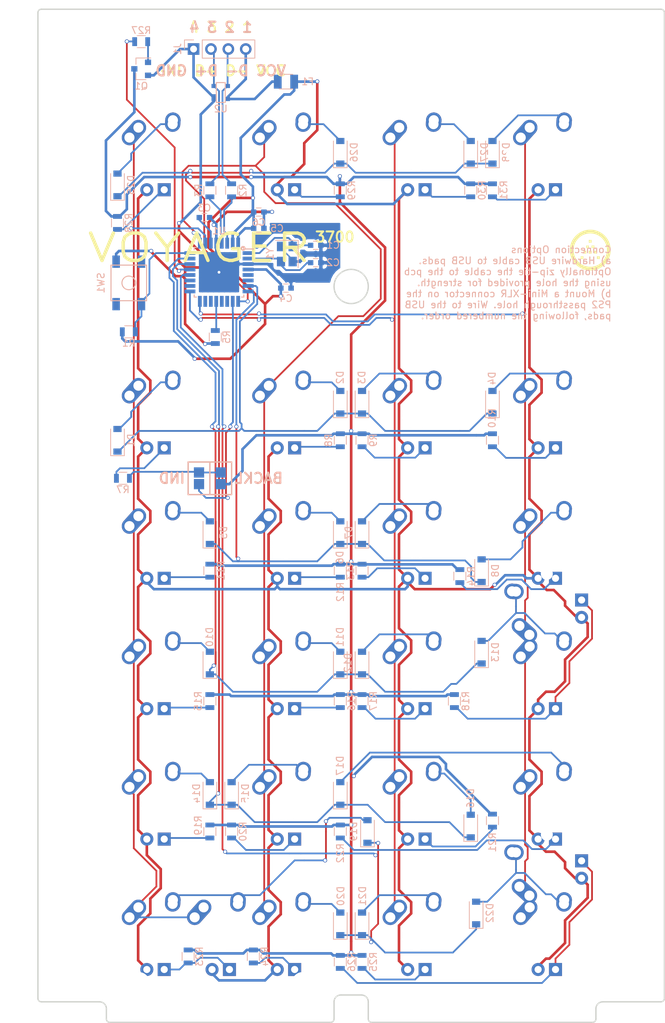
<source format=kicad_pcb>
(kicad_pcb (version 20171130) (host pcbnew "(5.0.0)")
  (layers (0 F.Cu signal) (31 B.Cu signal) (34 B.Paste user) (35 F.Paste user) (36 B.SilkS user) (37 F.SilkS user) (38 B.Mask user) (39 F.Mask user) (44 Edge.Cuts user))
  (net 0 "")
  (net 1 "Net-(C1-Pad1)")
  (net 2 GND)
  (net 3 "Net-(C2-Pad1)")
  (net 4 "Net-(C3-Pad1)")
  (net 5 +5V)
  (net 6 ROW0)
  (net 7 ROW1)
  (net 8 ROW2)
  (net 9 ROW3)
  (net 10 VCC)
  (net 11 COL0)
  (net 12 COL1)
  (net 13 COL2)
  (net 14 COL3)
  (net 15 "Net-(R1-Pad2)")
  (net 16 "Net-(R5-Pad2)")
  (net 17 "Net-(D1-Pad2)")
  (net 18 "Net-(D2-Pad2)")
  (net 19 "Net-(D3-Pad2)")
  (net 20 "Net-(D4-Pad2)")
  (net 21 "Net-(D5-Pad2)")
  (net 22 "Net-(D6-Pad2)")
  (net 23 "Net-(D7-Pad2)")
  (net 24 "Net-(D8-Pad2)")
  (net 25 "Net-(D10-Pad2)")
  (net 26 "Net-(D11-Pad2)")
  (net 27 "Net-(D12-Pad2)")
  (net 28 "Net-(D13-Pad2)")
  (net 29 "Net-(D14-Pad2)")
  (net 30 "Net-(D15-Pad2)")
  (net 31 "Net-(D16-Pad2)")
  (net 32 "Net-(D17-Pad2)")
  (net 33 "Net-(D19-Pad2)")
  (net 34 "Net-(D20-Pad2)")
  (net 35 "Net-(D21-Pad2)")
  (net 36 "Net-(D22-Pad2)")
  (net 37 D-)
  (net 38 D+)
  (net 39 "Net-(U1-Pad6)")
  (net 40 "Net-(U1-Pad5)")
  (net 41 ROW4)
  (net 42 "Net-(MX2-Pad4)")
  (net 43 "Net-(MX3-Pad4)")
  (net 44 "Net-(MX4-Pad4)")
  (net 45 "Net-(MX5-Pad4)")
  (net 46 "Net-(MX6-Pad4)")
  (net 47 "Net-(MX7-Pad4)")
  (net 48 "Net-(MX8-Pad4)")
  (net 49 "Net-(MX9-Pad4)")
  (net 50 "Net-(MX10-Pad4)")
  (net 51 "Net-(MX11-Pad4)")
  (net 52 "Net-(MX13-Pad4)")
  (net 53 "Net-(MX14-Pad4)")
  (net 54 "Net-(MX15-Pad4)")
  (net 55 "Net-(MX16-Pad4)")
  (net 56 "Net-(MX18-Pad4)")
  (net 57 "Net-(MX19-Pad4)")
  (net 58 LEDGND)
  (net 59 "Net-(U1-Pad18)")
  (net 60 "Net-(U1-Pad15)")
  (net 61 "Net-(U1-Pad14)")
  (net 62 "Net-(U1-Pad12)")
  (net 63 "Net-(U1-Pad11)")
  (net 64 "Net-(MX-E-1-Pad4)")
  (net 65 "Net-(MX-E-2-Pad4)")
  (net 66 "Net-(MX-E-3-Pad4)")
  (net 67 "Net-(Q1-Pad1)")
  (net 68 "Net-(R27-Pad2)")
  (net 69 ROWFN)
  (net 70 "Net-(D25-Pad2)")
  (net 71 "Net-(D26-Pad2)")
  (net 72 "Net-(D27-Pad2)")
  (net 73 "Net-(D28-Pad2)")
  (net 74 "Net-(MX21-Pad4)")
  (net 75 "Net-(MX22-Pad4)")
  (net 76 "Net-(MX23-Pad4)")
  (net 77 "Net-(MX24-Pad4)")
  (net 78 "Net-(J1-Pad3)")
  (net 79 "Net-(J1-Pad2)")
  (net 80 "Net-(JP1-Pad1)")
  (net 81 NLCKLED)
  (net 82 NLOCKLED)
  (net 83 "Net-(U1-Pad19)")
  (module locallib:outline (layer F.Cu) (at 30.448 -19.31)
    (fp_text reference REF**)
    (fp_text value outline)
    (fp_arc (start 47.25 145) (end 48.25 145) (angle -90) (layer Edge.Cuts) (width 0.2))
    (fp_line (start 0 144.5) (end 0 0.5) (layer Edge.Cuts) (width 0.2))
    (fp_line (start 42.75 148) (end 10.5 148) (layer Edge.Cuts) (width 0.2))
    (fp_arc (start 0.5 0.5) (end 0.5 0) (angle -90) (layer Edge.Cuts) (width 0.2))
    (fp_line (start 9 145) (end 0.5 145) (layer Edge.Cuts) (width 0.2))
    (fp_arc (start 10.5 147.5) (end 10 147.5) (angle -90) (layer Edge.Cuts) (width 0.2))
    (fp_line (start 0.5 0) (end 91 0) (layer Edge.Cuts) (width 0.2))
    (fp_circle (center 45.75 40.5) (end 43.25 40.5) (layer Edge.Cuts) (width 0.2))
    (fp_arc (start 42.75 147.5) (end 42.75 148) (angle -90) (layer Edge.Cuts) (width 0.2))
    (fp_arc (start 0.5 144.5) (end 0 144.5) (angle -90) (layer Edge.Cuts) (width 0.2))
    (fp_line (start 43.25 145) (end 43.25 147.5) (layer Edge.Cuts) (width 0.2))
    (fp_line (start 47.25 144) (end 44.25 144) (layer Edge.Cuts) (width 0.2))
    (fp_arc (start 44.25 145) (end 44.25 144) (angle -90) (layer Edge.Cuts) (width 0.2))
    (fp_line (start 10 147.5) (end 10 146) (layer Edge.Cuts) (width 0.2))
    (fp_arc (start 9 146) (end 10 146) (angle -90) (layer Edge.Cuts) (width 0.2))
    (fp_arc (start 91 144.5) (end 91 145) (angle -90) (layer Edge.Cuts) (width 0.2))
    (fp_line (start 48.25 147.5) (end 48.25 145) (layer Edge.Cuts) (width 0.2))
    (fp_arc (start 48.75 147.5) (end 48.25 147.5) (angle -90) (layer Edge.Cuts) (width 0.2))
    (fp_line (start 81 148) (end 48.75 148) (layer Edge.Cuts) (width 0.2))
    (fp_arc (start 81 147.5) (end 81 148) (angle -90) (layer Edge.Cuts) (width 0.2))
    (fp_line (start 91.5 0.5) (end 91.5 144.5) (layer Edge.Cuts) (width 0.2))
    (fp_line (start 81.5 146) (end 81.5 147.5) (layer Edge.Cuts) (width 0.2))
    (fp_arc (start 82.5 146) (end 82.5 145) (angle -90) (layer Edge.Cuts) (width 0.2))
    (fp_line (start 91 145) (end 82.5 145) (layer Edge.Cuts) (width 0.2))
    (fp_arc (start 91 0.5) (end 91.5 0.5) (angle -90) (layer Edge.Cuts) (width 0.2))
  )
  (module MX_Alps_Hybrid:MX-1U (layer F.Cu) (at 85.725 96.8375)
    (fp_text reference MX15)
    (fp_text value MX-1U)
    (pad "" np_thru_hole circle (at 5.08 0 48.0996) (size 1.75 1.75) (drill 1.75) (layers *.Cu *.Mask))
    (pad "" np_thru_hole circle (at -5.08 0 48.0996) (size 1.75 1.75) (drill 1.75) (layers *.Cu *.Mask))
    (pad 4 thru_hole rect (at 1.27 5.08) (size 1.905 1.905) (drill 1.04) (layers *.Cu B.Mask) (net 54 "Net-(MX15-Pad4)"))
    (pad 3 thru_hole circle (at -1.27 5.08) (size 1.905 1.905) (drill 1.04) (layers *.Cu B.Mask) (net 5 +5V))
    (pad 1 thru_hole circle (at -2.5 -4) (size 2.25 2.25) (drill 1.47) (layers *.Cu B.Mask) (net 13 COL2))
    (pad "" np_thru_hole circle (at 0 0) (size 3.9878 3.9878) (drill 3.9878) (layers *.Cu *.Mask))
    (pad 1 thru_hole oval (at -3.81 -2.54 48.0996) (size 4.211556 2.25) (drill 1.47 (offset 0.980778 0)) (layers *.Cu B.Mask) (net 13 COL2))
    (pad 2 thru_hole circle (at 2.54 -5.08) (size 2.25 2.25) (drill 1.47) (layers *.Cu B.Mask) (net 31 "Net-(D16-Pad2)"))
    (pad 2 thru_hole oval (at 2.5 -4.5 86.0548) (size 2.831378 2.25) (drill 1.47 (offset 0.290689 0)) (layers *.Cu B.Mask) (net 31 "Net-(D16-Pad2)"))
  )
  (module Capacitors_SMD:C_0603 (layer B.Cu) (at 71.02475 15.1765)
    (fp_text reference C1 (at 2.54 -0.024) (layer B.SilkS) (effects (justify mirror)))
    (fp_text value 22p)
    (pad 1 smd rect (at -0.75 0) (size 0.8 0.75) (layers B.Cu B.Paste B.Mask) (net 1 "Net-(C1-Pad1)"))
    (pad 2 smd rect (at 0.75 0) (size 0.8 0.75) (layers B.Cu B.Paste B.Mask) (net 2 GND))
  )
  (module Capacitors_SMD:C_0603 (layer B.Cu) (at 71.02475 17.7165)
    (fp_text reference C2 (at 2.54 -0.024) (layer B.SilkS) (effects (justify mirror)))
    (fp_text value 22p)
    (pad 2 smd rect (at 0.75 0) (size 0.8 0.75) (layers B.Cu B.Paste B.Mask) (net 2 GND))
    (pad 1 smd rect (at -0.75 0) (size 0.8 0.75) (layers B.Cu B.Paste B.Mask) (net 3 "Net-(C2-Pad1)"))
  )
  (module Capacitors_SMD:C_0603 (layer B.Cu) (at 54.76875 11.1125)
    (fp_text reference C3 (at 0 -1.397) (layer B.SilkS) (effects (justify mirror)))
    (fp_text value 1uF)
    (pad 1 smd rect (at -0.75 0) (size 0.8 0.75) (layers B.Cu B.Paste B.Mask) (net 4 "Net-(C3-Pad1)"))
    (pad 2 smd rect (at 0.75 0) (size 0.8 0.75) (layers B.Cu B.Paste B.Mask) (net 2 GND))
  )
  (module Capacitors_SMD:C_0603 (layer B.Cu) (at 66.675 21.43125)
    (fp_text reference C4 (at 0 1.5) (layer B.SilkS) (effects (justify mirror)))
    (fp_text value 0.1u)
    (pad 1 smd rect (at -0.75 0) (size 0.8 0.75) (layers B.Cu B.Paste B.Mask) (net 5 +5V))
    (pad 2 smd rect (at 0.75 0) (size 0.8 0.75) (layers B.Cu B.Paste B.Mask) (net 2 GND))
  )
  (module Capacitors_SMD:C_0603 (layer B.Cu) (at 62.70625 12.7)
    (fp_text reference C5 (at 2.667 0) (layer B.SilkS) (effects (justify mirror)))
    (fp_text value 0.1u)
    (pad 2 smd rect (at 0.75 0) (size 0.8 0.75) (layers B.Cu B.Paste B.Mask) (net 2 GND))
    (pad 1 smd rect (at -0.75 0) (size 0.8 0.75) (layers B.Cu B.Paste B.Mask) (net 5 +5V))
  )
  (module Capacitors_SMD:C_0603 (layer B.Cu) (at 62.70625 10.31875)
    (fp_text reference C6 (at 0 1.5) (layer B.SilkS) (effects (justify mirror)))
    (fp_text value 4.7u)
    (pad 2 smd rect (at 0.75 0) (size 0.8 0.75) (layers B.Cu B.Paste B.Mask) (net 2 GND))
    (pad 1 smd rect (at -0.75 0) (size 0.8 0.75) (layers B.Cu B.Paste B.Mask) (net 5 +5V))
  )
  (module Diodes_SMD:D_SOD-123 (layer B.Cu) (at 42.06875 43.65625 90)
    (fp_text reference D1 (at 0 2 90) (layer B.SilkS) (effects (justify mirror)))
    (fp_text value SOD-123)
    (pad 2 smd rect (at 1.65 0 90) (size 0.9 1.2) (layers B.Cu B.Paste B.Mask) (net 17 "Net-(D1-Pad2)"))
    (pad 1 smd rect (at -1.65 0 90) (size 0.9 1.2) (layers B.Cu B.Paste B.Mask) (net 6 ROW0))
  )
  (module Diodes_SMD:D_SOD-123 (layer B.Cu) (at 74.6125 38.1 90)
    (fp_text reference D2 (at 3.6195 -0.032 90) (layer B.SilkS) (effects (justify mirror)))
    (fp_text value SOD-123)
    (pad 1 smd rect (at -1.65 0 90) (size 0.9 1.2) (layers B.Cu B.Paste B.Mask) (net 6 ROW0))
    (pad 2 smd rect (at 1.65 0 90) (size 0.9 1.2) (layers B.Cu B.Paste B.Mask) (net 18 "Net-(D2-Pad2)"))
  )
  (module Diodes_SMD:D_SOD-123 (layer B.Cu) (at 77.7875 38.1 90)
    (fp_text reference D3 (at 3.6195 -0.032 90) (layer B.SilkS) (effects (justify mirror)))
    (fp_text value SOD-123)
    (pad 2 smd rect (at 1.65 0 90) (size 0.9 1.2) (layers B.Cu B.Paste B.Mask) (net 19 "Net-(D3-Pad2)"))
    (pad 1 smd rect (at -1.65 0 90) (size 0.9 1.2) (layers B.Cu B.Paste B.Mask) (net 6 ROW0))
  )
  (module Diodes_SMD:D_SOD-123 (layer B.Cu) (at 96.8375 38.1 90)
    (fp_text reference D4 (at 3.4925 -0.0635 90) (layer B.SilkS) (effects (justify mirror)))
    (fp_text value SOD-123)
    (pad 1 smd rect (at -1.65 0 90) (size 0.9 1.2) (layers B.Cu B.Paste B.Mask) (net 6 ROW0))
    (pad 2 smd rect (at 1.65 0 90) (size 0.9 1.2) (layers B.Cu B.Paste B.Mask) (net 20 "Net-(D4-Pad2)"))
  )
  (module Diodes_SMD:D_SOD-123 (layer B.Cu) (at 55.5625 57.15 90)
    (fp_text reference D5 (at 0 2 90) (layer B.SilkS) (effects (justify mirror)))
    (fp_text value SOD-123)
    (pad 1 smd rect (at -1.65 0 90) (size 0.9 1.2) (layers B.Cu B.Paste B.Mask) (net 7 ROW1))
    (pad 2 smd rect (at 1.65 0 90) (size 0.9 1.2) (layers B.Cu B.Paste B.Mask) (net 21 "Net-(D5-Pad2)"))
  )
  (module Diodes_SMD:D_SOD-123 (layer B.Cu) (at 74.6125 57.15 90)
    (fp_text reference D6 (at -3.6195 -0.0635 90) (layer B.SilkS) (effects (justify mirror)))
    (fp_text value SOD-123)
    (pad 2 smd rect (at 1.65 0 90) (size 0.9 1.2) (layers B.Cu B.Paste B.Mask) (net 22 "Net-(D6-Pad2)"))
    (pad 1 smd rect (at -1.65 0 90) (size 0.9 1.2) (layers B.Cu B.Paste B.Mask) (net 7 ROW1))
  )
  (module Diodes_SMD:D_SOD-123 (layer B.Cu) (at 77.7875 57.15 90)
    (fp_text reference D7 (at 0 -1.93675 90) (layer B.SilkS) (effects (justify mirror)))
    (fp_text value SOD-123)
    (pad 1 smd rect (at -1.65 0 90) (size 0.9 1.2) (layers B.Cu B.Paste B.Mask) (net 7 ROW1))
    (pad 2 smd rect (at 1.65 0 90) (size 0.9 1.2) (layers B.Cu B.Paste B.Mask) (net 23 "Net-(D7-Pad2)"))
  )
  (module Diodes_SMD:D_SOD-123 (layer B.Cu) (at 95.25 62.70625 90)
    (fp_text reference D8 (at 0 2 90) (layer B.SilkS) (effects (justify mirror)))
    (fp_text value SOD-123)
    (pad 2 smd rect (at 1.65 0 90) (size 0.9 1.2) (layers B.Cu B.Paste B.Mask) (net 24 "Net-(D8-Pad2)"))
    (pad 1 smd rect (at -1.65 0 90) (size 0.9 1.2) (layers B.Cu B.Paste B.Mask) (net 7 ROW1))
  )
  (module Diodes_SMD:D_SOD-123 (layer B.Cu) (at 55.5625 76.2 90)
    (fp_text reference D10 (at 3.81 -0.032 90) (layer B.SilkS) (effects (justify mirror)))
    (fp_text value SOD-123)
    (pad 1 smd rect (at -1.65 0 90) (size 0.9 1.2) (layers B.Cu B.Paste B.Mask) (net 8 ROW2))
    (pad 2 smd rect (at 1.65 0 90) (size 0.9 1.2) (layers B.Cu B.Paste B.Mask) (net 25 "Net-(D10-Pad2)"))
  )
  (module Diodes_SMD:D_SOD-123 (layer B.Cu) (at 74.6125 76.2 90)
    (fp_text reference D11 (at 3.81 -0.032 90) (layer B.SilkS) (effects (justify mirror)))
    (fp_text value SOD-123)
    (pad 2 smd rect (at 1.65 0 90) (size 0.9 1.2) (layers B.Cu B.Paste B.Mask) (net 26 "Net-(D11-Pad2)"))
    (pad 1 smd rect (at -1.65 0 90) (size 0.9 1.2) (layers B.Cu B.Paste B.Mask) (net 8 ROW2))
  )
  (module Diodes_SMD:D_SOD-123 (layer B.Cu) (at 77.7875 76.2 90)
    (fp_text reference D12 (at 0.03175 -2.06375 90) (layer B.SilkS) (effects (justify mirror)))
    (fp_text value SOD-123)
    (pad 2 smd rect (at 1.65 0 90) (size 0.9 1.2) (layers B.Cu B.Paste B.Mask) (net 27 "Net-(D12-Pad2)"))
    (pad 1 smd rect (at -1.65 0 90) (size 0.9 1.2) (layers B.Cu B.Paste B.Mask) (net 8 ROW2))
  )
  (module Diodes_SMD:D_SOD-123 (layer B.Cu) (at 95.25 74.6125 90)
    (fp_text reference D13 (at 0 2 90) (layer B.SilkS) (effects (justify mirror)))
    (fp_text value SOD-123)
    (pad 1 smd rect (at -1.65 0 90) (size 0.9 1.2) (layers B.Cu B.Paste B.Mask) (net 8 ROW2))
    (pad 2 smd rect (at 1.65 0 90) (size 0.9 1.2) (layers B.Cu B.Paste B.Mask) (net 28 "Net-(D13-Pad2)"))
  )
  (module Diodes_SMD:D_SOD-123 (layer B.Cu) (at 55.5625 95.25 90)
    (fp_text reference D14 (at 0 -1.9685 90) (layer B.SilkS) (effects (justify mirror)))
    (fp_text value SOD-123)
    (pad 1 smd rect (at -1.65 0 90) (size 0.9 1.2) (layers B.Cu B.Paste B.Mask) (net 9 ROW3))
    (pad 2 smd rect (at 1.65 0 90) (size 0.9 1.2) (layers B.Cu B.Paste B.Mask) (net 29 "Net-(D14-Pad2)"))
  )
  (module Diodes_SMD:D_SOD-123 (layer B.Cu) (at 58.7375 95.25 90)
    (fp_text reference D15 (at 0 2 90) (layer B.SilkS) (effects (justify mirror)))
    (fp_text value SOD-123)
    (pad 2 smd rect (at 1.65 0 90) (size 0.9 1.2) (layers B.Cu B.Paste B.Mask) (net 30 "Net-(D15-Pad2)"))
    (pad 1 smd rect (at -1.65 0 90) (size 0.9 1.2) (layers B.Cu B.Paste B.Mask) (net 9 ROW3))
  )
  (module Diodes_SMD:D_SOD-123 (layer B.Cu) (at 93.6625 100.0125 90)
    (fp_text reference D16 (at 4.064 -0.032 90) (layer B.SilkS) (effects (justify mirror)))
    (fp_text value SOD-123)
    (pad 2 smd rect (at 1.65 0 90) (size 0.9 1.2) (layers B.Cu B.Paste B.Mask) (net 31 "Net-(D16-Pad2)"))
    (pad 1 smd rect (at -1.65 0 90) (size 0.9 1.2) (layers B.Cu B.Paste B.Mask) (net 9 ROW3))
  )
  (module Diodes_SMD:D_SOD-123 (layer B.Cu) (at 74.6125 95.25 90)
    (fp_text reference D17 (at 4.064 -0.032 90) (layer B.SilkS) (effects (justify mirror)))
    (fp_text value SOD-123)
    (pad 1 smd rect (at -1.65 0 90) (size 0.9 1.2) (layers B.Cu B.Paste B.Mask) (net 9 ROW3))
    (pad 2 smd rect (at 1.65 0 90) (size 0.9 1.2) (layers B.Cu B.Paste B.Mask) (net 32 "Net-(D17-Pad2)"))
  )
  (module Diodes_SMD:D_SOD-123 (layer B.Cu) (at 78.58125 100.80625 90)
    (fp_text reference D19 (at 0 -2.032 90) (layer B.SilkS) (effects (justify mirror)))
    (fp_text value SOD-123)
    (pad 2 smd rect (at 1.65 0 90) (size 0.9 1.2) (layers B.Cu B.Paste B.Mask) (net 33 "Net-(D19-Pad2)"))
    (pad 1 smd rect (at -1.65 0 90) (size 0.9 1.2) (layers B.Cu B.Paste B.Mask) (net 41 ROW4))
  )
  (module Diodes_SMD:D_SOD-123 (layer B.Cu) (at 74.6125 114.3 90)
    (fp_text reference D20 (at 4.064 0.0635 90) (layer B.SilkS) (effects (justify mirror)))
    (fp_text value SOD-123)
    (pad 1 smd rect (at -1.65 0 90) (size 0.9 1.2) (layers B.Cu B.Paste B.Mask) (net 41 ROW4))
    (pad 2 smd rect (at 1.65 0 90) (size 0.9 1.2) (layers B.Cu B.Paste B.Mask) (net 34 "Net-(D20-Pad2)"))
  )
  (module Diodes_SMD:D_SOD-123 (layer B.Cu) (at 77.7875 114.3 90)
    (fp_text reference D21 (at 4.064 0.0635 90) (layer B.SilkS) (effects (justify mirror)))
    (fp_text value SOD-123)
    (pad 2 smd rect (at 1.65 0 90) (size 0.9 1.2) (layers B.Cu B.Paste B.Mask) (net 35 "Net-(D21-Pad2)"))
    (pad 1 smd rect (at -1.65 0 90) (size 0.9 1.2) (layers B.Cu B.Paste B.Mask) (net 41 ROW4))
  )
  (module Diodes_SMD:D_SOD-123 (layer B.Cu) (at 94.45625 112.7125 90)
    (fp_text reference D22 (at 0 2 90) (layer B.SilkS) (effects (justify mirror)))
    (fp_text value SOD-123)
    (pad 1 smd rect (at -1.65 0 90) (size 0.9 1.2) (layers B.Cu B.Paste B.Mask) (net 41 ROW4))
    (pad 2 smd rect (at 1.65 0 90) (size 0.9 1.2) (layers B.Cu B.Paste B.Mask) (net 36 "Net-(D22-Pad2)"))
  )
  (module Fuse_Holders_and_Fuses:Fuse_SMD1206_Reflow (layer B.Cu) (at 66.675 -8.73125 180)
    (fp_text reference F1 (at -3.175 0 180) (layer B.SilkS) (effects (justify mirror)))
    (fp_text value 500mA)
    (pad 2 smd rect (at 1.2 0 90) (size 2.03 1.14) (layers B.Cu B.Paste B.Mask) (net 10 VCC))
    (pad 1 smd rect (at -1.2 0 90) (size 2.03 1.14) (layers B.Cu B.Paste B.Mask) (net 5 +5V))
  )
  (module MX_Alps_Hybrid:MX-1U (layer F.Cu) (at 47.625 39.6875)
    (fp_text reference MX1)
    (fp_text value MX-1U)
    (pad "" np_thru_hole circle (at 5.08 0 48.0996) (size 1.75 1.75) (drill 1.75) (layers *.Cu *.Mask))
    (pad "" np_thru_hole circle (at -5.08 0 48.0996) (size 1.75 1.75) (drill 1.75) (layers *.Cu *.Mask))
    (pad 4 thru_hole rect (at 1.27 5.08) (size 1.905 1.905) (drill 1.04) (layers *.Cu B.Mask) (net 82 NLOCKLED))
    (pad 3 thru_hole circle (at -1.27 5.08) (size 1.905 1.905) (drill 1.04) (layers *.Cu B.Mask) (net 5 +5V))
    (pad 1 thru_hole circle (at -2.5 -4) (size 2.25 2.25) (drill 1.47) (layers *.Cu B.Mask) (net 11 COL0))
    (pad "" np_thru_hole circle (at 0 0) (size 3.9878 3.9878) (drill 3.9878) (layers *.Cu *.Mask))
    (pad 1 thru_hole oval (at -3.81 -2.54 48.0996) (size 4.211556 2.25) (drill 1.47 (offset 0.980778 0)) (layers *.Cu B.Mask) (net 11 COL0))
    (pad 2 thru_hole circle (at 2.54 -5.08) (size 2.25 2.25) (drill 1.47) (layers *.Cu B.Mask) (net 17 "Net-(D1-Pad2)"))
    (pad 2 thru_hole oval (at 2.5 -4.5 86.0548) (size 2.831378 2.25) (drill 1.47 (offset 0.290689 0)) (layers *.Cu B.Mask) (net 17 "Net-(D1-Pad2)"))
  )
  (module MX_Alps_Hybrid:MX-1U (layer F.Cu) (at 66.675 39.6875)
    (fp_text reference MX2)
    (fp_text value MX-1U)
    (pad "" np_thru_hole circle (at 5.08 0 48.0996) (size 1.75 1.75) (drill 1.75) (layers *.Cu *.Mask))
    (pad "" np_thru_hole circle (at -5.08 0 48.0996) (size 1.75 1.75) (drill 1.75) (layers *.Cu *.Mask))
    (pad 4 thru_hole rect (at 1.27 5.08) (size 1.905 1.905) (drill 1.04) (layers *.Cu B.Mask) (net 42 "Net-(MX2-Pad4)"))
    (pad 3 thru_hole circle (at -1.27 5.08) (size 1.905 1.905) (drill 1.04) (layers *.Cu B.Mask) (net 5 +5V))
    (pad 1 thru_hole circle (at -2.5 -4) (size 2.25 2.25) (drill 1.47) (layers *.Cu B.Mask) (net 12 COL1))
    (pad "" np_thru_hole circle (at 0 0) (size 3.9878 3.9878) (drill 3.9878) (layers *.Cu *.Mask))
    (pad 1 thru_hole oval (at -3.81 -2.54 48.0996) (size 4.211556 2.25) (drill 1.47 (offset 0.980778 0)) (layers *.Cu B.Mask) (net 12 COL1))
    (pad 2 thru_hole circle (at 2.54 -5.08) (size 2.25 2.25) (drill 1.47) (layers *.Cu B.Mask) (net 18 "Net-(D2-Pad2)"))
    (pad 2 thru_hole oval (at 2.5 -4.5 86.0548) (size 2.831378 2.25) (drill 1.47 (offset 0.290689 0)) (layers *.Cu B.Mask) (net 18 "Net-(D2-Pad2)"))
  )
  (module MX_Alps_Hybrid:MX-1U (layer F.Cu) (at 85.725 39.6875)
    (fp_text reference MX3)
    (fp_text value MX-1U)
    (pad 2 thru_hole oval (at 2.5 -4.5 86.0548) (size 2.831378 2.25) (drill 1.47 (offset 0.290689 0)) (layers *.Cu B.Mask) (net 19 "Net-(D3-Pad2)"))
    (pad 2 thru_hole circle (at 2.54 -5.08) (size 2.25 2.25) (drill 1.47) (layers *.Cu B.Mask) (net 19 "Net-(D3-Pad2)"))
    (pad 1 thru_hole oval (at -3.81 -2.54 48.0996) (size 4.211556 2.25) (drill 1.47 (offset 0.980778 0)) (layers *.Cu B.Mask) (net 13 COL2))
    (pad "" np_thru_hole circle (at 0 0) (size 3.9878 3.9878) (drill 3.9878) (layers *.Cu *.Mask))
    (pad 1 thru_hole circle (at -2.5 -4) (size 2.25 2.25) (drill 1.47) (layers *.Cu B.Mask) (net 13 COL2))
    (pad 3 thru_hole circle (at -1.27 5.08) (size 1.905 1.905) (drill 1.04) (layers *.Cu B.Mask) (net 5 +5V))
    (pad 4 thru_hole rect (at 1.27 5.08) (size 1.905 1.905) (drill 1.04) (layers *.Cu B.Mask) (net 43 "Net-(MX3-Pad4)"))
    (pad "" np_thru_hole circle (at -5.08 0 48.0996) (size 1.75 1.75) (drill 1.75) (layers *.Cu *.Mask))
    (pad "" np_thru_hole circle (at 5.08 0 48.0996) (size 1.75 1.75) (drill 1.75) (layers *.Cu *.Mask))
  )
  (module MX_Alps_Hybrid:MX-1U (layer F.Cu) (at 104.775 39.6875)
    (fp_text reference MX4)
    (fp_text value MX-1U)
    (pad 2 thru_hole oval (at 2.5 -4.5 86.0548) (size 2.831378 2.25) (drill 1.47 (offset 0.290689 0)) (layers *.Cu B.Mask) (net 20 "Net-(D4-Pad2)"))
    (pad 2 thru_hole circle (at 2.54 -5.08) (size 2.25 2.25) (drill 1.47) (layers *.Cu B.Mask) (net 20 "Net-(D4-Pad2)"))
    (pad 1 thru_hole oval (at -3.81 -2.54 48.0996) (size 4.211556 2.25) (drill 1.47 (offset 0.980778 0)) (layers *.Cu B.Mask) (net 14 COL3))
    (pad "" np_thru_hole circle (at 0 0) (size 3.9878 3.9878) (drill 3.9878) (layers *.Cu *.Mask))
    (pad 1 thru_hole circle (at -2.5 -4) (size 2.25 2.25) (drill 1.47) (layers *.Cu B.Mask) (net 14 COL3))
    (pad 3 thru_hole circle (at -1.27 5.08) (size 1.905 1.905) (drill 1.04) (layers *.Cu B.Mask) (net 5 +5V))
    (pad 4 thru_hole rect (at 1.27 5.08) (size 1.905 1.905) (drill 1.04) (layers *.Cu B.Mask) (net 44 "Net-(MX4-Pad4)"))
    (pad "" np_thru_hole circle (at -5.08 0 48.0996) (size 1.75 1.75) (drill 1.75) (layers *.Cu *.Mask))
    (pad "" np_thru_hole circle (at 5.08 0 48.0996) (size 1.75 1.75) (drill 1.75) (layers *.Cu *.Mask))
  )
  (module MX_Alps_Hybrid:MX-1U (layer F.Cu) (at 47.625 58.7375)
    (fp_text reference MX5)
    (fp_text value MX-1U)
    (pad "" np_thru_hole circle (at 5.08 0 48.0996) (size 1.75 1.75) (drill 1.75) (layers *.Cu *.Mask))
    (pad "" np_thru_hole circle (at -5.08 0 48.0996) (size 1.75 1.75) (drill 1.75) (layers *.Cu *.Mask))
    (pad 4 thru_hole rect (at 1.27 5.08) (size 1.905 1.905) (drill 1.04) (layers *.Cu B.Mask) (net 45 "Net-(MX5-Pad4)"))
    (pad 3 thru_hole circle (at -1.27 5.08) (size 1.905 1.905) (drill 1.04) (layers *.Cu B.Mask) (net 5 +5V))
    (pad 1 thru_hole circle (at -2.5 -4) (size 2.25 2.25) (drill 1.47) (layers *.Cu B.Mask) (net 11 COL0))
    (pad "" np_thru_hole circle (at 0 0) (size 3.9878 3.9878) (drill 3.9878) (layers *.Cu *.Mask))
    (pad 1 thru_hole oval (at -3.81 -2.54 48.0996) (size 4.211556 2.25) (drill 1.47 (offset 0.980778 0)) (layers *.Cu B.Mask) (net 11 COL0))
    (pad 2 thru_hole circle (at 2.54 -5.08) (size 2.25 2.25) (drill 1.47) (layers *.Cu B.Mask) (net 21 "Net-(D5-Pad2)"))
    (pad 2 thru_hole oval (at 2.5 -4.5 86.0548) (size 2.831378 2.25) (drill 1.47 (offset 0.290689 0)) (layers *.Cu B.Mask) (net 21 "Net-(D5-Pad2)"))
  )
  (module MX_Alps_Hybrid:MX-1U (layer F.Cu) (at 66.675 58.7375)
    (fp_text reference MX6)
    (fp_text value MX-1U)
    (pad 2 thru_hole oval (at 2.5 -4.5 86.0548) (size 2.831378 2.25) (drill 1.47 (offset 0.290689 0)) (layers *.Cu B.Mask) (net 22 "Net-(D6-Pad2)"))
    (pad 2 thru_hole circle (at 2.54 -5.08) (size 2.25 2.25) (drill 1.47) (layers *.Cu B.Mask) (net 22 "Net-(D6-Pad2)"))
    (pad 1 thru_hole oval (at -3.81 -2.54 48.0996) (size 4.211556 2.25) (drill 1.47 (offset 0.980778 0)) (layers *.Cu B.Mask) (net 12 COL1))
    (pad "" np_thru_hole circle (at 0 0) (size 3.9878 3.9878) (drill 3.9878) (layers *.Cu *.Mask))
    (pad 1 thru_hole circle (at -2.5 -4) (size 2.25 2.25) (drill 1.47) (layers *.Cu B.Mask) (net 12 COL1))
    (pad 3 thru_hole circle (at -1.27 5.08) (size 1.905 1.905) (drill 1.04) (layers *.Cu B.Mask) (net 5 +5V))
    (pad 4 thru_hole rect (at 1.27 5.08) (size 1.905 1.905) (drill 1.04) (layers *.Cu B.Mask) (net 46 "Net-(MX6-Pad4)"))
    (pad "" np_thru_hole circle (at -5.08 0 48.0996) (size 1.75 1.75) (drill 1.75) (layers *.Cu *.Mask))
    (pad "" np_thru_hole circle (at 5.08 0 48.0996) (size 1.75 1.75) (drill 1.75) (layers *.Cu *.Mask))
  )
  (module MX_Alps_Hybrid:MX-1U (layer F.Cu) (at 85.725 58.7375)
    (fp_text reference MX7)
    (fp_text value MX-1U)
    (pad 2 thru_hole oval (at 2.5 -4.5 86.0548) (size 2.831378 2.25) (drill 1.47 (offset 0.290689 0)) (layers *.Cu B.Mask) (net 23 "Net-(D7-Pad2)"))
    (pad 2 thru_hole circle (at 2.54 -5.08) (size 2.25 2.25) (drill 1.47) (layers *.Cu B.Mask) (net 23 "Net-(D7-Pad2)"))
    (pad 1 thru_hole oval (at -3.81 -2.54 48.0996) (size 4.211556 2.25) (drill 1.47 (offset 0.980778 0)) (layers *.Cu B.Mask) (net 13 COL2))
    (pad "" np_thru_hole circle (at 0 0) (size 3.9878 3.9878) (drill 3.9878) (layers *.Cu *.Mask))
    (pad 1 thru_hole circle (at -2.5 -4) (size 2.25 2.25) (drill 1.47) (layers *.Cu B.Mask) (net 13 COL2))
    (pad 3 thru_hole circle (at -1.27 5.08) (size 1.905 1.905) (drill 1.04) (layers *.Cu B.Mask) (net 5 +5V))
    (pad 4 thru_hole rect (at 1.27 5.08) (size 1.905 1.905) (drill 1.04) (layers *.Cu B.Mask) (net 47 "Net-(MX7-Pad4)"))
    (pad "" np_thru_hole circle (at -5.08 0 48.0996) (size 1.75 1.75) (drill 1.75) (layers *.Cu *.Mask))
    (pad "" np_thru_hole circle (at 5.08 0 48.0996) (size 1.75 1.75) (drill 1.75) (layers *.Cu *.Mask))
  )
  (module MX_Alps_Hybrid:MX-1U (layer F.Cu) (at 104.775 58.7375)
    (fp_text reference MX8)
    (fp_text value MX-1U)
    (pad 2 thru_hole oval (at 2.5 -4.5 86.0548) (size 2.831378 2.25) (drill 1.47 (offset 0.290689 0)) (layers *.Cu B.Mask) (net 24 "Net-(D8-Pad2)"))
    (pad 2 thru_hole circle (at 2.54 -5.08) (size 2.25 2.25) (drill 1.47) (layers *.Cu B.Mask) (net 24 "Net-(D8-Pad2)"))
    (pad 1 thru_hole oval (at -3.81 -2.54 48.0996) (size 4.211556 2.25) (drill 1.47 (offset 0.980778 0)) (layers *.Cu B.Mask) (net 14 COL3))
    (pad "" np_thru_hole circle (at 0 0) (size 3.9878 3.9878) (drill 3.9878) (layers *.Cu *.Mask))
    (pad 1 thru_hole circle (at -2.5 -4) (size 2.25 2.25) (drill 1.47) (layers *.Cu B.Mask) (net 14 COL3))
    (pad 3 thru_hole circle (at -1.27 5.08) (size 1.905 1.905) (drill 1.04) (layers *.Cu B.Mask) (net 5 +5V))
    (pad 4 thru_hole rect (at 1.27 5.08) (size 1.905 1.905) (drill 1.04) (layers *.Cu B.Mask) (net 48 "Net-(MX8-Pad4)"))
    (pad "" np_thru_hole circle (at -5.08 0 48.0996) (size 1.75 1.75) (drill 1.75) (layers *.Cu *.Mask))
    (pad "" np_thru_hole circle (at 5.08 0 48.0996) (size 1.75 1.75) (drill 1.75) (layers *.Cu *.Mask))
  )
  (module MX_Alps_Hybrid:MX-1U (layer F.Cu) (at 47.625 77.7875)
    (fp_text reference MX9)
    (fp_text value MX-1U)
    (pad "" np_thru_hole circle (at 5.08 0 48.0996) (size 1.75 1.75) (drill 1.75) (layers *.Cu *.Mask))
    (pad "" np_thru_hole circle (at -5.08 0 48.0996) (size 1.75 1.75) (drill 1.75) (layers *.Cu *.Mask))
    (pad 4 thru_hole rect (at 1.27 5.08) (size 1.905 1.905) (drill 1.04) (layers *.Cu B.Mask) (net 49 "Net-(MX9-Pad4)"))
    (pad 3 thru_hole circle (at -1.27 5.08) (size 1.905 1.905) (drill 1.04) (layers *.Cu B.Mask) (net 5 +5V))
    (pad 1 thru_hole circle (at -2.5 -4) (size 2.25 2.25) (drill 1.47) (layers *.Cu B.Mask) (net 11 COL0))
    (pad "" np_thru_hole circle (at 0 0) (size 3.9878 3.9878) (drill 3.9878) (layers *.Cu *.Mask))
    (pad 1 thru_hole oval (at -3.81 -2.54 48.0996) (size 4.211556 2.25) (drill 1.47 (offset 0.980778 0)) (layers *.Cu B.Mask) (net 11 COL0))
    (pad 2 thru_hole circle (at 2.54 -5.08) (size 2.25 2.25) (drill 1.47) (layers *.Cu B.Mask) (net 25 "Net-(D10-Pad2)"))
    (pad 2 thru_hole oval (at 2.5 -4.5 86.0548) (size 2.831378 2.25) (drill 1.47 (offset 0.290689 0)) (layers *.Cu B.Mask) (net 25 "Net-(D10-Pad2)"))
  )
  (module MX_Alps_Hybrid:MX-1U (layer F.Cu) (at 66.675 77.7875)
    (fp_text reference MX10)
    (fp_text value MX-1U)
    (pad 2 thru_hole oval (at 2.5 -4.5 86.0548) (size 2.831378 2.25) (drill 1.47 (offset 0.290689 0)) (layers *.Cu B.Mask) (net 26 "Net-(D11-Pad2)"))
    (pad 2 thru_hole circle (at 2.54 -5.08) (size 2.25 2.25) (drill 1.47) (layers *.Cu B.Mask) (net 26 "Net-(D11-Pad2)"))
    (pad 1 thru_hole oval (at -3.81 -2.54 48.0996) (size 4.211556 2.25) (drill 1.47 (offset 0.980778 0)) (layers *.Cu B.Mask) (net 12 COL1))
    (pad "" np_thru_hole circle (at 0 0) (size 3.9878 3.9878) (drill 3.9878) (layers *.Cu *.Mask))
    (pad 1 thru_hole circle (at -2.5 -4) (size 2.25 2.25) (drill 1.47) (layers *.Cu B.Mask) (net 12 COL1))
    (pad 3 thru_hole circle (at -1.27 5.08) (size 1.905 1.905) (drill 1.04) (layers *.Cu B.Mask) (net 5 +5V))
    (pad 4 thru_hole rect (at 1.27 5.08) (size 1.905 1.905) (drill 1.04) (layers *.Cu B.Mask) (net 50 "Net-(MX10-Pad4)"))
    (pad "" np_thru_hole circle (at -5.08 0 48.0996) (size 1.75 1.75) (drill 1.75) (layers *.Cu *.Mask))
    (pad "" np_thru_hole circle (at 5.08 0 48.0996) (size 1.75 1.75) (drill 1.75) (layers *.Cu *.Mask))
  )
  (module MX_Alps_Hybrid:MX-1U (layer F.Cu) (at 85.725 77.7875)
    (fp_text reference MX11)
    (fp_text value MX-1U)
    (pad "" np_thru_hole circle (at 5.08 0 48.0996) (size 1.75 1.75) (drill 1.75) (layers *.Cu *.Mask))
    (pad "" np_thru_hole circle (at -5.08 0 48.0996) (size 1.75 1.75) (drill 1.75) (layers *.Cu *.Mask))
    (pad 4 thru_hole rect (at 1.27 5.08) (size 1.905 1.905) (drill 1.04) (layers *.Cu B.Mask) (net 51 "Net-(MX11-Pad4)"))
    (pad 3 thru_hole circle (at -1.27 5.08) (size 1.905 1.905) (drill 1.04) (layers *.Cu B.Mask) (net 5 +5V))
    (pad 1 thru_hole circle (at -2.5 -4) (size 2.25 2.25) (drill 1.47) (layers *.Cu B.Mask) (net 13 COL2))
    (pad "" np_thru_hole circle (at 0 0) (size 3.9878 3.9878) (drill 3.9878) (layers *.Cu *.Mask))
    (pad 1 thru_hole oval (at -3.81 -2.54 48.0996) (size 4.211556 2.25) (drill 1.47 (offset 0.980778 0)) (layers *.Cu B.Mask) (net 13 COL2))
    (pad 2 thru_hole circle (at 2.54 -5.08) (size 2.25 2.25) (drill 1.47) (layers *.Cu B.Mask) (net 27 "Net-(D12-Pad2)"))
    (pad 2 thru_hole oval (at 2.5 -4.5 86.0548) (size 2.831378 2.25) (drill 1.47 (offset 0.290689 0)) (layers *.Cu B.Mask) (net 27 "Net-(D12-Pad2)"))
  )
  (module MX_Alps_Hybrid:MX-1U (layer F.Cu) (at 104.775 77.7875)
    (fp_text reference MX12)
    (fp_text value MX-1U)
    (pad "" np_thru_hole circle (at 5.08 0 48.0996) (size 1.75 1.75) (drill 1.75) (layers *.Cu *.Mask))
    (pad "" np_thru_hole circle (at -5.08 0 48.0996) (size 1.75 1.75) (drill 1.75) (layers *.Cu *.Mask))
    (pad 4 thru_hole rect (at 1.27 5.08) (size 1.905 1.905) (drill 1.04) (layers *.Cu B.Mask) (net 64 "Net-(MX-E-1-Pad4)"))
    (pad 3 thru_hole circle (at -1.27 5.08) (size 1.905 1.905) (drill 1.04) (layers *.Cu B.Mask) (net 5 +5V))
    (pad 1 thru_hole circle (at -2.5 -4) (size 2.25 2.25) (drill 1.47) (layers *.Cu B.Mask) (net 14 COL3))
    (pad "" np_thru_hole circle (at 0 0) (size 3.9878 3.9878) (drill 3.9878) (layers *.Cu *.Mask))
    (pad 1 thru_hole oval (at -3.81 -2.54 48.0996) (size 4.211556 2.25) (drill 1.47 (offset 0.980778 0)) (layers *.Cu B.Mask) (net 14 COL3))
    (pad 2 thru_hole circle (at 2.54 -5.08) (size 2.25 2.25) (drill 1.47) (layers *.Cu B.Mask) (net 28 "Net-(D13-Pad2)"))
    (pad 2 thru_hole oval (at 2.5 -4.5 86.0548) (size 2.831378 2.25) (drill 1.47 (offset 0.290689 0)) (layers *.Cu B.Mask) (net 28 "Net-(D13-Pad2)"))
  )
  (module MX_Alps_Hybrid:MX-1U (layer F.Cu) (at 47.625 96.8375)
    (fp_text reference MX13)
    (fp_text value MX-1U)
    (pad "" np_thru_hole circle (at 5.08 0 48.0996) (size 1.75 1.75) (drill 1.75) (layers *.Cu *.Mask))
    (pad "" np_thru_hole circle (at -5.08 0 48.0996) (size 1.75 1.75) (drill 1.75) (layers *.Cu *.Mask))
    (pad 4 thru_hole rect (at 1.27 5.08) (size 1.905 1.905) (drill 1.04) (layers *.Cu B.Mask) (net 52 "Net-(MX13-Pad4)"))
    (pad 3 thru_hole circle (at -1.27 5.08) (size 1.905 1.905) (drill 1.04) (layers *.Cu B.Mask) (net 5 +5V))
    (pad 1 thru_hole circle (at -2.5 -4) (size 2.25 2.25) (drill 1.47) (layers *.Cu B.Mask) (net 11 COL0))
    (pad "" np_thru_hole circle (at 0 0) (size 3.9878 3.9878) (drill 3.9878) (layers *.Cu *.Mask))
    (pad 1 thru_hole oval (at -3.81 -2.54 48.0996) (size 4.211556 2.25) (drill 1.47 (offset 0.980778 0)) (layers *.Cu B.Mask) (net 11 COL0))
    (pad 2 thru_hole circle (at 2.54 -5.08) (size 2.25 2.25) (drill 1.47) (layers *.Cu B.Mask) (net 29 "Net-(D14-Pad2)"))
    (pad 2 thru_hole oval (at 2.5 -4.5 86.0548) (size 2.831378 2.25) (drill 1.47 (offset 0.290689 0)) (layers *.Cu B.Mask) (net 29 "Net-(D14-Pad2)"))
  )
  (module MX_Alps_Hybrid:MX-1U (layer F.Cu) (at 66.675 96.8375)
    (fp_text reference MX14)
    (fp_text value MX-1U)
    (pad 2 thru_hole oval (at 2.5 -4.5 86.0548) (size 2.831378 2.25) (drill 1.47 (offset 0.290689 0)) (layers *.Cu B.Mask) (net 30 "Net-(D15-Pad2)"))
    (pad 2 thru_hole circle (at 2.54 -5.08) (size 2.25 2.25) (drill 1.47) (layers *.Cu B.Mask) (net 30 "Net-(D15-Pad2)"))
    (pad 1 thru_hole oval (at -3.81 -2.54 48.0996) (size 4.211556 2.25) (drill 1.47 (offset 0.980778 0)) (layers *.Cu B.Mask) (net 12 COL1))
    (pad "" np_thru_hole circle (at 0 0) (size 3.9878 3.9878) (drill 3.9878) (layers *.Cu *.Mask))
    (pad 1 thru_hole circle (at -2.5 -4) (size 2.25 2.25) (drill 1.47) (layers *.Cu B.Mask) (net 12 COL1))
    (pad 3 thru_hole circle (at -1.27 5.08) (size 1.905 1.905) (drill 1.04) (layers *.Cu B.Mask) (net 5 +5V))
    (pad 4 thru_hole rect (at 1.27 5.08) (size 1.905 1.905) (drill 1.04) (layers *.Cu B.Mask) (net 53 "Net-(MX14-Pad4)"))
    (pad "" np_thru_hole circle (at -5.08 0 48.0996) (size 1.75 1.75) (drill 1.75) (layers *.Cu *.Mask))
    (pad "" np_thru_hole circle (at 5.08 0 48.0996) (size 1.75 1.75) (drill 1.75) (layers *.Cu *.Mask))
  )
  (module MX_Alps_Hybrid:MX-1U (layer F.Cu) (at 104.775 96.8375)
    (fp_text reference MX16)
    (fp_text value MX-1U)
    (pad 2 thru_hole oval (at 2.5 -4.5 86.0548) (size 2.831378 2.25) (drill 1.47 (offset 0.290689 0)) (layers *.Cu B.Mask) (net 32 "Net-(D17-Pad2)"))
    (pad 2 thru_hole circle (at 2.54 -5.08) (size 2.25 2.25) (drill 1.47) (layers *.Cu B.Mask) (net 32 "Net-(D17-Pad2)"))
    (pad 1 thru_hole oval (at -3.81 -2.54 48.0996) (size 4.211556 2.25) (drill 1.47 (offset 0.980778 0)) (layers *.Cu B.Mask) (net 14 COL3))
    (pad "" np_thru_hole circle (at 0 0) (size 3.9878 3.9878) (drill 3.9878) (layers *.Cu *.Mask))
    (pad 1 thru_hole circle (at -2.5 -4) (size 2.25 2.25) (drill 1.47) (layers *.Cu B.Mask) (net 14 COL3))
    (pad 3 thru_hole circle (at -1.27 5.08) (size 1.905 1.905) (drill 1.04) (layers *.Cu B.Mask) (net 5 +5V))
    (pad 4 thru_hole rect (at 1.27 5.08) (size 1.905 1.905) (drill 1.04) (layers *.Cu B.Mask) (net 55 "Net-(MX16-Pad4)"))
    (pad "" np_thru_hole circle (at -5.08 0 48.0996) (size 1.75 1.75) (drill 1.75) (layers *.Cu *.Mask))
    (pad "" np_thru_hole circle (at 5.08 0 48.0996) (size 1.75 1.75) (drill 1.75) (layers *.Cu *.Mask))
  )
  (module MX_Alps_Hybrid:MX-1U (layer F.Cu) (at 47.625 115.8875)
    (fp_text reference MX17)
    (fp_text value MX-1U)
    (pad 2 thru_hole oval (at 2.5 -4.5 86.0548) (size 2.831378 2.25) (drill 1.47 (offset 0.290689 0)) (layers *.Cu B.Mask) (net 33 "Net-(D19-Pad2)"))
    (pad 2 thru_hole circle (at 2.54 -5.08) (size 2.25 2.25) (drill 1.47) (layers *.Cu B.Mask) (net 33 "Net-(D19-Pad2)"))
    (pad 1 thru_hole oval (at -3.81 -2.54 48.0996) (size 4.211556 2.25) (drill 1.47 (offset 0.980778 0)) (layers *.Cu B.Mask) (net 11 COL0))
    (pad "" np_thru_hole circle (at 0 0) (size 3.9878 3.9878) (drill 3.9878) (layers *.Cu *.Mask))
    (pad 1 thru_hole circle (at -2.5 -4) (size 2.25 2.25) (drill 1.47) (layers *.Cu B.Mask) (net 11 COL0))
    (pad 3 thru_hole circle (at -1.27 5.08) (size 1.905 1.905) (drill 1.04) (layers *.Cu B.Mask) (net 5 +5V))
    (pad 4 thru_hole rect (at 1.27 5.08) (size 1.905 1.905) (drill 1.04) (layers *.Cu B.Mask) (net 66 "Net-(MX-E-3-Pad4)"))
    (pad "" np_thru_hole circle (at -5.08 0 48.0996) (size 1.75 1.75) (drill 1.75) (layers *.Cu *.Mask))
    (pad "" np_thru_hole circle (at 5.08 0 48.0996) (size 1.75 1.75) (drill 1.75) (layers *.Cu *.Mask))
  )
  (module MX_Alps_Hybrid:MX-1U (layer F.Cu) (at 66.675 115.8875)
    (fp_text reference MX18)
    (fp_text value MX-1U)
    (pad "" np_thru_hole circle (at 5.08 0 48.0996) (size 1.75 1.75) (drill 1.75) (layers *.Cu *.Mask))
    (pad "" np_thru_hole circle (at -5.08 0 48.0996) (size 1.75 1.75) (drill 1.75) (layers *.Cu *.Mask))
    (pad 4 thru_hole rect (at 1.27 5.08) (size 1.905 1.905) (drill 1.04) (layers *.Cu B.Mask) (net 56 "Net-(MX18-Pad4)"))
    (pad 3 thru_hole circle (at -1.27 5.08) (size 1.905 1.905) (drill 1.04) (layers *.Cu B.Mask) (net 5 +5V))
    (pad 1 thru_hole circle (at -2.5 -4) (size 2.25 2.25) (drill 1.47) (layers *.Cu B.Mask) (net 12 COL1))
    (pad "" np_thru_hole circle (at 0 0) (size 3.9878 3.9878) (drill 3.9878) (layers *.Cu *.Mask))
    (pad 1 thru_hole oval (at -3.81 -2.54 48.0996) (size 4.211556 2.25) (drill 1.47 (offset 0.980778 0)) (layers *.Cu B.Mask) (net 12 COL1))
    (pad 2 thru_hole circle (at 2.54 -5.08) (size 2.25 2.25) (drill 1.47) (layers *.Cu B.Mask) (net 34 "Net-(D20-Pad2)"))
    (pad 2 thru_hole oval (at 2.5 -4.5 86.0548) (size 2.831378 2.25) (drill 1.47 (offset 0.290689 0)) (layers *.Cu B.Mask) (net 34 "Net-(D20-Pad2)"))
  )
  (module MX_Alps_Hybrid:MX-1U (layer F.Cu) (at 85.725 115.8875)
    (fp_text reference MX19)
    (fp_text value MX-1U)
    (pad 2 thru_hole oval (at 2.5 -4.5 86.0548) (size 2.831378 2.25) (drill 1.47 (offset 0.290689 0)) (layers *.Cu B.Mask) (net 35 "Net-(D21-Pad2)"))
    (pad 2 thru_hole circle (at 2.54 -5.08) (size 2.25 2.25) (drill 1.47) (layers *.Cu B.Mask) (net 35 "Net-(D21-Pad2)"))
    (pad 1 thru_hole oval (at -3.81 -2.54 48.0996) (size 4.211556 2.25) (drill 1.47 (offset 0.980778 0)) (layers *.Cu B.Mask) (net 13 COL2))
    (pad "" np_thru_hole circle (at 0 0) (size 3.9878 3.9878) (drill 3.9878) (layers *.Cu *.Mask))
    (pad 1 thru_hole circle (at -2.5 -4) (size 2.25 2.25) (drill 1.47) (layers *.Cu B.Mask) (net 13 COL2))
    (pad 3 thru_hole circle (at -1.27 5.08) (size 1.905 1.905) (drill 1.04) (layers *.Cu B.Mask) (net 5 +5V))
    (pad 4 thru_hole rect (at 1.27 5.08) (size 1.905 1.905) (drill 1.04) (layers *.Cu B.Mask) (net 57 "Net-(MX19-Pad4)"))
    (pad "" np_thru_hole circle (at -5.08 0 48.0996) (size 1.75 1.75) (drill 1.75) (layers *.Cu *.Mask))
    (pad "" np_thru_hole circle (at 5.08 0 48.0996) (size 1.75 1.75) (drill 1.75) (layers *.Cu *.Mask))
  )
  (module MX_Alps_Hybrid:MX-1U (layer F.Cu) (at 104.775 115.8875)
    (fp_text reference MX20)
    (fp_text value MX-1U)
    (pad "" np_thru_hole circle (at 5.08 0 48.0996) (size 1.75 1.75) (drill 1.75) (layers *.Cu *.Mask))
    (pad "" np_thru_hole circle (at -5.08 0 48.0996) (size 1.75 1.75) (drill 1.75) (layers *.Cu *.Mask))
    (pad 4 thru_hole rect (at 1.27 5.08) (size 1.905 1.905) (drill 1.04) (layers *.Cu B.Mask) (net 65 "Net-(MX-E-2-Pad4)"))
    (pad 3 thru_hole circle (at -1.27 5.08) (size 1.905 1.905) (drill 1.04) (layers *.Cu B.Mask) (net 5 +5V))
    (pad 1 thru_hole circle (at -2.5 -4) (size 2.25 2.25) (drill 1.47) (layers *.Cu B.Mask) (net 14 COL3))
    (pad "" np_thru_hole circle (at 0 0) (size 3.9878 3.9878) (drill 3.9878) (layers *.Cu *.Mask))
    (pad 1 thru_hole oval (at -3.81 -2.54 48.0996) (size 4.211556 2.25) (drill 1.47 (offset 0.980778 0)) (layers *.Cu B.Mask) (net 14 COL3))
    (pad 2 thru_hole circle (at 2.54 -5.08) (size 2.25 2.25) (drill 1.47) (layers *.Cu B.Mask) (net 36 "Net-(D22-Pad2)"))
    (pad 2 thru_hole oval (at 2.5 -4.5 86.0548) (size 2.831378 2.25) (drill 1.47 (offset 0.290689 0)) (layers *.Cu B.Mask) (net 36 "Net-(D22-Pad2)"))
  )
  (module Resistors_SMD:R_0805 (layer B.Cu) (at 43.71975 27.813)
    (fp_text reference R1 (at 0 1.65) (layer B.SilkS) (effects (justify mirror)))
    (fp_text value 10k)
    (pad 1 smd rect (at -0.95 0) (size 0.7 1.3) (layers B.Cu B.Paste B.Mask) (net 5 +5V))
    (pad 2 smd rect (at 0.95 0) (size 0.7 1.3) (layers B.Cu B.Paste B.Mask) (net 15 "Net-(R1-Pad2)"))
  )
  (module Resistors_SMD:R_0805 (layer B.Cu) (at 58.7375 7.14375 90)
    (fp_text reference R2 (at 0 1.65 90) (layer B.SilkS) (effects (justify mirror)))
    (fp_text value 22)
    (pad 2 smd rect (at 0.95 0 90) (size 0.7 1.3) (layers B.Cu B.Paste B.Mask) (net 78 "Net-(J1-Pad3)"))
    (pad 1 smd rect (at -0.95 0 90) (size 0.7 1.3) (layers B.Cu B.Paste B.Mask) (net 37 D-))
  )
  (module Resistors_SMD:R_0805 (layer B.Cu) (at 55.5625 7.14375 270)
    (fp_text reference R3 (at 0 1.65 270) (layer B.SilkS) (effects (justify mirror)))
    (fp_text value 22)
    (pad 1 smd rect (at -0.95 0 270) (size 0.7 1.3) (layers B.Cu B.Paste B.Mask) (net 79 "Net-(J1-Pad2)"))
    (pad 2 smd rect (at 0.95 0 270) (size 0.7 1.3) (layers B.Cu B.Paste B.Mask) (net 38 D+))
  )
  (module Resistors_SMD:R_0805 (layer B.Cu) (at 56.35625 28.575 90)
    (fp_text reference R5 (at 0 1.65 90) (layer B.SilkS) (effects (justify mirror)))
    (fp_text value 10k)
    (pad 1 smd rect (at -0.95 0 90) (size 0.7 1.3) (layers B.Cu B.Paste B.Mask) (net 2 GND))
    (pad 2 smd rect (at 0.95 0 90) (size 0.7 1.3) (layers B.Cu B.Paste B.Mask) (net 16 "Net-(R5-Pad2)"))
  )
  (module Resistors_SMD:R_0805 (layer B.Cu) (at 42.8625 49.2125)
    (fp_text reference R7 (at 0 1.65) (layer B.SilkS) (effects (justify mirror)))
    (fp_text value 1k)
    (pad 2 smd rect (at 0.95 0) (size 0.7 1.3) (layers B.Cu B.Paste B.Mask) (net 80 "Net-(JP1-Pad1)"))
    (pad 1 smd rect (at -0.95 0) (size 0.7 1.3) (layers B.Cu B.Paste B.Mask) (net 82 NLOCKLED))
  )
  (module Resistors_SMD:R_0805 (layer B.Cu) (at 74.6125 43.65625 90)
    (fp_text reference R8 (at 0 -1.7145 90) (layer B.SilkS) (effects (justify mirror)))
    (fp_text value 1k)
    (pad 1 smd rect (at -0.95 0 90) (size 0.7 1.3) (layers B.Cu B.Paste B.Mask) (net 42 "Net-(MX2-Pad4)"))
    (pad 2 smd rect (at 0.95 0 90) (size 0.7 1.3) (layers B.Cu B.Paste B.Mask) (net 58 LEDGND))
  )
  (module Resistors_SMD:R_0805 (layer B.Cu) (at 77.7875 43.65625 90)
    (fp_text reference R9 (at 0 1.65 90) (layer B.SilkS) (effects (justify mirror)))
    (fp_text value 1k)
    (pad 2 smd rect (at 0.95 0 90) (size 0.7 1.3) (layers B.Cu B.Paste B.Mask) (net 58 LEDGND))
    (pad 1 smd rect (at -0.95 0 90) (size 0.7 1.3) (layers B.Cu B.Paste B.Mask) (net 43 "Net-(MX3-Pad4)"))
  )
  (module Resistors_SMD:R_0805 (layer B.Cu) (at 96.8375 43.65625 90)
    (fp_text reference R10 (at 3.2385 -0.0635 90) (layer B.SilkS) (effects (justify mirror)))
    (fp_text value 1k)
    (pad 1 smd rect (at -0.95 0 90) (size 0.7 1.3) (layers B.Cu B.Paste B.Mask) (net 44 "Net-(MX4-Pad4)"))
    (pad 2 smd rect (at 0.95 0 90) (size 0.7 1.3) (layers B.Cu B.Paste B.Mask) (net 58 LEDGND))
  )
  (module Resistors_SMD:R_0805 (layer B.Cu) (at 55.5625 62.70625 90)
    (fp_text reference R11 (at 0 1.65 90) (layer B.SilkS) (effects (justify mirror)))
    (fp_text value 1k)
    (pad 1 smd rect (at -0.95 0 90) (size 0.7 1.3) (layers B.Cu B.Paste B.Mask) (net 45 "Net-(MX5-Pad4)"))
    (pad 2 smd rect (at 0.95 0 90) (size 0.7 1.3) (layers B.Cu B.Paste B.Mask) (net 58 LEDGND))
  )
  (module Resistors_SMD:R_0805 (layer B.Cu) (at 74.6125 62.70625 90)
    (fp_text reference R12 (at -3.1115 0 90) (layer B.SilkS) (effects (justify mirror)))
    (fp_text value 1k)
    (pad 1 smd rect (at -0.95 0 90) (size 0.7 1.3) (layers B.Cu B.Paste B.Mask) (net 46 "Net-(MX6-Pad4)"))
    (pad 2 smd rect (at 0.95 0 90) (size 0.7 1.3) (layers B.Cu B.Paste B.Mask) (net 58 LEDGND))
  )
  (module Resistors_SMD:R_0805 (layer B.Cu) (at 77.7875 62.70625 90)
    (fp_text reference R13 (at 0 -1.68275 90) (layer B.SilkS) (effects (justify mirror)))
    (fp_text value 1k)
    (pad 1 smd rect (at -0.95 0 90) (size 0.7 1.3) (layers B.Cu B.Paste B.Mask) (net 47 "Net-(MX7-Pad4)"))
    (pad 2 smd rect (at 0.95 0 90) (size 0.7 1.3) (layers B.Cu B.Paste B.Mask) (net 58 LEDGND))
  )
  (module Resistors_SMD:R_0805 (layer B.Cu) (at 92.075 63.5 90)
    (fp_text reference R14 (at 0 1.65 90) (layer B.SilkS) (effects (justify mirror)))
    (fp_text value 1k)
    (pad 2 smd rect (at 0.95 0 90) (size 0.7 1.3) (layers B.Cu B.Paste B.Mask) (net 58 LEDGND))
    (pad 1 smd rect (at -0.95 0 90) (size 0.7 1.3) (layers B.Cu B.Paste B.Mask) (net 48 "Net-(MX8-Pad4)"))
  )
  (module Resistors_SMD:R_0805 (layer B.Cu) (at 55.5625 81.75625 90)
    (fp_text reference R15 (at 0 -1.7145 90) (layer B.SilkS) (effects (justify mirror)))
    (fp_text value 1k)
    (pad 2 smd rect (at 0.95 0 90) (size 0.7 1.3) (layers B.Cu B.Paste B.Mask) (net 58 LEDGND))
    (pad 1 smd rect (at -0.95 0 90) (size 0.7 1.3) (layers B.Cu B.Paste B.Mask) (net 49 "Net-(MX9-Pad4)"))
  )
  (module Resistors_SMD:R_0805 (layer B.Cu) (at 74.6125 81.75625 90)
    (fp_text reference R16 (at 0 1.65 90) (layer B.SilkS) (effects (justify mirror)))
    (fp_text value 1k)
    (pad 1 smd rect (at -0.95 0 90) (size 0.7 1.3) (layers B.Cu B.Paste B.Mask) (net 50 "Net-(MX10-Pad4)"))
    (pad 2 smd rect (at 0.95 0 90) (size 0.7 1.3) (layers B.Cu B.Paste B.Mask) (net 58 LEDGND))
  )
  (module Resistors_SMD:R_0805 (layer B.Cu) (at 77.7875 81.75625 90)
    (fp_text reference R17 (at 0 1.65 90) (layer B.SilkS) (effects (justify mirror)))
    (fp_text value 1k)
    (pad 2 smd rect (at 0.95 0 90) (size 0.7 1.3) (layers B.Cu B.Paste B.Mask) (net 58 LEDGND))
    (pad 1 smd rect (at -0.95 0 90) (size 0.7 1.3) (layers B.Cu B.Paste B.Mask) (net 51 "Net-(MX11-Pad4)"))
  )
  (module Resistors_SMD:R_0805 (layer B.Cu) (at 91.28125 81.75625 90)
    (fp_text reference R18 (at 0 1.65 90) (layer B.SilkS) (effects (justify mirror)))
    (fp_text value 1k)
    (pad 1 smd rect (at -0.95 0 90) (size 0.7 1.3) (layers B.Cu B.Paste B.Mask) (net 64 "Net-(MX-E-1-Pad4)"))
    (pad 2 smd rect (at 0.95 0 90) (size 0.7 1.3) (layers B.Cu B.Paste B.Mask) (net 58 LEDGND))
  )
  (module Resistors_SMD:R_0805 (layer B.Cu) (at 55.5625 100.80625 90)
    (fp_text reference R19 (at 0.889 -1.7145 90) (layer B.SilkS) (effects (justify mirror)))
    (fp_text value 1k)
    (pad 2 smd rect (at 0.95 0 90) (size 0.7 1.3) (layers B.Cu B.Paste B.Mask) (net 58 LEDGND))
    (pad 1 smd rect (at -0.95 0 90) (size 0.7 1.3) (layers B.Cu B.Paste B.Mask) (net 52 "Net-(MX13-Pad4)"))
  )
  (module Resistors_SMD:R_0805 (layer B.Cu) (at 58.7375 100.80625 90)
    (fp_text reference R20 (at 0 1.65 90) (layer B.SilkS) (effects (justify mirror)))
    (fp_text value 1k)
    (pad 2 smd rect (at 0.95 0 90) (size 0.7 1.3) (layers B.Cu B.Paste B.Mask) (net 58 LEDGND))
    (pad 1 smd rect (at -0.95 0 90) (size 0.7 1.3) (layers B.Cu B.Paste B.Mask) (net 53 "Net-(MX14-Pad4)"))
  )
  (module Resistors_SMD:R_0805 (layer B.Cu) (at 96.8375 99.21875 90)
    (fp_text reference R21 (at -3.175 -0.001 90) (layer B.SilkS) (effects (justify mirror)))
    (fp_text value 1k)
    (pad 2 smd rect (at 0.95 0 90) (size 0.7 1.3) (layers B.Cu B.Paste B.Mask) (net 58 LEDGND))
    (pad 1 smd rect (at -0.95 0 90) (size 0.7 1.3) (layers B.Cu B.Paste B.Mask) (net 54 "Net-(MX15-Pad4)"))
  )
  (module Resistors_SMD:R_0805 (layer B.Cu) (at 74.6125 100.80625 90)
    (fp_text reference R22 (at -3.175 -0.001 90) (layer B.SilkS) (effects (justify mirror)))
    (fp_text value 1k)
    (pad 2 smd rect (at 0.95 0 90) (size 0.7 1.3) (layers B.Cu B.Paste B.Mask) (net 58 LEDGND))
    (pad 1 smd rect (at -0.95 0 90) (size 0.7 1.3) (layers B.Cu B.Paste B.Mask) (net 55 "Net-(MX16-Pad4)"))
  )
  (module Resistors_SMD:R_0805 (layer B.Cu) (at 52.3875 119.0625 90)
    (fp_text reference R23 (at 0 1.65 90) (layer B.SilkS) (effects (justify mirror)))
    (fp_text value 1k)
    (pad 1 smd rect (at -0.95 0 90) (size 0.7 1.3) (layers B.Cu B.Paste B.Mask) (net 66 "Net-(MX-E-3-Pad4)"))
    (pad 2 smd rect (at 0.95 0 90) (size 0.7 1.3) (layers B.Cu B.Paste B.Mask) (net 58 LEDGND))
  )
  (module Resistors_SMD:R_0805 (layer B.Cu) (at 61.9125 119.0625 90)
    (fp_text reference R24 (at 0 1.65 90) (layer B.SilkS) (effects (justify mirror)))
    (fp_text value 1k)
    (pad 2 smd rect (at 0.95 0 90) (size 0.7 1.3) (layers B.Cu B.Paste B.Mask) (net 58 LEDGND))
    (pad 1 smd rect (at -0.95 0 90) (size 0.7 1.3) (layers B.Cu B.Paste B.Mask) (net 56 "Net-(MX18-Pad4)"))
  )
  (module Resistors_SMD:R_0805 (layer B.Cu) (at 77.7875 119.85625 90)
    (fp_text reference R25 (at 0 1.65 90) (layer B.SilkS) (effects (justify mirror)))
    (fp_text value 1k)
    (pad 1 smd rect (at -0.95 0 90) (size 0.7 1.3) (layers B.Cu B.Paste B.Mask) (net 57 "Net-(MX19-Pad4)"))
    (pad 2 smd rect (at 0.95 0 90) (size 0.7 1.3) (layers B.Cu B.Paste B.Mask) (net 58 LEDGND))
  )
  (module Resistors_SMD:R_0805 (layer B.Cu) (at 74.6125 119.85625 90)
    (fp_text reference R26 (at 0 1.65 90) (layer B.SilkS) (effects (justify mirror)))
    (fp_text value 1k)
    (pad 2 smd rect (at 0.95 0 90) (size 0.7 1.3) (layers B.Cu B.Paste B.Mask) (net 58 LEDGND))
    (pad 1 smd rect (at -0.95 0 90) (size 0.7 1.3) (layers B.Cu B.Paste B.Mask) (net 65 "Net-(MX-E-2-Pad4)"))
  )
  (module random-keyboard-parts:SKQG-1155865 (layer B.Cu) (at 43.71975 20.66925 90)
    (fp_text reference SW1 (at 0 -4.064 90) (layer B.SilkS) (effects (justify mirror)))
    (fp_text value SW_Push)
    (pad 1 smd rect (at 3.1 -1.85 90) (size 1.8 1.1) (layers B.Cu B.Paste B.Mask) (net 2 GND))
    (pad 2 smd rect (at -3.1 1.85 90) (size 1.8 1.1) (layers B.Cu B.Paste B.Mask) (net 15 "Net-(R1-Pad2)"))
    (pad 3 smd rect (at 3.1 1.85 90) (size 1.8 1.1) (layers B.Cu B.Paste B.Mask))
    (pad 4 smd rect (at -3.1 -1.85 90) (size 1.8 1.1) (layers B.Cu B.Paste B.Mask))
  )
  (module random-keyboard-parts:SOT143B (layer B.Cu) (at 57.15 -7.14375 90)
    (fp_text reference U2 (at -2.38125 0 -180) (layer B.SilkS) (effects (justify mirror)))
    (fp_text value PRTR5V0U2X)
    (pad 1 smd rect (at -0.75 -1 90) (size 1 0.7) (layers B.Cu B.Paste B.Mask) (net 2 GND))
    (pad 4 smd rect (at -0.95 1 90) (size 0.6 0.7) (layers B.Cu B.Paste B.Mask) (net 10 VCC))
    (pad 2 smd rect (at 0.95 -1 90) (size 0.6 0.7) (layers B.Cu B.Paste B.Mask) (net 79 "Net-(J1-Pad2)"))
    (pad 3 smd rect (at 0.95 1 90) (size 0.6 0.7) (layers B.Cu B.Paste B.Mask) (net 78 "Net-(J1-Pad3)"))
  )
  (module Crystals:Crystal_SMD_3225-4pin_3.2x2.5mm (layer B.Cu) (at 66.802 16.4465 270)
    (fp_text reference Y1 (at 0 2.45 270) (layer B.SilkS) (effects (justify mirror)))
    (fp_text value 16MHz)
    (pad 4 smd rect (at -1.1 0.85 270) (size 1.4 1.2) (layers B.Cu B.Paste B.Mask) (net 2 GND))
    (pad 3 smd rect (at 1.1 0.85 270) (size 1.4 1.2) (layers B.Cu B.Paste B.Mask) (net 3 "Net-(C2-Pad1)"))
    (pad 2 smd rect (at 1.1 -0.85 270) (size 1.4 1.2) (layers B.Cu B.Paste B.Mask) (net 2 GND))
    (pad 1 smd rect (at -1.1 -0.85 270) (size 1.4 1.2) (layers B.Cu B.Paste B.Mask) (net 1 "Net-(C1-Pad1)"))
  )
  (module MX_Alps_Hybrid:MX-2U-ReversedStabilizers (layer F.Cu) (at 104.775 68.2625 90)
    (fp_text reference MX-E-1)
    (fp_text value MX-2U)
    (pad 2 thru_hole oval (at 2.5 -4.5 176.0548) (size 2.831378 2.25) (drill 1.47 (offset 0.290689 0)) (layers *.Cu B.Mask) (net 28 "Net-(D13-Pad2)"))
    (pad 2 thru_hole circle (at 2.54 -5.08 90) (size 2.25 2.25) (drill 1.47) (layers *.Cu B.Mask) (net 28 "Net-(D13-Pad2)"))
    (pad 1 thru_hole oval (at -3.81 -2.54 138.0996) (size 4.211556 2.25) (drill 1.47 (offset 0.980778 0)) (layers *.Cu B.Mask) (net 14 COL3))
    (pad "" np_thru_hole circle (at 0 0 90) (size 3.9878 3.9878) (drill 3.9878) (layers *.Cu *.Mask))
    (pad 1 thru_hole circle (at -2.5 -4 90) (size 2.25 2.25) (drill 1.47) (layers *.Cu B.Mask) (net 14 COL3))
    (pad 3 thru_hole circle (at -1.27 5.08 90) (size 1.905 1.905) (drill 1.04) (layers *.Cu B.Mask) (net 5 +5V))
    (pad 4 thru_hole rect (at 1.27 5.08 90) (size 1.905 1.905) (drill 1.04) (layers *.Cu B.Mask) (net 64 "Net-(MX-E-1-Pad4)"))
    (pad "" np_thru_hole circle (at -5.08 0 138.0996) (size 1.75 1.75) (drill 1.75) (layers *.Cu *.Mask))
    (pad "" np_thru_hole circle (at 5.08 0 138.0996) (size 1.75 1.75) (drill 1.75) (layers *.Cu *.Mask))
    (pad "" np_thru_hole circle (at -11.938 6.985 90) (size 3.048 3.048) (drill 3.048) (layers *.Cu *.Mask))
    (pad "" np_thru_hole circle (at 11.938 6.985 90) (size 3.048 3.048) (drill 3.048) (layers *.Cu *.Mask))
    (pad "" np_thru_hole circle (at -11.938 -8.255 90) (size 3.9878 3.9878) (drill 3.9878) (layers *.Cu *.Mask))
    (pad "" np_thru_hole circle (at 11.938 -8.255 90) (size 3.9878 3.9878) (drill 3.9878) (layers *.Cu *.Mask))
  )
  (module MX_Alps_Hybrid:MX-2U-ReversedStabilizers (layer F.Cu) (at 104.775 106.3625 90)
    (fp_text reference MX-E-2)
    (fp_text value MX-2U)
    (pad "" np_thru_hole circle (at 11.938 -8.255 90) (size 3.9878 3.9878) (drill 3.9878) (layers *.Cu *.Mask))
    (pad "" np_thru_hole circle (at -11.938 -8.255 90) (size 3.9878 3.9878) (drill 3.9878) (layers *.Cu *.Mask))
    (pad "" np_thru_hole circle (at 11.938 6.985 90) (size 3.048 3.048) (drill 3.048) (layers *.Cu *.Mask))
    (pad "" np_thru_hole circle (at -11.938 6.985 90) (size 3.048 3.048) (drill 3.048) (layers *.Cu *.Mask))
    (pad "" np_thru_hole circle (at 5.08 0 138.0996) (size 1.75 1.75) (drill 1.75) (layers *.Cu *.Mask))
    (pad "" np_thru_hole circle (at -5.08 0 138.0996) (size 1.75 1.75) (drill 1.75) (layers *.Cu *.Mask))
    (pad 4 thru_hole rect (at 1.27 5.08 90) (size 1.905 1.905) (drill 1.04) (layers *.Cu B.Mask) (net 65 "Net-(MX-E-2-Pad4)"))
    (pad 3 thru_hole circle (at -1.27 5.08 90) (size 1.905 1.905) (drill 1.04) (layers *.Cu B.Mask) (net 5 +5V))
    (pad 1 thru_hole circle (at -2.5 -4 90) (size 2.25 2.25) (drill 1.47) (layers *.Cu B.Mask) (net 14 COL3))
    (pad "" np_thru_hole circle (at 0 0 90) (size 3.9878 3.9878) (drill 3.9878) (layers *.Cu *.Mask))
    (pad 1 thru_hole oval (at -3.81 -2.54 138.0996) (size 4.211556 2.25) (drill 1.47 (offset 0.980778 0)) (layers *.Cu B.Mask) (net 14 COL3))
    (pad 2 thru_hole circle (at 2.54 -5.08 90) (size 2.25 2.25) (drill 1.47) (layers *.Cu B.Mask) (net 36 "Net-(D22-Pad2)"))
    (pad 2 thru_hole oval (at 2.5 -4.5 176.0548) (size 2.831378 2.25) (drill 1.47 (offset 0.290689 0)) (layers *.Cu B.Mask) (net 36 "Net-(D22-Pad2)"))
  )
  (module MX_Alps_Hybrid:MX-2U-ReversedStabilizers (layer F.Cu) (at 57.15 115.8875)
    (fp_text reference MX-E-3)
    (fp_text value MX-2U)
    (pad 2 thru_hole oval (at 2.5 -4.5 86.0548) (size 2.831378 2.25) (drill 1.47 (offset 0.290689 0)) (layers *.Cu B.Mask) (net 33 "Net-(D19-Pad2)"))
    (pad 2 thru_hole circle (at 2.54 -5.08) (size 2.25 2.25) (drill 1.47) (layers *.Cu B.Mask) (net 33 "Net-(D19-Pad2)"))
    (pad 1 thru_hole oval (at -3.81 -2.54 48.0996) (size 4.211556 2.25) (drill 1.47 (offset 0.980778 0)) (layers *.Cu B.Mask) (net 11 COL0))
    (pad "" np_thru_hole circle (at 0 0) (size 3.9878 3.9878) (drill 3.9878) (layers *.Cu *.Mask))
    (pad 1 thru_hole circle (at -2.5 -4) (size 2.25 2.25) (drill 1.47) (layers *.Cu B.Mask) (net 11 COL0))
    (pad 3 thru_hole circle (at -1.27 5.08) (size 1.905 1.905) (drill 1.04) (layers *.Cu B.Mask) (net 5 +5V))
    (pad 4 thru_hole rect (at 1.27 5.08) (size 1.905 1.905) (drill 1.04) (layers *.Cu B.Mask) (net 66 "Net-(MX-E-3-Pad4)"))
    (pad "" np_thru_hole circle (at -5.08 0 48.0996) (size 1.75 1.75) (drill 1.75) (layers *.Cu *.Mask))
    (pad "" np_thru_hole circle (at 5.08 0 48.0996) (size 1.75 1.75) (drill 1.75) (layers *.Cu *.Mask))
    (pad "" np_thru_hole circle (at -11.938 6.985) (size 3.048 3.048) (drill 3.048) (layers *.Cu *.Mask))
    (pad "" np_thru_hole circle (at 11.938 6.985) (size 3.048 3.048) (drill 3.048) (layers *.Cu *.Mask))
    (pad "" np_thru_hole circle (at -11.938 -8.255) (size 3.9878 3.9878) (drill 3.9878) (layers *.Cu *.Mask))
    (pad "" np_thru_hole circle (at 11.938 -8.255) (size 3.9878 3.9878) (drill 3.9878) (layers *.Cu *.Mask))
  )
  (module TO_SOT_Packages_SMD:SOT-23 (layer B.Cu) (at 45.5295 -10.6045 180)
    (fp_text reference Q1 (at 0 -2.50825 180) (layer B.SilkS) (effects (justify mirror)))
    (fp_text value Q_NPN_BEC)
    (pad 3 smd rect (at 1 0 180) (size 0.9 0.8) (layers B.Cu B.Paste B.Mask) (net 58 LEDGND))
    (pad 2 smd rect (at -1 -0.95 180) (size 0.9 0.8) (layers B.Cu B.Paste B.Mask) (net 2 GND))
    (pad 1 smd rect (at -1 0.95 180) (size 0.9 0.8) (layers B.Cu B.Paste B.Mask) (net 67 "Net-(Q1-Pad1)"))
  )
  (module Resistors_SMD:R_0805 (layer B.Cu) (at 45.5295 -14.57325 180)
    (fp_text reference R27 (at 0 1.65 180) (layer B.SilkS) (effects (justify mirror)))
    (fp_text value 1k)
    (pad 2 smd rect (at 0.95 0 180) (size 0.7 1.3) (layers B.Cu B.Paste B.Mask) (net 68 "Net-(R27-Pad2)"))
    (pad 1 smd rect (at -0.95 0 180) (size 0.7 1.3) (layers B.Cu B.Paste B.Mask) (net 67 "Net-(Q1-Pad1)"))
  )
  (module Diodes_SMD:D_SOD-123 (layer B.Cu) (at 42.06875 6.35 90)
    (fp_text reference D25 (at 0 2 90) (layer B.SilkS) (effects (justify mirror)))
    (fp_text value SOD-123)
    (pad 1 smd rect (at -1.65 0 90) (size 0.9 1.2) (layers B.Cu B.Paste B.Mask) (net 69 ROWFN))
    (pad 2 smd rect (at 1.65 0 90) (size 0.9 1.2) (layers B.Cu B.Paste B.Mask) (net 70 "Net-(D25-Pad2)"))
  )
  (module Diodes_SMD:D_SOD-123 (layer B.Cu) (at 74.6125 1.5875 90)
    (fp_text reference D26 (at 0 2 90) (layer B.SilkS) (effects (justify mirror)))
    (fp_text value SOD-123)
    (pad 2 smd rect (at 1.65 0 90) (size 0.9 1.2) (layers B.Cu B.Paste B.Mask) (net 71 "Net-(D26-Pad2)"))
    (pad 1 smd rect (at -1.65 0 90) (size 0.9 1.2) (layers B.Cu B.Paste B.Mask) (net 69 ROWFN))
  )
  (module Diodes_SMD:D_SOD-123 (layer B.Cu) (at 93.6625 1.5875 90)
    (fp_text reference D27 (at 0 2 90) (layer B.SilkS) (effects (justify mirror)))
    (fp_text value SOD-123)
    (pad 1 smd rect (at -1.65 0 90) (size 0.9 1.2) (layers B.Cu B.Paste B.Mask) (net 69 ROWFN))
    (pad 2 smd rect (at 1.65 0 90) (size 0.9 1.2) (layers B.Cu B.Paste B.Mask) (net 72 "Net-(D27-Pad2)"))
  )
  (module Diodes_SMD:D_SOD-123 (layer B.Cu) (at 96.8375 1.5875 90)
    (fp_text reference D28 (at 0 2 90) (layer B.SilkS) (effects (justify mirror)))
    (fp_text value SOD-123)
    (pad 2 smd rect (at 1.65 0 90) (size 0.9 1.2) (layers B.Cu B.Paste B.Mask) (net 73 "Net-(D28-Pad2)"))
    (pad 1 smd rect (at -1.65 0 90) (size 0.9 1.2) (layers B.Cu B.Paste B.Mask) (net 69 ROWFN))
  )
  (module MX_Alps_Hybrid:MX-1U (layer F.Cu) (at 47.625 1.9812)
    (fp_text reference MX21)
    (fp_text value MX-1U)
    (pad 2 thru_hole oval (at 2.5 -4.5 86.0548) (size 2.831378 2.25) (drill 1.47 (offset 0.290689 0)) (layers *.Cu B.Mask) (net 70 "Net-(D25-Pad2)"))
    (pad 2 thru_hole circle (at 2.54 -5.08) (size 2.25 2.25) (drill 1.47) (layers *.Cu B.Mask) (net 70 "Net-(D25-Pad2)"))
    (pad 1 thru_hole oval (at -3.81 -2.54 48.0996) (size 4.211556 2.25) (drill 1.47 (offset 0.980778 0)) (layers *.Cu B.Mask) (net 11 COL0))
    (pad "" np_thru_hole circle (at 0 0) (size 3.9878 3.9878) (drill 3.9878) (layers *.Cu *.Mask))
    (pad 1 thru_hole circle (at -2.5 -4) (size 2.25 2.25) (drill 1.47) (layers *.Cu B.Mask) (net 11 COL0))
    (pad 3 thru_hole circle (at -1.27 5.08) (size 1.905 1.905) (drill 1.04) (layers *.Cu B.Mask) (net 5 +5V))
    (pad 4 thru_hole rect (at 1.27 5.08) (size 1.905 1.905) (drill 1.04) (layers *.Cu B.Mask) (net 74 "Net-(MX21-Pad4)"))
    (pad "" np_thru_hole circle (at -5.08 0 48.0996) (size 1.75 1.75) (drill 1.75) (layers *.Cu *.Mask))
    (pad "" np_thru_hole circle (at 5.08 0 48.0996) (size 1.75 1.75) (drill 1.75) (layers *.Cu *.Mask))
  )
  (module MX_Alps_Hybrid:MX-1U (layer F.Cu) (at 66.675 1.9812)
    (fp_text reference MX22)
    (fp_text value MX-1U)
    (pad "" np_thru_hole circle (at 5.08 0 48.0996) (size 1.75 1.75) (drill 1.75) (layers *.Cu *.Mask))
    (pad "" np_thru_hole circle (at -5.08 0 48.0996) (size 1.75 1.75) (drill 1.75) (layers *.Cu *.Mask))
    (pad 4 thru_hole rect (at 1.27 5.08) (size 1.905 1.905) (drill 1.04) (layers *.Cu B.Mask) (net 75 "Net-(MX22-Pad4)"))
    (pad 3 thru_hole circle (at -1.27 5.08) (size 1.905 1.905) (drill 1.04) (layers *.Cu B.Mask) (net 5 +5V))
    (pad 1 thru_hole circle (at -2.5 -4) (size 2.25 2.25) (drill 1.47) (layers *.Cu B.Mask) (net 12 COL1))
    (pad "" np_thru_hole circle (at 0 0) (size 3.9878 3.9878) (drill 3.9878) (layers *.Cu *.Mask))
    (pad 1 thru_hole oval (at -3.81 -2.54 48.0996) (size 4.211556 2.25) (drill 1.47 (offset 0.980778 0)) (layers *.Cu B.Mask) (net 12 COL1))
    (pad 2 thru_hole circle (at 2.54 -5.08) (size 2.25 2.25) (drill 1.47) (layers *.Cu B.Mask) (net 71 "Net-(D26-Pad2)"))
    (pad 2 thru_hole oval (at 2.5 -4.5 86.0548) (size 2.831378 2.25) (drill 1.47 (offset 0.290689 0)) (layers *.Cu B.Mask) (net 71 "Net-(D26-Pad2)"))
  )
  (module MX_Alps_Hybrid:MX-1U (layer F.Cu) (at 85.725 1.9812)
    (fp_text reference MX23)
    (fp_text value MX-1U)
    (pad 2 thru_hole oval (at 2.5 -4.5 86.0548) (size 2.831378 2.25) (drill 1.47 (offset 0.290689 0)) (layers *.Cu B.Mask) (net 72 "Net-(D27-Pad2)"))
    (pad 2 thru_hole circle (at 2.54 -5.08) (size 2.25 2.25) (drill 1.47) (layers *.Cu B.Mask) (net 72 "Net-(D27-Pad2)"))
    (pad 1 thru_hole oval (at -3.81 -2.54 48.0996) (size 4.211556 2.25) (drill 1.47 (offset 0.980778 0)) (layers *.Cu B.Mask) (net 13 COL2))
    (pad "" np_thru_hole circle (at 0 0) (size 3.9878 3.9878) (drill 3.9878) (layers *.Cu *.Mask))
    (pad 1 thru_hole circle (at -2.5 -4) (size 2.25 2.25) (drill 1.47) (layers *.Cu B.Mask) (net 13 COL2))
    (pad 3 thru_hole circle (at -1.27 5.08) (size 1.905 1.905) (drill 1.04) (layers *.Cu B.Mask) (net 5 +5V))
    (pad 4 thru_hole rect (at 1.27 5.08) (size 1.905 1.905) (drill 1.04) (layers *.Cu B.Mask) (net 76 "Net-(MX23-Pad4)"))
    (pad "" np_thru_hole circle (at -5.08 0 48.0996) (size 1.75 1.75) (drill 1.75) (layers *.Cu *.Mask))
    (pad "" np_thru_hole circle (at 5.08 0 48.0996) (size 1.75 1.75) (drill 1.75) (layers *.Cu *.Mask))
  )
  (module MX_Alps_Hybrid:MX-1U (layer F.Cu) (at 104.775 1.9812)
    (fp_text reference MX24)
    (fp_text value MX-1U)
    (pad "" np_thru_hole circle (at 5.08 0 48.0996) (size 1.75 1.75) (drill 1.75) (layers *.Cu *.Mask))
    (pad "" np_thru_hole circle (at -5.08 0 48.0996) (size 1.75 1.75) (drill 1.75) (layers *.Cu *.Mask))
    (pad 4 thru_hole rect (at 1.27 5.08) (size 1.905 1.905) (drill 1.04) (layers *.Cu B.Mask) (net 77 "Net-(MX24-Pad4)"))
    (pad 3 thru_hole circle (at -1.27 5.08) (size 1.905 1.905) (drill 1.04) (layers *.Cu B.Mask) (net 5 +5V))
    (pad 1 thru_hole circle (at -2.5 -4) (size 2.25 2.25) (drill 1.47) (layers *.Cu B.Mask) (net 14 COL3))
    (pad "" np_thru_hole circle (at 0 0) (size 3.9878 3.9878) (drill 3.9878) (layers *.Cu *.Mask))
    (pad 1 thru_hole oval (at -3.81 -2.54 48.0996) (size 4.211556 2.25) (drill 1.47 (offset 0.980778 0)) (layers *.Cu B.Mask) (net 14 COL3))
    (pad 2 thru_hole circle (at 2.54 -5.08) (size 2.25 2.25) (drill 1.47) (layers *.Cu B.Mask) (net 73 "Net-(D28-Pad2)"))
    (pad 2 thru_hole oval (at 2.5 -4.5 86.0548) (size 2.831378 2.25) (drill 1.47 (offset 0.290689 0)) (layers *.Cu B.Mask) (net 73 "Net-(D28-Pad2)"))
  )
  (module Resistors_SMD:R_0805 (layer B.Cu) (at 42.06875 11.90625 90)
    (fp_text reference R28 (at 0 1.65 90) (layer B.SilkS) (effects (justify mirror)))
    (fp_text value 1k)
    (pad 1 smd rect (at -0.95 0 90) (size 0.7 1.3) (layers B.Cu B.Paste B.Mask) (net 74 "Net-(MX21-Pad4)"))
    (pad 2 smd rect (at 0.95 0 90) (size 0.7 1.3) (layers B.Cu B.Paste B.Mask) (net 58 LEDGND))
  )
  (module Resistors_SMD:R_0805 (layer B.Cu) (at 74.6125 7.14375 90)
    (fp_text reference R29 (at 0 1.65 90) (layer B.SilkS) (effects (justify mirror)))
    (fp_text value 1k)
    (pad 2 smd rect (at 0.95 0 90) (size 0.7 1.3) (layers B.Cu B.Paste B.Mask) (net 58 LEDGND))
    (pad 1 smd rect (at -0.95 0 90) (size 0.7 1.3) (layers B.Cu B.Paste B.Mask) (net 75 "Net-(MX22-Pad4)"))
  )
  (module Resistors_SMD:R_0805 (layer B.Cu) (at 93.6625 7.14375 90)
    (fp_text reference R30 (at 0 1.65 90) (layer B.SilkS) (effects (justify mirror)))
    (fp_text value 1k)
    (pad 1 smd rect (at -0.95 0 90) (size 0.7 1.3) (layers B.Cu B.Paste B.Mask) (net 76 "Net-(MX23-Pad4)"))
    (pad 2 smd rect (at 0.95 0 90) (size 0.7 1.3) (layers B.Cu B.Paste B.Mask) (net 58 LEDGND))
  )
  (module Resistors_SMD:R_0805 (layer B.Cu) (at 96.8375 7.14375 90)
    (fp_text reference R31 (at 0 1.65 90) (layer B.SilkS) (effects (justify mirror)))
    (fp_text value 1k)
    (pad 2 smd rect (at 0.95 0 90) (size 0.7 1.3) (layers B.Cu B.Paste B.Mask) (net 58 LEDGND))
    (pad 1 smd rect (at -0.95 0 90) (size 0.7 1.3) (layers B.Cu B.Paste B.Mask) (net 77 "Net-(MX24-Pad4)"))
  )
  (module Pin_Headers:Pin_Header_Straight_1x04_Pitch2.54mm (layer B.Cu) (at 53.18125 -13.49375 270)
    (fp_text reference J1 (at 0 2.33 270) (layer B.SilkS) (effects (justify mirror)))
    (fp_text value Conn_01x04)
    (pad 4 thru_hole oval (at 0 -7.62 270) (size 1.7 1.7) (drill 1) (layers *.Cu *.Mask) (net 10 VCC))
    (pad 3 thru_hole oval (at 0 -5.08 270) (size 1.7 1.7) (drill 1) (layers *.Cu *.Mask) (net 78 "Net-(J1-Pad3)"))
    (pad 2 thru_hole oval (at 0 -2.54 270) (size 1.7 1.7) (drill 1) (layers *.Cu *.Mask) (net 79 "Net-(J1-Pad2)"))
    (pad 1 thru_hole rect (at 0 0 270) (size 1.7 1.7) (drill 1) (layers *.Cu *.Mask) (net 2 GND))
  )
  (module Housings_QFP:TQFP-32_7x7mm_Pitch0.8mm (layer B.Cu) (at 56.896 19.1135 180)
    (fp_text reference U1 (at 0 6.05 180) (layer B.SilkS) (effects (justify mirror)))
    (fp_text value ATmega32U2-AU)
    (pad 32 smd rect (at -2.8 4.25 90) (size 1.6 0.55) (layers B.Cu B.Paste B.Mask) (net 5 +5V))
    (pad 31 smd rect (at -2 4.25 90) (size 1.6 0.55) (layers B.Cu B.Paste B.Mask) (net 5 +5V))
    (pad 30 smd rect (at -1.2 4.25 90) (size 1.6 0.55) (layers B.Cu B.Paste B.Mask) (net 37 D-))
    (pad 29 smd rect (at -0.4 4.25 90) (size 1.6 0.55) (layers B.Cu B.Paste B.Mask) (net 38 D+))
    (pad 28 smd rect (at 0.4 4.25 90) (size 1.6 0.55) (layers B.Cu B.Paste B.Mask) (net 2 GND))
    (pad 27 smd rect (at 1.2 4.25 90) (size 1.6 0.55) (layers B.Cu B.Paste B.Mask) (net 4 "Net-(C3-Pad1)"))
    (pad 26 smd rect (at 2 4.25 90) (size 1.6 0.55) (layers B.Cu B.Paste B.Mask) (net 11 COL0))
    (pad 25 smd rect (at 2.8 4.25 90) (size 1.6 0.55) (layers B.Cu B.Paste B.Mask) (net 12 COL1))
    (pad 24 smd rect (at 4.25 2.8 180) (size 1.6 0.55) (layers B.Cu B.Paste B.Mask) (net 15 "Net-(R1-Pad2)"))
    (pad 23 smd rect (at 4.25 2 180) (size 1.6 0.55) (layers B.Cu B.Paste B.Mask) (net 8 ROW2))
    (pad 22 smd rect (at 4.25 1.2 180) (size 1.6 0.55) (layers B.Cu B.Paste B.Mask) (net 9 ROW3))
    (pad 21 smd rect (at 4.25 0.4 180) (size 1.6 0.55) (layers B.Cu B.Paste B.Mask) (net 68 "Net-(R27-Pad2)"))
    (pad 20 smd rect (at 4.25 -0.4 180) (size 1.6 0.55) (layers B.Cu B.Paste B.Mask) (net 41 ROW4))
    (pad 19 smd rect (at 4.25 -1.2 180) (size 1.6 0.55) (layers B.Cu B.Paste B.Mask) (net 83 "Net-(U1-Pad19)"))
    (pad 18 smd rect (at 4.25 -2 180) (size 1.6 0.55) (layers B.Cu B.Paste B.Mask) (net 59 "Net-(U1-Pad18)"))
    (pad 17 smd rect (at 4.25 -2.8 180) (size 1.6 0.55) (layers B.Cu B.Paste B.Mask) (net 13 COL2))
    (pad 16 smd rect (at 2.8 -4.25 90) (size 1.6 0.55) (layers B.Cu B.Paste B.Mask) (net 14 COL3))
    (pad 15 smd rect (at 2 -4.25 90) (size 1.6 0.55) (layers B.Cu B.Paste B.Mask) (net 60 "Net-(U1-Pad15)"))
    (pad 14 smd rect (at 1.2 -4.25 90) (size 1.6 0.55) (layers B.Cu B.Paste B.Mask) (net 61 "Net-(U1-Pad14)"))
    (pad 13 smd rect (at 0.4 -4.25 90) (size 1.6 0.55) (layers B.Cu B.Paste B.Mask) (net 16 "Net-(R5-Pad2)"))
    (pad 12 smd rect (at -0.4 -4.25 90) (size 1.6 0.55) (layers B.Cu B.Paste B.Mask) (net 62 "Net-(U1-Pad12)"))
    (pad 11 smd rect (at -1.2 -4.25 90) (size 1.6 0.55) (layers B.Cu B.Paste B.Mask) (net 63 "Net-(U1-Pad11)"))
    (pad 10 smd rect (at -2 -4.25 90) (size 1.6 0.55) (layers B.Cu B.Paste B.Mask) (net 81 NLCKLED))
    (pad 9 smd rect (at -2.8 -4.25 90) (size 1.6 0.55) (layers B.Cu B.Paste B.Mask) (net 69 ROWFN))
    (pad 8 smd rect (at -4.25 -2.8 180) (size 1.6 0.55) (layers B.Cu B.Paste B.Mask) (net 7 ROW1))
    (pad 7 smd rect (at -4.25 -2 180) (size 1.6 0.55) (layers B.Cu B.Paste B.Mask) (net 6 ROW0))
    (pad 6 smd rect (at -4.25 -1.2 180) (size 1.6 0.55) (layers B.Cu B.Paste B.Mask) (net 39 "Net-(U1-Pad6)"))
    (pad 5 smd rect (at -4.25 -0.4 180) (size 1.6 0.55) (layers B.Cu B.Paste B.Mask) (net 40 "Net-(U1-Pad5)"))
    (pad 4 smd rect (at -4.25 0.4 180) (size 1.6 0.55) (layers B.Cu B.Paste B.Mask) (net 5 +5V))
    (pad 3 smd rect (at -4.25 1.2 180) (size 1.6 0.55) (layers B.Cu B.Paste B.Mask) (net 2 GND))
    (pad 2 smd rect (at -4.25 2 180) (size 1.6 0.55) (layers B.Cu B.Paste B.Mask) (net 3 "Net-(C2-Pad1)"))
    (pad 1 smd rect (at -4.25 2.8 180) (size 1.6 0.55) (layers B.Cu B.Paste B.Mask) (net 1 "Net-(C1-Pad1)"))
  )
  (module random-keyboard-parts:Jumper-UserFriendly-Small (layer B.Cu) (at 53.975 49.2125 180)
    (fp_text reference JP1)
    (fp_text value JP-INDICATOR)
    (pad 1 smd rect (at 0 0.85 180) (size 1.5 1.5) (layers B.Cu B.Mask) (net 80 "Net-(JP1-Pad1)"))
    (pad 2 smd rect (at 0 -0.85 180) (size 1.5 1.5) (layers B.Cu B.Mask) (net 81 NLCKLED))
  )
  (module random-keyboard-parts:Jumper-UserFriendly-Small (layer B.Cu) (at 57.15 49.2125 180)
    (fp_text reference JP2)
    (fp_text value JP-BLIGHT)
    (pad 2 smd rect (at 0 -0.85 180) (size 1.5 1.5) (layers B.Cu B.Mask) (net 58 LEDGND))
    (pad 1 smd rect (at 0 0.85 180) (size 1.5 1.5) (layers B.Cu B.Mask) (net 80 "Net-(JP1-Pad1)"))
  )
  (module Mounting_Holes:MountingHole_3.2mm_M3 (layer F.Cu) (at 71.4375 -15.08125)
    (fp_text reference REF**)
    (fp_text value MountingHole_3.2mm_M3)
    (pad 1 np_thru_hole circle (at 0 0) (size 3.2 3.2) (drill 3.2) (layers *.Cu *.Mask))
  )
  (module Mounting_Holes:MountingHole_3.2mm_M3 (layer F.Cu) (at 80.9625 -15.08125)
    (fp_text reference REF**)
    (fp_text value MountingHole_3.2mm_M3)
    (pad 1 np_thru_hole circle (at 0 0) (size 3.2 3.2) (drill 3.2) (layers *.Cu *.Mask))
  )
  (module locallib:ai-ring-6mm (layer F.Cu) (at 111.125 15.875)
    (fp_text reference G*** hide)
    (fp_text value LOGO hide)
  )
  (gr_text "4 3 2 1" (at 57.15 -16.66875) (layer F.SilkS) (effects (font (size 1.5 1.5) (thickness 0.3))))
  (gr_text "1 2 3 4" (at 57.15 -16.66875) (layer B.SilkS) (effects (font (size 1.5 1.5) (thickness 0.3)) (justify mirror)))
  (gr_text "Connection Options\na) Hardwire USB cable to USB pads.\nOptionally zip-tie the cable to the pcb\nusing the hole provided for strength.\nb) Mount a Mini-XLR connector on the\nPS2 passthrough hole. Wire to the USB\npads, following the numbered order." (at 114.3 20.6375) (layer B.SilkS) (effects (font (size 1 1)) (justify left mirror)))
  (gr_text BACKL (at 62.70625 49.2125) (layer B.SilkS) (effects (font (size 1.5 1.5) (thickness 0.3)) (justify mirror)))
  (gr_text IND (at 50.00625 49.2125) (layer B.SilkS) (effects (font (size 1.5 1.5) (thickness 0.3)) (justify mirror)))
  (gr_line (start 55.5625 46.83125) (end 55.5625 51.59375) (layer B.SilkS) (width 0.2))
  (gr_line (start 52.3875 46.83125) (end 55.5625 46.83125) (layer B.SilkS) (width 0.2))
  (gr_line (start 52.3875 51.59375) (end 52.3875 46.83125) (layer B.SilkS) (width 0.2))
  (gr_line (start 58.7375 51.59375) (end 52.3875 51.59375) (layer B.SilkS) (width 0.2))
  (gr_line (start 58.7375 46.83125) (end 58.7375 51.59375) (layer B.SilkS) (width 0.2))
  (gr_line (start 55.5625 46.83125) (end 58.7375 46.83125) (layer B.SilkS) (width 0.2))
  (gr_text 3700 (at 73.81875 13.97) (layer F.SilkS) (effects (font (size 1.5 1.5) (thickness 0.3))))
  (gr_text VOYAGER (at 53.975 15.5575) (layer F.SilkS) (effects (font (size 4 5) (thickness 0.5))))
  (gr_text "GND D+ D- VCC" (at 57.15 -10.31875) (layer F.SilkS) (effects (font (size 1.5 1.5) (thickness 0.3))))
  (gr_text "VCC D- D+ GND" (at 57.15 -10.31875) (layer B.SilkS) (effects (font (size 1.5 1.5) (thickness 0.3)) (justify mirror)))
  (gr_circle (center 60.42025 15.621) (end 60.67425 15.621) (layer B.SilkS) (width 0.2))
  (segment (start 67.822 15.1765) (end 67.652 15.3465) (width 0.254) (layer B.Cu) (net 1))
  (segment (start 70.27475 15.1765) (end 67.822 15.1765) (width 0.254) (layer B.Cu) (net 1))
  (segment (start 67.652 14.693) (end 67.652 15.3465) (width 0.254) (layer B.Cu) (net 1))
  (segment (start 61.146 16.3135) (end 62.8075 16.3135) (width 0.254) (layer B.Cu) (net 1))
  (segment (start 65.024 14.097) (end 67.056 14.097) (width 0.254) (layer B.Cu) (net 1))
  (segment (start 67.056 14.097) (end 67.652 14.693) (width 0.254) (layer B.Cu) (net 1))
  (segment (start 62.8075 16.3135) (end 65.024 14.097) (width 0.254) (layer B.Cu) (net 1))
  (segment (start 56.496 12.08975) (end 55.51875 11.1125) (width 0.381) (layer B.Cu) (net 2))
  (segment (start 56.496 14.8635) (end 56.496 12.08975) (width 0.381) (layer B.Cu) (net 2))
  (segment (start 65.952 15.3465) (end 65.952 15.5965) (width 0.381) (layer B.Cu) (net 2))
  (segment (start 67.652 17.2965) (end 67.652 17.5465) (width 0.381) (layer B.Cu) (net 2))
  (segment (start 65.952 15.5965) (end 67.652 17.2965) (width 0.2032) (layer B.Cu) (net 2))
  (segment (start 67.652 17.5465) (end 68.5595 17.5465) (width 0.381) (layer B.Cu) (net 2))
  (segment (start 69.6595 16.4465) (end 71.77475 16.4465) (width 0.381) (layer B.Cu) (net 2))
  (segment (start 68.5595 17.5465) (end 69.6595 16.4465) (width 0.381) (layer B.Cu) (net 2))
  (segment (start 71.77475 15.1765) (end 71.77475 16.4465) (width 0.381) (layer B.Cu) (net 2))
  (segment (start 71.77475 16.4465) (end 71.77475 17.7165) (width 0.381) (layer B.Cu) (net 2))
  (segment (start 61.146 17.9135) (end 64.0145 17.9135) (width 0.381) (layer B.Cu) (net 2))
  (segment (start 64.0145 17.9135) (end 65.532 19.431) (width 0.381) (layer B.Cu) (net 2))
  (segment (start 65.532 19.431) (end 70.866 19.431) (width 0.381) (layer B.Cu) (net 2))
  (segment (start 71.77475 18.52225) (end 71.77475 17.7165) (width 0.381) (layer B.Cu) (net 2))
  (segment (start 70.866 19.431) (end 71.77475 18.52225) (width 0.381) (layer B.Cu) (net 2))
  (segment (start 67.425 21.43125) (end 67.425 20.689) (width 0.381) (layer B.Cu) (net 2))
  (segment (start 66.167 19.431) (end 65.532 19.431) (width 0.381) (layer B.Cu) (net 2))
  (segment (start 67.425 20.689) (end 66.167 19.431) (width 0.381) (layer B.Cu) (net 2))
  (segment (start 63.45625 10.31875) (end 63.45625 12.7) (width 0.381) (layer B.Cu) (net 2))
  (via (at 56.134 12.192) (size 0.6) (drill 0.4) (layers F.Cu B.Cu) (net 2))
  (segment (start 56.39375 12.192) (end 56.496 12.08975) (width 0.381) (layer B.Cu) (net 2))
  (segment (start 56.134 12.192) (end 56.39375 12.192) (width 0.381) (layer B.Cu) (net 2))
  (segment (start 56.15 -5.858) (end 54.229 -3.937) (width 0.381) (layer B.Cu) (net 2))
  (segment (start 53.18125 -9.3625) (end 56.15 -6.39375) (width 0.381) (layer B.Cu) (net 2))
  (segment (start 56.15 -6.39375) (end 56.15 -5.858) (width 0.381) (layer B.Cu) (net 2))
  (segment (start 53.18125 -13.49375) (end 53.18125 -9.3625) (width 0.381) (layer B.Cu) (net 2))
  (segment (start 58.4265 17.9135) (end 61.146 17.9135) (width 0.381) (layer B.Cu) (net 2))
  (segment (start 57.601 17.9135) (end 58.4265 17.9135) (width 0.381) (layer B.Cu) (net 2))
  (segment (start 56.496 14.8635) (end 56.496 16.8085) (width 0.381) (layer B.Cu) (net 2))
  (segment (start 56.496 16.8085) (end 57.601 17.9135) (width 0.381) (layer B.Cu) (net 2))
  (via (at 64.643 10.287) (size 0.6) (drill 0.4) (layers F.Cu B.Cu) (net 2))
  (segment (start 63.45625 10.31875) (end 64.61125 10.31875) (width 0.381) (layer B.Cu) (net 2))
  (segment (start 64.61125 10.31875) (end 64.643 10.287) (width 0.381) (layer B.Cu) (net 2))
  (segment (start 58.039 10.287) (end 56.134 12.192) (width 0.381) (layer F.Cu) (net 2))
  (segment (start 64.643 10.287) (end 58.039 10.287) (width 0.381) (layer F.Cu) (net 2))
  (via (at 54.864 29.591) (size 0.6) (drill 0.4) (layers F.Cu B.Cu) (net 2))
  (segment (start 56.35625 29.525) (end 54.93 29.525) (width 0.381) (layer B.Cu) (net 2))
  (segment (start 54.93 29.525) (end 54.864 29.591) (width 0.381) (layer B.Cu) (net 2))
  (segment (start 41.86975 17.56925) (end 41.86975 16.42325) (width 0.381) (layer B.Cu) (net 2))
  (via (at 46.99 16.002) (size 0.6) (drill 0.4) (layers F.Cu B.Cu) (net 2))
  (segment (start 41.86975 16.42325) (end 42.291 16.002) (width 0.381) (layer B.Cu) (net 2))
  (segment (start 42.291 16.002) (end 46.99 16.002) (width 0.381) (layer B.Cu) (net 2))
  (segment (start 54.229 -3.937) (end 54.229 8.89) (width 0.381) (layer B.Cu) (net 2))
  (segment (start 54.229 8.89) (end 52.959 10.16) (width 0.381) (layer B.Cu) (net 2))
  (via (at 51.054 11.938) (size 0.6) (drill 0.4) (layers F.Cu B.Cu) (net 2))
  (segment (start 52.959 10.16) (end 51.181 11.938) (width 0.381) (layer B.Cu) (net 2))
  (segment (start 51.181 11.938) (end 51.054 11.938) (width 0.381) (layer B.Cu) (net 2))
  (segment (start 51.054 11.938) (end 51.054 13.081) (width 0.381) (layer F.Cu) (net 2))
  (segment (start 53.18125 -13.49375) (end 51.21275 -13.49375) (width 0.381) (layer B.Cu) (net 2))
  (segment (start 47.3735 -9.6545) (end 46.5295 -9.6545) (width 0.381) (layer B.Cu) (net 2))
  (segment (start 51.21275 -13.49375) (end 47.3735 -9.6545) (width 0.381) (layer B.Cu) (net 2))
  (segment (start 51.054 13.081) (end 51.054 17.526) (width 0.381) (layer F.Cu) (net 2))
  (segment (start 51.054 17.526) (end 51.943 18.415) (width 0.381) (layer F.Cu) (net 2))
  (segment (start 51.943 18.415) (end 51.943 19.304) (width 0.381) (layer F.Cu) (net 2))
  (segment (start 51.054 13.081) (end 53.975 16.002) (width 0.381) (layer F.Cu) (net 2))
  (segment (start 51.943 18.415) (end 56.1975 18.415) (width 0.381) (layer F.Cu) (net 2))
  (segment (start 56.1975 18.415) (end 56.896 19.1135) (width 0.381) (layer F.Cu) (net 2))
  (via (at 56.896 19.1135) (size 0.6) (drill 0.4) (layers F.Cu B.Cu) (net 2))
  (segment (start 56.896 18.6185) (end 57.601 17.9135) (width 0.381) (layer B.Cu) (net 2))
  (segment (start 56.896 19.1135) (end 56.896 18.6185) (width 0.381) (layer B.Cu) (net 2))
  (segment (start 51.943 26.67) (end 54.864 29.591) (width 0.381) (layer F.Cu) (net 2))
  (segment (start 51.562 19.685) (end 51.943 19.304) (width 0.381) (layer F.Cu) (net 2))
  (segment (start 51.943 20.066) (end 51.562 19.685) (width 0.381) (layer F.Cu) (net 2))
  (segment (start 51.943 20.828) (end 51.943 20.066) (width 0.381) (layer F.Cu) (net 2))
  (segment (start 51.943 20.828) (end 51.943 26.67) (width 0.381) (layer F.Cu) (net 2))
  (segment (start 46.99 16.129) (end 50.546 19.685) (width 0.381) (layer F.Cu) (net 2))
  (segment (start 46.99 16.002) (end 46.99 16.129) (width 0.381) (layer F.Cu) (net 2))
  (segment (start 50.546 19.685) (end 51.562 19.685) (width 0.381) (layer F.Cu) (net 2))
  (segment (start 65.519 17.1135) (end 65.952 17.5465) (width 0.254) (layer B.Cu) (net 3))
  (segment (start 61.146 17.1135) (end 65.519 17.1135) (width 0.254) (layer B.Cu) (net 3))
  (segment (start 65.952 17.5465) (end 65.952 18.073) (width 0.254) (layer B.Cu) (net 3))
  (segment (start 65.952 18.073) (end 66.675 18.796) (width 0.254) (layer B.Cu) (net 3))
  (segment (start 66.675 18.796) (end 68.707 18.796) (width 0.254) (layer B.Cu) (net 3))
  (segment (start 69.7865 17.7165) (end 70.27475 17.7165) (width 0.254) (layer B.Cu) (net 3))
  (segment (start 68.707 18.796) (end 69.7865 17.7165) (width 0.254) (layer B.Cu) (net 3))
  (segment (start 55.696 14.8635) (end 55.696 13.151) (width 0.254) (layer B.Cu) (net 4))
  (segment (start 54.01875 11.47375) (end 54.01875 11.1125) (width 0.254) (layer B.Cu) (net 4))
  (segment (start 55.696 13.151) (end 54.01875 11.47375) (width 0.254) (layer B.Cu) (net 4))
  (segment (start 60.706 12.7) (end 61.95625 12.7) (width 0.381) (layer B.Cu) (net 5))
  (segment (start 59.696 13.71) (end 60.706 12.7) (width 0.381) (layer B.Cu) (net 5))
  (segment (start 59.696 14.8635) (end 59.696 13.71) (width 0.381) (layer B.Cu) (net 5))
  (segment (start 61.95625 10.43375) (end 61.95625 10.31875) (width 0.381) (layer B.Cu) (net 5))
  (segment (start 58.896 14.8635) (end 58.896 13.494) (width 0.381) (layer B.Cu) (net 5))
  (segment (start 58.896 13.494) (end 61.95625 10.43375) (width 0.381) (layer B.Cu) (net 5))
  (segment (start 61.95625 10.31875) (end 61.95625 12.7) (width 0.381) (layer B.Cu) (net 5))
  (segment (start 61.146 18.7135) (end 63.7985 18.7135) (width 0.381) (layer B.Cu) (net 5))
  (segment (start 65.925 20.84) (end 65.925 21.43125) (width 0.381) (layer B.Cu) (net 5))
  (segment (start 63.7985 18.7135) (end 65.925 20.84) (width 0.381) (layer B.Cu) (net 5))
  (via (at 65.913 22.606) (size 0.6) (drill 0.4) (layers F.Cu B.Cu) (net 5))
  (segment (start 65.925 21.43125) (end 65.925 22.594) (width 0.381) (layer B.Cu) (net 5))
  (segment (start 65.925 22.594) (end 65.913 22.606) (width 0.381) (layer B.Cu) (net 5))
  (segment (start 65.913 22.606) (end 65.024 22.606) (width 0.381) (layer F.Cu) (net 5))
  (segment (start 62.484 22.606) (end 55.372 15.494) (width 0.381) (layer F.Cu) (net 5))
  (segment (start 55.372 15.494) (end 55.372 11.811) (width 0.381) (layer F.Cu) (net 5))
  (segment (start 55.372 11.811) (end 58.928 8.255) (width 0.381) (layer F.Cu) (net 5))
  (segment (start 46.355 63.8175) (end 45.085 62.5475) (width 0.381) (layer F.Cu) (net 5))
  (segment (start 45.085 62.5475) (end 45.085 57.404) (width 0.381) (layer F.Cu) (net 5))
  (segment (start 45.085 57.404) (end 46.863 55.626) (width 0.381) (layer F.Cu) (net 5))
  (segment (start 46.863 55.626) (end 46.863 53.975) (width 0.381) (layer F.Cu) (net 5))
  (segment (start 46.863 53.975) (end 45.085 52.197) (width 0.381) (layer F.Cu) (net 5))
  (segment (start 45.085 46.0375) (end 46.355 44.7675) (width 0.381) (layer F.Cu) (net 5))
  (segment (start 45.085 52.197) (end 45.085 46.0375) (width 0.381) (layer F.Cu) (net 5))
  (segment (start 46.355 101.9175) (end 46.355 101.854) (width 0.381) (layer F.Cu) (net 5))
  (segment (start 46.355 101.854) (end 45.085 100.584) (width 0.381) (layer F.Cu) (net 5))
  (segment (start 45.085 100.584) (end 45.085 95.504) (width 0.381) (layer F.Cu) (net 5))
  (segment (start 45.085 95.504) (end 46.863 93.726) (width 0.381) (layer F.Cu) (net 5))
  (segment (start 46.863 93.726) (end 46.863 92.075) (width 0.381) (layer F.Cu) (net 5))
  (segment (start 46.863 92.075) (end 45.085 90.297) (width 0.381) (layer F.Cu) (net 5))
  (segment (start 45.085 84.1375) (end 46.355 82.8675) (width 0.381) (layer F.Cu) (net 5))
  (segment (start 45.085 90.297) (end 45.085 84.1375) (width 0.381) (layer F.Cu) (net 5))
  (segment (start 46.355 82.8675) (end 46.355 82.804) (width 0.381) (layer F.Cu) (net 5))
  (segment (start 46.355 82.804) (end 45.085 81.534) (width 0.381) (layer F.Cu) (net 5))
  (segment (start 45.085 81.534) (end 45.085 76.581) (width 0.381) (layer F.Cu) (net 5))
  (segment (start 45.085 76.581) (end 46.863 74.803) (width 0.381) (layer F.Cu) (net 5))
  (segment (start 46.863 74.803) (end 46.863 73.025) (width 0.381) (layer F.Cu) (net 5))
  (segment (start 46.863 73.025) (end 45.085 71.247) (width 0.381) (layer F.Cu) (net 5))
  (segment (start 45.085 65.0875) (end 46.355 63.8175) (width 0.381) (layer F.Cu) (net 5))
  (segment (start 45.085 71.247) (end 45.085 65.0875) (width 0.381) (layer F.Cu) (net 5))
  (segment (start 46.355 44.7675) (end 46.355 44.704) (width 0.381) (layer F.Cu) (net 5))
  (segment (start 46.355 44.704) (end 45.085 43.434) (width 0.381) (layer F.Cu) (net 5))
  (segment (start 45.085 43.434) (end 45.085 38.481) (width 0.381) (layer F.Cu) (net 5))
  (segment (start 45.085 38.481) (end 46.863 36.703) (width 0.381) (layer F.Cu) (net 5))
  (segment (start 46.863 36.703) (end 46.863 34.925) (width 0.381) (layer F.Cu) (net 5))
  (segment (start 46.863 34.925) (end 45.085 33.147) (width 0.381) (layer F.Cu) (net 5))
  (segment (start 45.085 8.3312) (end 46.355 7.0612) (width 0.381) (layer F.Cu) (net 5))
  (segment (start 45.085 33.147) (end 45.085 8.3312) (width 0.381) (layer F.Cu) (net 5))
  (segment (start 65.405 120.9675) (end 65.405 120.904) (width 0.381) (layer F.Cu) (net 5))
  (segment (start 65.405 120.904) (end 64.135 119.634) (width 0.381) (layer F.Cu) (net 5))
  (segment (start 64.135 119.634) (end 64.135 114.681) (width 0.381) (layer F.Cu) (net 5))
  (segment (start 64.135 114.681) (end 65.913 112.903) (width 0.381) (layer F.Cu) (net 5))
  (segment (start 65.913 112.903) (end 65.913 111.125) (width 0.381) (layer F.Cu) (net 5))
  (segment (start 65.913 111.125) (end 64.135 109.347) (width 0.381) (layer F.Cu) (net 5))
  (segment (start 64.135 103.1875) (end 65.405 101.9175) (width 0.381) (layer F.Cu) (net 5))
  (segment (start 64.135 109.347) (end 64.135 103.1875) (width 0.381) (layer F.Cu) (net 5))
  (segment (start 65.405 101.9175) (end 65.405 101.854) (width 0.381) (layer F.Cu) (net 5))
  (segment (start 65.405 101.854) (end 64.135 100.584) (width 0.381) (layer F.Cu) (net 5))
  (segment (start 64.135 100.584) (end 64.135 95.504) (width 0.381) (layer F.Cu) (net 5))
  (segment (start 64.135 95.504) (end 65.913 93.726) (width 0.381) (layer F.Cu) (net 5))
  (segment (start 65.913 93.726) (end 65.913 92.075) (width 0.381) (layer F.Cu) (net 5))
  (segment (start 65.913 92.075) (end 64.135 90.297) (width 0.381) (layer F.Cu) (net 5))
  (segment (start 64.135 84.1375) (end 65.405 82.8675) (width 0.381) (layer F.Cu) (net 5))
  (segment (start 64.135 90.297) (end 64.135 84.1375) (width 0.381) (layer F.Cu) (net 5))
  (segment (start 65.405 82.8675) (end 65.405 82.804) (width 0.381) (layer F.Cu) (net 5))
  (segment (start 65.405 82.804) (end 64.135 81.534) (width 0.381) (layer F.Cu) (net 5))
  (segment (start 64.135 81.534) (end 64.135 76.454) (width 0.381) (layer F.Cu) (net 5))
  (segment (start 64.135 76.454) (end 65.913 74.676) (width 0.381) (layer F.Cu) (net 5))
  (segment (start 65.913 74.676) (end 65.913 73.025) (width 0.381) (layer F.Cu) (net 5))
  (segment (start 65.913 73.025) (end 64.135 71.247) (width 0.381) (layer F.Cu) (net 5))
  (segment (start 64.135 65.0875) (end 65.405 63.8175) (width 0.381) (layer F.Cu) (net 5))
  (segment (start 64.135 71.247) (end 64.135 65.0875) (width 0.381) (layer F.Cu) (net 5))
  (segment (start 65.405 63.8175) (end 65.3415 63.8175) (width 0.381) (layer F.Cu) (net 5))
  (segment (start 65.3415 63.8175) (end 64.135 62.611) (width 0.381) (layer F.Cu) (net 5))
  (segment (start 64.135 62.611) (end 64.135 57.404) (width 0.381) (layer F.Cu) (net 5))
  (segment (start 64.135 57.404) (end 65.913 55.626) (width 0.381) (layer F.Cu) (net 5))
  (segment (start 65.913 55.626) (end 65.913 53.975) (width 0.381) (layer F.Cu) (net 5))
  (segment (start 65.913 53.975) (end 64.135 52.197) (width 0.381) (layer F.Cu) (net 5))
  (segment (start 64.135 46.0375) (end 65.405 44.7675) (width 0.381) (layer F.Cu) (net 5))
  (segment (start 64.135 52.197) (end 64.135 46.0375) (width 0.381) (layer F.Cu) (net 5))
  (segment (start 84.455 7.0612) (end 84.455 7.112) (width 0.381) (layer F.Cu) (net 5))
  (segment (start 84.455 7.112) (end 83.185 8.382) (width 0.381) (layer F.Cu) (net 5))
  (segment (start 83.185 8.382) (end 83.185 33.147) (width 0.381) (layer F.Cu) (net 5))
  (segment (start 83.185 33.147) (end 84.963 34.925) (width 0.381) (layer F.Cu) (net 5))
  (segment (start 84.963 34.925) (end 84.963 36.576) (width 0.381) (layer F.Cu) (net 5))
  (segment (start 84.963 36.576) (end 83.185 38.354) (width 0.381) (layer F.Cu) (net 5))
  (segment (start 83.185 43.4975) (end 84.455 44.7675) (width 0.381) (layer F.Cu) (net 5))
  (segment (start 83.185 38.354) (end 83.185 43.4975) (width 0.381) (layer F.Cu) (net 5))
  (segment (start 84.455 44.7675) (end 84.455 44.831) (width 0.381) (layer F.Cu) (net 5))
  (segment (start 84.455 44.831) (end 83.185 46.101) (width 0.381) (layer F.Cu) (net 5))
  (segment (start 83.185 46.101) (end 83.185 52.324) (width 0.381) (layer F.Cu) (net 5))
  (segment (start 83.185 52.324) (end 84.963 54.102) (width 0.381) (layer F.Cu) (net 5))
  (segment (start 84.963 54.102) (end 84.963 55.626) (width 0.381) (layer F.Cu) (net 5))
  (segment (start 84.963 55.626) (end 83.185 57.404) (width 0.381) (layer F.Cu) (net 5))
  (segment (start 83.185 62.5475) (end 84.455 63.8175) (width 0.381) (layer F.Cu) (net 5))
  (segment (start 83.185 57.404) (end 83.185 62.5475) (width 0.381) (layer F.Cu) (net 5))
  (segment (start 84.455 63.8175) (end 84.3915 63.8175) (width 0.381) (layer F.Cu) (net 5))
  (segment (start 84.3915 63.8175) (end 83.185 65.024) (width 0.381) (layer F.Cu) (net 5))
  (segment (start 83.185 65.024) (end 83.185 71.12) (width 0.381) (layer F.Cu) (net 5))
  (segment (start 83.185 71.12) (end 84.963 72.898) (width 0.381) (layer F.Cu) (net 5))
  (segment (start 84.963 72.898) (end 84.963 74.676) (width 0.381) (layer F.Cu) (net 5))
  (segment (start 84.963 74.676) (end 83.185 76.454) (width 0.381) (layer F.Cu) (net 5))
  (segment (start 83.185 81.5975) (end 84.455 82.8675) (width 0.381) (layer F.Cu) (net 5))
  (segment (start 83.185 76.454) (end 83.185 81.5975) (width 0.381) (layer F.Cu) (net 5))
  (segment (start 84.455 82.8675) (end 84.455 82.931) (width 0.381) (layer F.Cu) (net 5))
  (segment (start 84.455 82.931) (end 83.185 84.201) (width 0.381) (layer F.Cu) (net 5))
  (segment (start 83.185 84.201) (end 83.185 90.297) (width 0.381) (layer F.Cu) (net 5))
  (segment (start 83.185 90.297) (end 84.963 92.075) (width 0.381) (layer F.Cu) (net 5))
  (segment (start 84.963 92.075) (end 84.963 93.726) (width 0.381) (layer F.Cu) (net 5))
  (segment (start 84.963 93.726) (end 83.185 95.504) (width 0.381) (layer F.Cu) (net 5))
  (segment (start 83.185 100.6475) (end 84.455 101.9175) (width 0.381) (layer F.Cu) (net 5))
  (segment (start 83.185 95.504) (end 83.185 100.6475) (width 0.381) (layer F.Cu) (net 5))
  (segment (start 84.455 101.9175) (end 84.455 101.981) (width 0.381) (layer F.Cu) (net 5))
  (segment (start 84.455 101.981) (end 83.185 103.251) (width 0.381) (layer F.Cu) (net 5))
  (segment (start 83.185 103.251) (end 83.185 109.347) (width 0.381) (layer F.Cu) (net 5))
  (segment (start 83.185 109.347) (end 84.963 111.125) (width 0.381) (layer F.Cu) (net 5))
  (segment (start 84.963 111.125) (end 84.963 112.776) (width 0.381) (layer F.Cu) (net 5))
  (segment (start 84.963 112.776) (end 83.185 114.554) (width 0.381) (layer F.Cu) (net 5))
  (segment (start 83.185 119.6975) (end 84.455 120.9675) (width 0.381) (layer F.Cu) (net 5))
  (segment (start 83.185 114.554) (end 83.185 119.6975) (width 0.381) (layer F.Cu) (net 5))
  (segment (start 103.505 7.0612) (end 103.505 7.112) (width 0.381) (layer F.Cu) (net 5))
  (segment (start 103.505 7.112) (end 102.235 8.382) (width 0.381) (layer F.Cu) (net 5))
  (segment (start 102.235 8.382) (end 102.235 33.02) (width 0.381) (layer F.Cu) (net 5))
  (segment (start 102.235 33.02) (end 104.013 34.798) (width 0.381) (layer F.Cu) (net 5))
  (segment (start 104.013 34.798) (end 104.013 36.703) (width 0.381) (layer F.Cu) (net 5))
  (segment (start 104.013 36.703) (end 102.235 38.481) (width 0.381) (layer F.Cu) (net 5))
  (segment (start 102.235 43.4975) (end 103.505 44.7675) (width 0.381) (layer F.Cu) (net 5))
  (segment (start 102.235 38.481) (end 102.235 43.4975) (width 0.381) (layer F.Cu) (net 5))
  (segment (start 103.505 44.7675) (end 103.505 44.831) (width 0.381) (layer F.Cu) (net 5))
  (segment (start 103.505 44.831) (end 102.235 46.101) (width 0.381) (layer F.Cu) (net 5))
  (segment (start 102.235 46.101) (end 102.235 52.197) (width 0.381) (layer F.Cu) (net 5))
  (segment (start 102.235 52.197) (end 104.013 53.975) (width 0.381) (layer F.Cu) (net 5))
  (segment (start 104.013 53.975) (end 104.013 55.626) (width 0.381) (layer F.Cu) (net 5))
  (segment (start 104.013 55.626) (end 102.235 57.404) (width 0.381) (layer F.Cu) (net 5))
  (segment (start 102.235 62.5475) (end 103.505 63.8175) (width 0.381) (layer F.Cu) (net 5))
  (segment (start 102.235 57.404) (end 102.235 62.5475) (width 0.381) (layer F.Cu) (net 5))
  (segment (start 103.505 63.8175) (end 103.505 64.262) (width 0.381) (layer F.Cu) (net 5))
  (segment (start 103.505 64.262) (end 104.775 65.532) (width 0.381) (layer F.Cu) (net 5))
  (segment (start 104.775 65.532) (end 105.791 65.532) (width 0.381) (layer F.Cu) (net 5))
  (segment (start 105.791 65.532) (end 107.442 67.183) (width 0.381) (layer F.Cu) (net 5))
  (segment (start 107.442 67.183) (end 107.442 67.818) (width 0.381) (layer F.Cu) (net 5))
  (segment (start 109.1565 69.5325) (end 109.855 69.5325) (width 0.381) (layer F.Cu) (net 5))
  (segment (start 107.442 67.818) (end 109.1565 69.5325) (width 0.381) (layer F.Cu) (net 5))
  (segment (start 103.505 82.8675) (end 103.505 82.931) (width 0.381) (layer F.Cu) (net 5))
  (segment (start 103.505 82.931) (end 102.235 84.201) (width 0.381) (layer F.Cu) (net 5))
  (segment (start 102.235 84.201) (end 102.235 90.297) (width 0.381) (layer F.Cu) (net 5))
  (segment (start 102.235 90.297) (end 104.013 92.075) (width 0.381) (layer F.Cu) (net 5))
  (segment (start 104.013 92.075) (end 104.013 93.853) (width 0.381) (layer F.Cu) (net 5))
  (segment (start 104.013 93.853) (end 102.235 95.631) (width 0.381) (layer F.Cu) (net 5))
  (segment (start 102.235 100.6475) (end 103.505 101.9175) (width 0.381) (layer F.Cu) (net 5))
  (segment (start 102.235 95.631) (end 102.235 100.6475) (width 0.381) (layer F.Cu) (net 5))
  (segment (start 103.505 101.9175) (end 103.505 102.616) (width 0.381) (layer F.Cu) (net 5))
  (segment (start 103.505 102.616) (end 104.648 103.759) (width 0.381) (layer F.Cu) (net 5))
  (segment (start 104.648 103.759) (end 105.918 103.759) (width 0.381) (layer F.Cu) (net 5))
  (segment (start 105.918 103.759) (end 107.442 105.283) (width 0.381) (layer F.Cu) (net 5))
  (segment (start 107.442 105.283) (end 107.442 106.172) (width 0.381) (layer F.Cu) (net 5))
  (segment (start 108.9025 107.6325) (end 109.855 107.6325) (width 0.381) (layer F.Cu) (net 5))
  (segment (start 107.442 106.172) (end 108.9025 107.6325) (width 0.381) (layer F.Cu) (net 5))
  (segment (start 46.355 104.267) (end 46.355 101.9175) (width 0.381) (layer F.Cu) (net 5))
  (segment (start 48.387 106.299) (end 46.355 104.267) (width 0.381) (layer F.Cu) (net 5))
  (segment (start 48.387 109.093) (end 48.387 106.299) (width 0.381) (layer F.Cu) (net 5))
  (segment (start 46.355 120.904) (end 45.085 119.634) (width 0.381) (layer F.Cu) (net 5))
  (segment (start 46.355 120.9675) (end 46.355 120.904) (width 0.381) (layer F.Cu) (net 5))
  (segment (start 45.085 119.634) (end 45.085 114.554) (width 0.381) (layer F.Cu) (net 5))
  (segment (start 45.085 114.554) (end 46.863 112.776) (width 0.381) (layer F.Cu) (net 5))
  (segment (start 46.863 112.776) (end 46.863 110.617) (width 0.381) (layer F.Cu) (net 5))
  (segment (start 46.863 110.617) (end 48.387 109.093) (width 0.381) (layer F.Cu) (net 5))
  (segment (start 67.875 -7.436) (end 67.297 -6.858) (width 0.381) (layer B.Cu) (net 5))
  (segment (start 67.875 -8.73125) (end 67.875 -7.436) (width 0.381) (layer B.Cu) (net 5))
  (segment (start 67.297 -6.858) (end 66.421 -6.858) (width 0.381) (layer B.Cu) (net 5))
  (segment (start 66.421 -6.858) (end 60.071 -0.508) (width 0.381) (layer B.Cu) (net 5))
  (segment (start 60.071 -0.508) (end 60.071 4.826) (width 0.381) (layer B.Cu) (net 5))
  (via (at 61.849 8.255) (size 0.6) (drill 0.4) (layers F.Cu B.Cu) (net 5))
  (segment (start 58.928 8.255) (end 61.849 8.255) (width 0.381) (layer F.Cu) (net 5))
  (segment (start 61.849 6.604) (end 60.071 4.826) (width 0.381) (layer B.Cu) (net 5))
  (segment (start 61.849 8.255) (end 61.849 6.604) (width 0.381) (layer B.Cu) (net 5))
  (segment (start 61.849 10.2115) (end 61.95625 10.31875) (width 0.381) (layer B.Cu) (net 5))
  (segment (start 61.849 8.255) (end 61.849 10.2115) (width 0.381) (layer B.Cu) (net 5))
  (segment (start 103.505 120.523) (end 103.505 120.9675) (width 0.381) (layer F.Cu) (net 5))
  (segment (start 104.648 119.38) (end 103.505 120.523) (width 0.381) (layer F.Cu) (net 5))
  (segment (start 105.156 119.38) (end 104.648 119.38) (width 0.381) (layer F.Cu) (net 5))
  (segment (start 109.855 107.696) (end 110.744 108.585) (width 0.381) (layer F.Cu) (net 5))
  (segment (start 110.744 108.585) (end 110.744 110.49) (width 0.381) (layer F.Cu) (net 5))
  (segment (start 109.855 107.6325) (end 109.855 107.696) (width 0.381) (layer F.Cu) (net 5))
  (segment (start 110.744 110.49) (end 107.442 113.792) (width 0.381) (layer F.Cu) (net 5))
  (segment (start 107.442 113.792) (end 107.442 117.094) (width 0.381) (layer F.Cu) (net 5))
  (segment (start 107.442 117.094) (end 105.156 119.38) (width 0.381) (layer F.Cu) (net 5))
  (segment (start 110.744 70.4215) (end 109.855 69.5325) (width 0.381) (layer F.Cu) (net 5))
  (segment (start 110.744 72.39) (end 110.744 70.4215) (width 0.381) (layer F.Cu) (net 5))
  (segment (start 103.505 81.534) (end 104.648 80.391) (width 0.381) (layer F.Cu) (net 5))
  (segment (start 103.505 82.8675) (end 103.505 81.534) (width 0.381) (layer F.Cu) (net 5))
  (segment (start 104.648 80.391) (end 105.918 80.391) (width 0.381) (layer F.Cu) (net 5))
  (segment (start 105.918 80.391) (end 107.442 78.867) (width 0.381) (layer F.Cu) (net 5))
  (segment (start 107.442 78.867) (end 107.442 75.692) (width 0.381) (layer F.Cu) (net 5))
  (segment (start 107.442 75.692) (end 110.744 72.39) (width 0.381) (layer F.Cu) (net 5))
  (segment (start 65.405 7.0612) (end 65.405 7.6835) (width 0.381) (layer B.Cu) (net 5))
  (segment (start 65.405 7.6835) (end 66.8655 9.144) (width 0.381) (layer B.Cu) (net 5))
  (segment (start 82.3722 9.144) (end 84.455 7.0612) (width 0.381) (layer B.Cu) (net 5))
  (segment (start 66.8655 9.144) (end 82.3722 9.144) (width 0.381) (layer B.Cu) (net 5))
  (segment (start 42.76975 27.813) (end 42.76975 28.79975) (width 0.381) (layer B.Cu) (net 5))
  (segment (start 42.76975 28.79975) (end 43.18 29.21) (width 0.381) (layer B.Cu) (net 5))
  (segment (start 43.18 29.21) (end 50.927 29.21) (width 0.381) (layer B.Cu) (net 5))
  (via (at 53.34 31.75) (size 0.6) (drill 0.4) (layers F.Cu B.Cu) (net 5))
  (segment (start 50.927 29.21) (end 53.34 31.623) (width 0.381) (layer B.Cu) (net 5))
  (segment (start 53.34 31.623) (end 53.34 31.75) (width 0.381) (layer B.Cu) (net 5))
  (segment (start 57.15 31.75) (end 58.547 31.75) (width 0.381) (layer F.Cu) (net 5))
  (segment (start 53.34 31.75) (end 57.15 31.75) (width 0.381) (layer F.Cu) (net 5))
  (segment (start 58.547 31.75) (end 63.627 26.67) (width 0.381) (layer F.Cu) (net 5))
  (segment (start 63.627 23.749) (end 62.484 22.606) (width 0.381) (layer F.Cu) (net 5))
  (segment (start 63.627 26.67) (end 63.627 23.749) (width 0.381) (layer F.Cu) (net 5))
  (segment (start 64.77 22.606) (end 63.627 23.749) (width 0.381) (layer F.Cu) (net 5))
  (segment (start 65.024 22.606) (end 64.77 22.606) (width 0.381) (layer F.Cu) (net 5))
  (segment (start 46.355 64.389) (end 46.355 63.8175) (width 0.381) (layer B.Cu) (net 5))
  (segment (start 47.371 65.405) (end 46.355 64.389) (width 0.381) (layer B.Cu) (net 5))
  (segment (start 65.024 65.405) (end 47.371 65.405) (width 0.381) (layer B.Cu) (net 5))
  (segment (start 65.405 65.024) (end 65.024 65.405) (width 0.381) (layer B.Cu) (net 5))
  (segment (start 65.405 63.8175) (end 65.405 65.024) (width 0.381) (layer B.Cu) (net 5))
  (segment (start 84.455 65.024) (end 84.455 63.8175) (width 0.381) (layer B.Cu) (net 5))
  (segment (start 84.074 65.405) (end 84.455 65.024) (width 0.381) (layer B.Cu) (net 5))
  (segment (start 65.405 65.024) (end 65.786 65.405) (width 0.381) (layer B.Cu) (net 5))
  (segment (start 65.786 65.405) (end 84.074 65.405) (width 0.381) (layer B.Cu) (net 5))
  (segment (start 103.505 63.8175) (end 101.7905 63.8175) (width 0.381) (layer B.Cu) (net 5))
  (segment (start 101.7905 63.8175) (end 101.346 63.373) (width 0.381) (layer B.Cu) (net 5))
  (segment (start 101.346 63.373) (end 98.679 63.373) (width 0.381) (layer B.Cu) (net 5))
  (via (at 97.155 64.77) (size 0.6) (drill 0.4) (layers F.Cu B.Cu) (net 5))
  (segment (start 98.679 63.373) (end 97.282 64.77) (width 0.381) (layer B.Cu) (net 5))
  (segment (start 97.282 64.77) (end 97.155 64.77) (width 0.381) (layer B.Cu) (net 5))
  (segment (start 96.901 65.024) (end 97.155 64.77) (width 0.381) (layer F.Cu) (net 5))
  (segment (start 96.52 65.405) (end 96.901 65.024) (width 0.381) (layer F.Cu) (net 5))
  (segment (start 85.471 65.405) (end 96.52 65.405) (width 0.381) (layer F.Cu) (net 5))
  (segment (start 84.455 64.389) (end 85.471 65.405) (width 0.381) (layer F.Cu) (net 5))
  (segment (start 84.455 63.8175) (end 84.455 64.389) (width 0.381) (layer F.Cu) (net 5))
  (via (at 71.247 -8.763) (size 0.6) (drill 0.4) (layers F.Cu B.Cu) (net 5))
  (segment (start 67.875 -8.73125) (end 71.21525 -8.73125) (width 0.381) (layer B.Cu) (net 5))
  (segment (start 71.21525 -8.73125) (end 71.247 -8.763) (width 0.381) (layer B.Cu) (net 5))
  (segment (start 71.247 -1.651) (end 71.247 -8.763) (width 0.381) (layer F.Cu) (net 5))
  (segment (start 65.405 7.0612) (end 65.405 6.223) (width 0.381) (layer F.Cu) (net 5))
  (segment (start 65.405 6.223) (end 66.421 5.207) (width 0.381) (layer F.Cu) (net 5))
  (segment (start 66.421 5.207) (end 67.437 5.207) (width 0.381) (layer F.Cu) (net 5))
  (segment (start 67.437 5.207) (end 69.342 3.302) (width 0.381) (layer F.Cu) (net 5))
  (segment (start 69.342 3.302) (end 69.342 0.254) (width 0.381) (layer F.Cu) (net 5))
  (segment (start 69.342 0.254) (end 71.247 -1.651) (width 0.381) (layer F.Cu) (net 5))
  (segment (start 65.405 120.9675) (end 65.2145 120.9675) (width 0.381) (layer B.Cu) (net 5))
  (segment (start 65.2145 120.9675) (end 63.627 122.555) (width 0.381) (layer B.Cu) (net 5))
  (segment (start 63.627 122.555) (end 56.896 122.555) (width 0.381) (layer B.Cu) (net 5))
  (segment (start 55.88 121.539) (end 55.88 120.9675) (width 0.381) (layer B.Cu) (net 5))
  (segment (start 56.896 122.555) (end 55.88 121.539) (width 0.381) (layer B.Cu) (net 5))
  (segment (start 42.06875 45.30625) (end 42.19675 45.30625) (width 0.254) (layer B.Cu) (net 6))
  (segment (start 42.19675 45.30625) (end 45.212 42.291) (width 0.254) (layer B.Cu) (net 6))
  (segment (start 74.6125 39.75) (end 73.788 39.75) (width 0.254) (layer B.Cu) (net 6))
  (segment (start 71.247 42.291) (end 69.342 42.291) (width 0.254) (layer B.Cu) (net 6))
  (segment (start 73.788 39.75) (end 71.247 42.291) (width 0.254) (layer B.Cu) (net 6))
  (segment (start 77.7875 39.75) (end 78.612 39.75) (width 0.254) (layer B.Cu) (net 6))
  (segment (start 81.153 42.291) (end 82.55 42.291) (width 0.254) (layer B.Cu) (net 6))
  (segment (start 78.612 39.75) (end 81.153 42.291) (width 0.254) (layer B.Cu) (net 6))
  (segment (start 96.8375 39.75) (end 96.013 39.75) (width 0.254) (layer B.Cu) (net 6))
  (segment (start 93.472 42.291) (end 92.075 42.291) (width 0.254) (layer B.Cu) (net 6))
  (segment (start 96.013 39.75) (end 93.472 42.291) (width 0.254) (layer B.Cu) (net 6))
  (segment (start 82.55 42.291) (end 92.075 42.291) (width 0.254) (layer B.Cu) (net 6))
  (segment (start 61.146 21.1135) (end 62.2615 21.1135) (width 0.254) (layer B.Cu) (net 6))
  (segment (start 62.2615 21.1135) (end 62.484 21.336) (width 0.254) (layer B.Cu) (net 6))
  (segment (start 62.484 21.336) (end 62.484 23.749) (width 0.254) (layer B.Cu) (net 6))
  (segment (start 62.484 23.749) (end 59.944 26.289) (width 0.254) (layer B.Cu) (net 6))
  (segment (start 59.944 26.289) (end 59.944 41.021) (width 0.254) (layer B.Cu) (net 6))
  (segment (start 59.944 41.021) (end 60.071 41.148) (width 0.254) (layer B.Cu) (net 6))
  (segment (start 60.198 41.275) (end 60.071 41.148) (width 0.254) (layer B.Cu) (net 6))
  (segment (start 59.817 42.291) (end 60.198 41.91) (width 0.254) (layer B.Cu) (net 6))
  (segment (start 60.198 41.91) (end 60.198 41.275) (width 0.254) (layer B.Cu) (net 6))
  (segment (start 45.212 42.291) (end 59.817 42.291) (width 0.254) (layer B.Cu) (net 6))
  (segment (start 60.579 42.291) (end 60.198 41.91) (width 0.254) (layer B.Cu) (net 6))
  (segment (start 60.706 42.291) (end 60.579 42.291) (width 0.254) (layer B.Cu) (net 6))
  (segment (start 60.706 42.291) (end 69.342 42.291) (width 0.254) (layer B.Cu) (net 6))
  (segment (start 77.7875 39.75) (end 74.6125 39.75) (width 0.254) (layer B.Cu) (net 6))
  (segment (start 74.6125 58.8) (end 73.788 58.8) (width 0.254) (layer B.Cu) (net 7))
  (segment (start 73.788 58.8) (end 71.247 61.341) (width 0.254) (layer B.Cu) (net 7))
  (segment (start 56.387 58.8) (end 55.5625 58.8) (width 0.254) (layer B.Cu) (net 7))
  (segment (start 58.928 61.341) (end 56.387 58.8) (width 0.254) (layer B.Cu) (net 7))
  (segment (start 74.6125 58.8) (end 77.7875 58.8) (width 0.254) (layer B.Cu) (net 7))
  (via (at 59.436 41.656) (size 0.6) (drill 0.4) (layers F.Cu B.Cu) (net 7))
  (segment (start 59.436 41.656) (end 59.436 42.164) (width 0.254) (layer F.Cu) (net 7))
  (via (at 59.69 60.96) (size 0.6) (drill 0.4) (layers F.Cu B.Cu) (net 7))
  (segment (start 59.436 42.164) (end 59.436 60.706) (width 0.254) (layer F.Cu) (net 7))
  (segment (start 59.436 60.706) (end 59.69 60.96) (width 0.254) (layer F.Cu) (net 7))
  (segment (start 59.69 60.96) (end 59.69 61.341) (width 0.254) (layer B.Cu) (net 7))
  (segment (start 71.247 61.341) (end 59.69 61.341) (width 0.254) (layer B.Cu) (net 7))
  (segment (start 59.69 61.341) (end 58.928 61.341) (width 0.254) (layer B.Cu) (net 7))
  (segment (start 61.6645 21.9135) (end 61.146 21.9135) (width 0.254) (layer B.Cu) (net 7))
  (segment (start 61.976 22.225) (end 61.6645 21.9135) (width 0.254) (layer B.Cu) (net 7))
  (segment (start 61.976 23.495) (end 61.976 22.225) (width 0.254) (layer B.Cu) (net 7))
  (segment (start 59.436 26.035) (end 61.976 23.495) (width 0.254) (layer B.Cu) (net 7))
  (segment (start 59.436 41.656) (end 59.436 26.035) (width 0.254) (layer B.Cu) (net 7))
  (segment (start 77.7875 58.8) (end 78.612 58.8) (width 0.254) (layer B.Cu) (net 7))
  (segment (start 78.612 58.8) (end 81.026 61.214) (width 0.254) (layer B.Cu) (net 7))
  (segment (start 92.837 61.214) (end 93.726 62.103) (width 0.254) (layer B.Cu) (net 7))
  (segment (start 94.32825 64.35625) (end 95.25 64.35625) (width 0.254) (layer B.Cu) (net 7))
  (segment (start 93.726 62.103) (end 93.726 63.754) (width 0.254) (layer B.Cu) (net 7))
  (segment (start 81.026 61.214) (end 92.837 61.214) (width 0.254) (layer B.Cu) (net 7))
  (segment (start 93.726 63.754) (end 94.32825 64.35625) (width 0.254) (layer B.Cu) (net 7))
  (segment (start 55.5625 77.85) (end 56.387 77.85) (width 0.254) (layer B.Cu) (net 8))
  (segment (start 56.387 77.85) (end 58.928 80.391) (width 0.254) (layer B.Cu) (net 8))
  (segment (start 58.928 80.391) (end 71.247 80.391) (width 0.254) (layer B.Cu) (net 8))
  (segment (start 73.788 77.85) (end 74.6125 77.85) (width 0.254) (layer B.Cu) (net 8))
  (segment (start 71.247 80.391) (end 73.788 77.85) (width 0.254) (layer B.Cu) (net 8))
  (segment (start 74.6125 77.85) (end 77.7875 77.85) (width 0.254) (layer B.Cu) (net 8))
  (segment (start 94.5525 76.2625) (end 95.25 76.2625) (width 0.254) (layer B.Cu) (net 8))
  (segment (start 77.7875 77.85) (end 78.612 77.85) (width 0.254) (layer B.Cu) (net 8))
  (segment (start 78.612 77.85) (end 81.153 80.391) (width 0.254) (layer B.Cu) (net 8))
  (segment (start 81.153 80.391) (end 89.662 80.391) (width 0.254) (layer B.Cu) (net 8))
  (segment (start 89.662 80.391) (end 90.805 79.248) (width 0.254) (layer B.Cu) (net 8))
  (segment (start 90.805 79.248) (end 91.567 79.248) (width 0.254) (layer B.Cu) (net 8))
  (segment (start 91.567 79.248) (end 94.5525 76.2625) (width 0.254) (layer B.Cu) (net 8))
  (via (at 55.88 41.656) (size 0.6) (drill 0.4) (layers F.Cu B.Cu) (net 8))
  (segment (start 55.88 41.656) (end 55.88 41.783) (width 0.254) (layer F.Cu) (net 8))
  (segment (start 55.88 41.783) (end 56.388 42.291) (width 0.254) (layer F.Cu) (net 8))
  (via (at 56.134 76.581) (size 0.6) (drill 0.4) (layers F.Cu B.Cu) (net 8))
  (segment (start 56.388 42.291) (end 56.388 76.327) (width 0.254) (layer F.Cu) (net 8))
  (segment (start 56.388 76.327) (end 56.134 76.581) (width 0.254) (layer F.Cu) (net 8))
  (segment (start 55.5625 77.1525) (end 55.5625 77.85) (width 0.254) (layer B.Cu) (net 8))
  (segment (start 56.134 76.581) (end 55.5625 77.1525) (width 0.254) (layer B.Cu) (net 8))
  (segment (start 55.88 41.402) (end 55.88 41.656) (width 0.254) (layer B.Cu) (net 8))
  (segment (start 56.388 40.894) (end 55.88 41.402) (width 0.254) (layer B.Cu) (net 8))
  (segment (start 56.388 33.782) (end 56.388 40.894) (width 0.254) (layer B.Cu) (net 8))
  (segment (start 52.646 17.1135) (end 50.9585 17.1135) (width 0.254) (layer B.Cu) (net 8))
  (segment (start 50.9585 17.1135) (end 49.657 18.415) (width 0.254) (layer B.Cu) (net 8))
  (segment (start 49.657 18.415) (end 49.657 19.939) (width 0.254) (layer B.Cu) (net 8))
  (segment (start 49.657 19.939) (end 50.292 20.574) (width 0.254) (layer B.Cu) (net 8))
  (segment (start 50.292 20.574) (end 50.292 27.686) (width 0.254) (layer B.Cu) (net 8))
  (segment (start 50.292 27.686) (end 56.388 33.782) (width 0.254) (layer B.Cu) (net 8))
  (segment (start 93.6625 101.6625) (end 92.7725 101.6625) (width 0.254) (layer B.Cu) (net 9))
  (segment (start 92.7725 101.6625) (end 90.551 99.441) (width 0.254) (layer B.Cu) (net 9))
  (segment (start 90.551 99.441) (end 81.153 99.441) (width 0.254) (layer B.Cu) (net 9))
  (segment (start 78.612 96.9) (end 74.6125 96.9) (width 0.254) (layer B.Cu) (net 9))
  (segment (start 81.153 99.441) (end 78.612 96.9) (width 0.254) (layer B.Cu) (net 9))
  (segment (start 74.6125 96.9) (end 73.788 96.9) (width 0.254) (layer B.Cu) (net 9))
  (segment (start 73.788 96.9) (end 71.247 99.441) (width 0.254) (layer B.Cu) (net 9))
  (segment (start 71.247 99.441) (end 62.103 99.441) (width 0.254) (layer B.Cu) (net 9))
  (segment (start 59.562 96.9) (end 58.7375 96.9) (width 0.254) (layer B.Cu) (net 9))
  (segment (start 62.103 99.441) (end 59.562 96.9) (width 0.254) (layer B.Cu) (net 9))
  (segment (start 58.7375 96.9) (end 55.5625 96.9) (width 0.254) (layer B.Cu) (net 9))
  (via (at 56.769 41.656) (size 0.6) (drill 0.4) (layers F.Cu B.Cu) (net 9))
  (via (at 56.769 95.25) (size 0.6) (drill 0.4) (layers F.Cu B.Cu) (net 9))
  (segment (start 55.5625 96.4565) (end 55.5625 96.9) (width 0.254) (layer B.Cu) (net 9))
  (segment (start 56.769 95.25) (end 55.5625 96.4565) (width 0.254) (layer B.Cu) (net 9))
  (segment (start 56.896 95.123) (end 56.769 95.25) (width 0.254) (layer F.Cu) (net 9))
  (segment (start 56.896 41.783) (end 56.896 95.123) (width 0.254) (layer F.Cu) (net 9))
  (segment (start 56.769 41.656) (end 56.896 41.783) (width 0.254) (layer F.Cu) (net 9))
  (segment (start 51.5555 17.9135) (end 52.646 17.9135) (width 0.254) (layer B.Cu) (net 9))
  (segment (start 50.9205 17.9135) (end 51.5555 17.9135) (width 0.254) (layer B.Cu) (net 9))
  (segment (start 50.165 18.669) (end 50.9205 17.9135) (width 0.254) (layer B.Cu) (net 9))
  (segment (start 56.896 41.529) (end 56.896 33.528) (width 0.254) (layer B.Cu) (net 9))
  (segment (start 56.896 33.528) (end 50.8 27.432) (width 0.254) (layer B.Cu) (net 9))
  (segment (start 56.769 41.656) (end 56.896 41.529) (width 0.254) (layer B.Cu) (net 9))
  (segment (start 50.8 27.432) (end 50.8 20.32) (width 0.254) (layer B.Cu) (net 9))
  (segment (start 50.8 20.32) (end 50.165 19.685) (width 0.254) (layer B.Cu) (net 9))
  (segment (start 50.165 19.685) (end 50.165 18.669) (width 0.254) (layer B.Cu) (net 9))
  (segment (start 62.1055 -6.19375) (end 64.643 -8.73125) (width 0.381) (layer B.Cu) (net 10))
  (segment (start 60.80125 -9.11225) (end 60.80125 -9.525) (width 0.381) (layer B.Cu) (net 10))
  (segment (start 60.80125 -13.49375) (end 60.80125 -9.525) (width 0.381) (layer B.Cu) (net 10))
  (segment (start 58.15 -6.19375) (end 58.15 -6.461) (width 0.381) (layer B.Cu) (net 10))
  (segment (start 58.15 -6.461) (end 60.80125 -9.11225) (width 0.381) (layer B.Cu) (net 10))
  (segment (start 58.15 -6.19375) (end 62.1055 -6.19375) (width 0.381) (layer B.Cu) (net 10))
  (segment (start 64.643 -8.73125) (end 65.475 -8.73125) (width 0.381) (layer B.Cu) (net 10))
  (segment (start 44.45 0.0762) (end 43.815 -0.5588) (width 0.254) (layer F.Cu) (net 11))
  (segment (start 45.125 35.6875) (end 44.45 35.0125) (width 0.254) (layer F.Cu) (net 11))
  (segment (start 44.45 37.7825) (end 43.815 37.1475) (width 0.254) (layer F.Cu) (net 11))
  (segment (start 43.815 94.2975) (end 44.45 93.6625) (width 0.254) (layer F.Cu) (net 11))
  (segment (start 44.45 93.6625) (end 44.45 37.7825) (width 0.254) (layer F.Cu) (net 11))
  (segment (start 45.125 111.466) (end 45.125 111.8875) (width 0.254) (layer F.Cu) (net 11))
  (segment (start 43.815 94.742) (end 44.45 95.377) (width 0.254) (layer F.Cu) (net 11))
  (segment (start 44.45 95.377) (end 44.45 103.251) (width 0.254) (layer F.Cu) (net 11))
  (segment (start 44.45 103.251) (end 47.752 106.553) (width 0.254) (layer F.Cu) (net 11))
  (segment (start 43.815 94.2975) (end 43.815 94.742) (width 0.254) (layer F.Cu) (net 11))
  (segment (start 47.752 106.553) (end 47.752 108.839) (width 0.254) (layer F.Cu) (net 11))
  (segment (start 47.752 108.839) (end 45.125 111.466) (width 0.254) (layer F.Cu) (net 11))
  (segment (start 53.34 113.3475) (end 43.815 113.3475) (width 0.254) (layer B.Cu) (net 11))
  (segment (start 54.896 14.8635) (end 54.896 13.748) (width 0.254) (layer B.Cu) (net 11))
  (segment (start 44.45 11.303) (end 44.45 0.0762) (width 0.254) (layer F.Cu) (net 11))
  (via (at 44.069 12.7) (size 0.6) (drill 0.4) (layers F.Cu B.Cu) (net 11))
  (segment (start 53.848 12.7) (end 44.069 12.7) (width 0.254) (layer B.Cu) (net 11))
  (segment (start 54.896 13.748) (end 53.848 12.7) (width 0.254) (layer B.Cu) (net 11))
  (segment (start 44.069 12.7) (end 44.45 12.7) (width 0.254) (layer F.Cu) (net 11))
  (segment (start 44.45 35.0125) (end 44.45 12.7) (width 0.254) (layer F.Cu) (net 11))
  (segment (start 44.45 12.7) (end 44.45 11.303) (width 0.254) (layer F.Cu) (net 11))
  (segment (start 63.5 7.366) (end 65.151 9.017) (width 0.254) (layer F.Cu) (net 12))
  (segment (start 65.151 9.017) (end 73.787 9.017) (width 0.254) (layer F.Cu) (net 12))
  (segment (start 73.787 9.017) (end 80.518 15.748) (width 0.254) (layer F.Cu) (net 12))
  (segment (start 80.518 15.748) (end 80.518 22.987) (width 0.254) (layer F.Cu) (net 12))
  (segment (start 63.5 37.7825) (end 62.865 37.1475) (width 0.254) (layer F.Cu) (net 12))
  (segment (start 63.5 112.7125) (end 63.5 37.7825) (width 0.254) (layer F.Cu) (net 12))
  (segment (start 62.865 113.3475) (end 63.5 112.7125) (width 0.254) (layer F.Cu) (net 12))
  (segment (start 74.3355 25.527) (end 64.175 35.6875) (width 0.254) (layer F.Cu) (net 12))
  (segment (start 77.978 25.527) (end 74.3355 25.527) (width 0.254) (layer F.Cu) (net 12))
  (segment (start 80.518 22.987) (end 77.978 25.527) (width 0.254) (layer F.Cu) (net 12))
  (segment (start 54.096 14.8635) (end 54.096 13.71) (width 0.254) (layer B.Cu) (net 12))
  (segment (start 62.23 3.556) (end 63.5 2.286) (width 0.254) (layer F.Cu) (net 12))
  (segment (start 63.5 0.0762) (end 62.865 -0.5588) (width 0.254) (layer F.Cu) (net 12))
  (segment (start 63.5 2.286) (end 63.5 0.0762) (width 0.254) (layer F.Cu) (net 12))
  (segment (start 63.5 4.826) (end 62.23 3.556) (width 0.254) (layer F.Cu) (net 12))
  (segment (start 63.5 5.207) (end 63.5 4.826) (width 0.254) (layer F.Cu) (net 12))
  (segment (start 63.5 5.207) (end 63.5 7.366) (width 0.254) (layer F.Cu) (net 12))
  (segment (start 51.562 11.43) (end 52.197 12.065) (width 0.254) (layer F.Cu) (net 12))
  (segment (start 51.562 4.445) (end 51.562 11.43) (width 0.254) (layer F.Cu) (net 12))
  (segment (start 62.23 3.556) (end 52.451 3.556) (width 0.254) (layer F.Cu) (net 12))
  (segment (start 52.451 3.556) (end 51.562 4.445) (width 0.254) (layer F.Cu) (net 12))
  (via (at 53.213 13.335) (size 0.6) (drill 0.4) (layers F.Cu B.Cu) (net 12))
  (segment (start 53.721 13.335) (end 53.213 13.335) (width 0.254) (layer B.Cu) (net 12))
  (segment (start 54.096 13.71) (end 53.721 13.335) (width 0.254) (layer B.Cu) (net 12))
  (segment (start 53.213 13.081) (end 52.197 12.065) (width 0.254) (layer F.Cu) (net 12))
  (segment (start 53.213 13.335) (end 53.213 13.081) (width 0.254) (layer F.Cu) (net 12))
  (segment (start 82.55 0.0762) (end 81.915 -0.5588) (width 0.254) (layer F.Cu) (net 13))
  (segment (start 81.915 113.3475) (end 82.55 112.7125) (width 0.254) (layer F.Cu) (net 13))
  (segment (start 52.646 21.9135) (end 52.646 24.706) (width 0.254) (layer B.Cu) (net 13))
  (via (at 54.229 26.035) (size 0.6) (drill 0.4) (layers F.Cu B.Cu) (net 13))
  (segment (start 52.646 24.706) (end 53.975 26.035) (width 0.254) (layer B.Cu) (net 13))
  (segment (start 53.975 26.035) (end 54.229 26.035) (width 0.254) (layer B.Cu) (net 13))
  (via (at 62.738 26.035) (size 0.6) (drill 0.4) (layers F.Cu B.Cu) (net 13))
  (via (at 82.169 26.035) (size 0.6) (drill 0.4) (layers F.Cu B.Cu) (net 13))
  (segment (start 82.296 25.908) (end 82.55 25.908) (width 0.254) (layer F.Cu) (net 13))
  (segment (start 82.169 26.035) (end 82.296 25.908) (width 0.254) (layer F.Cu) (net 13))
  (segment (start 82.55 112.7125) (end 82.55 25.908) (width 0.254) (layer F.Cu) (net 13))
  (segment (start 82.55 25.908) (end 82.55 0.0762) (width 0.254) (layer F.Cu) (net 13))
  (segment (start 54.483 25.781) (end 54.229 26.035) (width 0.254) (layer F.Cu) (net 13))
  (segment (start 62.484 25.781) (end 54.483 25.781) (width 0.254) (layer F.Cu) (net 13))
  (segment (start 62.738 26.035) (end 62.484 25.781) (width 0.254) (layer F.Cu) (net 13))
  (segment (start 81.915 25.781) (end 82.169 26.035) (width 0.254) (layer B.Cu) (net 13))
  (segment (start 62.738 26.035) (end 62.992 25.781) (width 0.254) (layer B.Cu) (net 13))
  (segment (start 62.992 25.781) (end 72.263 25.781) (width 0.254) (layer B.Cu) (net 13))
  (segment (start 72.263 25.781) (end 73.279 26.797) (width 0.254) (layer B.Cu) (net 13))
  (segment (start 73.279 26.797) (end 78.867 26.797) (width 0.254) (layer B.Cu) (net 13))
  (segment (start 78.867 26.797) (end 79.883 25.781) (width 0.254) (layer B.Cu) (net 13))
  (segment (start 79.883 25.781) (end 81.915 25.781) (width 0.254) (layer B.Cu) (net 13))
  (segment (start 101.6 0.0762) (end 100.965 -0.5588) (width 0.254) (layer F.Cu) (net 14))
  (segment (start 100.965 56.1975) (end 101.6 55.5625) (width 0.254) (layer F.Cu) (net 14))
  (segment (start 102.235 73.9775) (end 100.965 75.2475) (width 0.254) (layer F.Cu) (net 14))
  (segment (start 102.235 72.0725) (end 102.235 73.9775) (width 0.254) (layer F.Cu) (net 14))
  (segment (start 102.235 112.0775) (end 100.965 113.3475) (width 0.254) (layer F.Cu) (net 14))
  (segment (start 102.235 110.1725) (end 102.235 112.0775) (width 0.254) (layer F.Cu) (net 14))
  (segment (start 101.6 75.8825) (end 100.965 75.2475) (width 0.254) (layer F.Cu) (net 14))
  (segment (start 101.6 108.0375) (end 101.6 105.156) (width 0.254) (layer F.Cu) (net 14))
  (segment (start 100.775 108.8625) (end 101.6 108.0375) (width 0.254) (layer F.Cu) (net 14))
  (segment (start 101.981 104.775) (end 101.981 103.124) (width 0.254) (layer F.Cu) (net 14))
  (segment (start 101.981 103.124) (end 101.6 102.743) (width 0.254) (layer F.Cu) (net 14))
  (segment (start 101.6 105.156) (end 101.981 104.775) (width 0.254) (layer F.Cu) (net 14))
  (segment (start 101.6 102.743) (end 101.6 75.8825) (width 0.254) (layer F.Cu) (net 14))
  (segment (start 102.235 72.0725) (end 101.6 71.4375) (width 0.254) (layer F.Cu) (net 14))
  (segment (start 101.6 56.8325) (end 100.965 56.1975) (width 0.254) (layer F.Cu) (net 14))
  (segment (start 101.6 71.4375) (end 101.6 67.056) (width 0.254) (layer F.Cu) (net 14))
  (segment (start 101.6 67.056) (end 101.981 66.675) (width 0.254) (layer F.Cu) (net 14))
  (segment (start 101.981 66.675) (end 101.981 64.897) (width 0.254) (layer F.Cu) (net 14))
  (segment (start 101.981 64.897) (end 101.6 64.516) (width 0.254) (layer F.Cu) (net 14))
  (segment (start 101.6 64.516) (end 101.6 56.8325) (width 0.254) (layer F.Cu) (net 14))
  (via (at 54.229 25.146) (size 0.6) (drill 0.4) (layers F.Cu B.Cu) (net 14))
  (segment (start 54.096 23.3635) (end 54.096 25.013) (width 0.254) (layer B.Cu) (net 14))
  (segment (start 54.096 25.013) (end 54.229 25.146) (width 0.254) (layer B.Cu) (net 14))
  (via (at 62.738 25.146) (size 0.6) (drill 0.4) (layers F.Cu B.Cu) (net 14))
  (via (at 101.219 25.146) (size 0.6) (drill 0.4) (layers F.Cu B.Cu) (net 14))
  (segment (start 101.219 25.146) (end 101.6 25.146) (width 0.254) (layer F.Cu) (net 14))
  (segment (start 101.6 55.5625) (end 101.6 25.146) (width 0.254) (layer F.Cu) (net 14))
  (segment (start 101.6 25.146) (end 101.6 0.0762) (width 0.254) (layer F.Cu) (net 14))
  (segment (start 62.611 25.273) (end 62.738 25.146) (width 0.254) (layer F.Cu) (net 14))
  (segment (start 54.356 25.273) (end 62.611 25.273) (width 0.254) (layer F.Cu) (net 14))
  (segment (start 54.229 25.146) (end 54.356 25.273) (width 0.254) (layer F.Cu) (net 14))
  (segment (start 101.092 25.273) (end 101.219 25.146) (width 0.254) (layer B.Cu) (net 14))
  (segment (start 62.738 25.146) (end 62.865 25.273) (width 0.254) (layer B.Cu) (net 14))
  (segment (start 72.517 25.273) (end 73.533 26.289) (width 0.254) (layer B.Cu) (net 14))
  (segment (start 73.533 26.289) (end 78.613 26.289) (width 0.254) (layer B.Cu) (net 14))
  (segment (start 62.865 25.273) (end 72.517 25.273) (width 0.254) (layer B.Cu) (net 14))
  (segment (start 78.613 26.289) (end 79.629 25.273) (width 0.254) (layer B.Cu) (net 14))
  (segment (start 79.629 25.273) (end 101.092 25.273) (width 0.254) (layer B.Cu) (net 14))
  (segment (start 45.56975 23.39125) (end 45.56975 23.76925) (width 0.254) (layer B.Cu) (net 15))
  (segment (start 46.736 22.225) (end 45.56975 23.39125) (width 0.254) (layer B.Cu) (net 15))
  (segment (start 46.736 17.272) (end 46.736 22.225) (width 0.254) (layer B.Cu) (net 15))
  (segment (start 52.646 16.3135) (end 47.6945 16.3135) (width 0.254) (layer B.Cu) (net 15))
  (segment (start 47.6945 16.3135) (end 46.736 17.272) (width 0.254) (layer B.Cu) (net 15))
  (segment (start 44.66975 27.813) (end 44.66975 26.45025) (width 0.254) (layer B.Cu) (net 15))
  (segment (start 45.56975 25.55025) (end 45.56975 23.76925) (width 0.254) (layer B.Cu) (net 15))
  (segment (start 44.66975 26.45025) (end 45.56975 25.55025) (width 0.254) (layer B.Cu) (net 15))
  (segment (start 56.496 27.48525) (end 56.35625 27.625) (width 0.254) (layer B.Cu) (net 16))
  (segment (start 56.496 23.3635) (end 56.496 27.48525) (width 0.254) (layer B.Cu) (net 16))
  (segment (start 48.3785 35.1875) (end 50.125 35.1875) (width 0.254) (layer B.Cu) (net 17))
  (segment (start 44.069 39.497) (end 48.3785 35.1875) (width 0.254) (layer B.Cu) (net 17))
  (segment (start 44.069 40.259) (end 44.069 39.497) (width 0.254) (layer B.Cu) (net 17))
  (segment (start 42.06875 42.00625) (end 42.32175 42.00625) (width 0.254) (layer B.Cu) (net 17))
  (segment (start 42.32175 42.00625) (end 44.069 40.259) (width 0.254) (layer B.Cu) (net 17))
  (segment (start 69.175 35.1875) (end 71.7625 35.1875) (width 0.254) (layer B.Cu) (net 18))
  (segment (start 73.35 35.1875) (end 74.6125 36.45) (width 0.254) (layer B.Cu) (net 18))
  (segment (start 71.7625 35.1875) (end 73.35 35.1875) (width 0.254) (layer B.Cu) (net 18))
  (segment (start 88.225 35.1875) (end 88.225 34.758) (width 0.254) (layer B.Cu) (net 19))
  (segment (start 88.225 34.758) (end 87.376 33.909) (width 0.254) (layer B.Cu) (net 19))
  (segment (start 87.376 33.909) (end 81.916 33.909) (width 0.254) (layer B.Cu) (net 19))
  (segment (start 80.3285 33.909) (end 77.7875 36.45) (width 0.254) (layer B.Cu) (net 19))
  (segment (start 81.916 33.909) (end 80.3285 33.909) (width 0.254) (layer B.Cu) (net 19))
  (segment (start 107.275 35.1875) (end 107.275 34.377) (width 0.254) (layer B.Cu) (net 20))
  (segment (start 107.275 34.377) (end 106.807 33.909) (width 0.254) (layer B.Cu) (net 20))
  (segment (start 106.807 33.909) (end 100.966 33.909) (width 0.254) (layer B.Cu) (net 20))
  (segment (start 99.3785 33.909) (end 96.8375 36.45) (width 0.254) (layer B.Cu) (net 20))
  (segment (start 100.966 33.909) (end 99.3785 33.909) (width 0.254) (layer B.Cu) (net 20))
  (segment (start 54.3 54.2375) (end 55.5625 55.5) (width 0.254) (layer B.Cu) (net 21))
  (segment (start 50.125 54.2375) (end 54.3 54.2375) (width 0.254) (layer B.Cu) (net 21))
  (segment (start 73.35 54.2375) (end 74.6125 55.5) (width 0.254) (layer B.Cu) (net 22))
  (segment (start 69.175 54.2375) (end 73.35 54.2375) (width 0.254) (layer B.Cu) (net 22))
  (segment (start 88.225 53.6975) (end 88.265 53.6575) (width 0.254) (layer B.Cu) (net 23))
  (segment (start 88.225 54.2375) (end 88.225 53.6975) (width 0.254) (layer B.Cu) (net 23))
  (segment (start 88.225 54.2375) (end 88.225 53.173) (width 0.254) (layer B.Cu) (net 23))
  (segment (start 88.225 53.173) (end 88.011 52.959) (width 0.254) (layer B.Cu) (net 23))
  (segment (start 80.3285 52.959) (end 77.7875 55.5) (width 0.254) (layer B.Cu) (net 23))
  (segment (start 88.011 52.959) (end 80.3285 52.959) (width 0.254) (layer B.Cu) (net 23))
  (segment (start 107.275 54.2375) (end 105.4015 54.2375) (width 0.254) (layer B.Cu) (net 24))
  (segment (start 105.4015 54.2375) (end 101.219 58.42) (width 0.254) (layer B.Cu) (net 24))
  (segment (start 101.219 58.42) (end 101.219 59.309) (width 0.254) (layer B.Cu) (net 24))
  (segment (start 99.47175 61.05625) (end 95.25 61.05625) (width 0.254) (layer B.Cu) (net 24))
  (segment (start 101.219 59.309) (end 99.47175 61.05625) (width 0.254) (layer B.Cu) (net 24))
  (segment (start 54.3 73.2875) (end 55.5625 74.55) (width 0.254) (layer B.Cu) (net 25))
  (segment (start 50.125 73.2875) (end 54.3 73.2875) (width 0.254) (layer B.Cu) (net 25))
  (segment (start 73.35 73.2875) (end 74.6125 74.55) (width 0.254) (layer B.Cu) (net 26))
  (segment (start 69.175 73.2875) (end 73.35 73.2875) (width 0.254) (layer B.Cu) (net 26))
  (segment (start 88.225 73.2875) (end 88.225 72.223) (width 0.254) (layer B.Cu) (net 27))
  (segment (start 88.225 72.223) (end 88.011 72.009) (width 0.254) (layer B.Cu) (net 27))
  (segment (start 80.3285 72.009) (end 77.7875 74.55) (width 0.254) (layer B.Cu) (net 27))
  (segment (start 88.011 72.009) (end 80.3285 72.009) (width 0.254) (layer B.Cu) (net 27))
  (segment (start 107.275 73.2875) (end 107.275 73.239) (width 0.254) (layer B.Cu) (net 28))
  (segment (start 107.275 73.239) (end 105.918 71.882) (width 0.254) (layer B.Cu) (net 28))
  (segment (start 105.918 71.882) (end 104.521 71.882) (width 0.254) (layer B.Cu) (net 28))
  (segment (start 104.521 71.882) (end 101.6 68.961) (width 0.254) (layer B.Cu) (net 28))
  (segment (start 100.275 65.7625) (end 100.275 67.9375) (width 0.254) (layer B.Cu) (net 28))
  (segment (start 96.2015 72.9625) (end 100.203 68.961) (width 0.254) (layer B.Cu) (net 28))
  (segment (start 95.25 72.9625) (end 96.2015 72.9625) (width 0.254) (layer B.Cu) (net 28))
  (segment (start 100.275 68.889) (end 100.203 68.961) (width 0.254) (layer B.Cu) (net 28))
  (segment (start 100.275 67.9375) (end 100.275 68.889) (width 0.254) (layer B.Cu) (net 28))
  (segment (start 101.528 68.889) (end 101.6 68.961) (width 0.254) (layer B.Cu) (net 28))
  (segment (start 100.275 68.889) (end 101.528 68.889) (width 0.254) (layer B.Cu) (net 28))
  (segment (start 54.3 92.3375) (end 55.5625 93.6) (width 0.254) (layer B.Cu) (net 29))
  (segment (start 50.125 92.3375) (end 54.3 92.3375) (width 0.254) (layer B.Cu) (net 29))
  (segment (start 69.175 92.3375) (end 69.175 92.035) (width 0.254) (layer B.Cu) (net 30))
  (segment (start 69.175 92.035) (end 68.199 91.059) (width 0.254) (layer B.Cu) (net 30))
  (segment (start 61.2785 91.059) (end 58.7375 93.6) (width 0.254) (layer B.Cu) (net 30))
  (segment (start 68.199 91.059) (end 61.2785 91.059) (width 0.254) (layer B.Cu) (net 30))
  (segment (start 93.6625 98.3625) (end 93.6625 96.2025) (width 0.254) (layer B.Cu) (net 31))
  (segment (start 89.7975 92.3375) (end 88.225 92.3375) (width 0.254) (layer B.Cu) (net 31))
  (segment (start 93.6625 96.2025) (end 89.7975 92.3375) (width 0.254) (layer B.Cu) (net 31))
  (segment (start 78.6775 89.535) (end 74.6125 93.6) (width 0.254) (layer B.Cu) (net 32))
  (segment (start 78.9315 89.281) (end 78.6775 89.535) (width 0.254) (layer B.Cu) (net 32))
  (segment (start 105.41 89.281) (end 78.9315 89.281) (width 0.254) (layer B.Cu) (net 32))
  (segment (start 107.275 91.146) (end 105.41 89.281) (width 0.254) (layer B.Cu) (net 32))
  (segment (start 107.275 92.3375) (end 107.275 91.146) (width 0.254) (layer B.Cu) (net 32))
  (segment (start 50.125 111.3875) (end 50.125 110.657) (width 0.254) (layer B.Cu) (net 33))
  (segment (start 50.125 110.657) (end 50.673 110.109) (width 0.254) (layer B.Cu) (net 33))
  (segment (start 58.9915 110.109) (end 59.69 110.8075) (width 0.254) (layer B.Cu) (net 33))
  (segment (start 50.673 110.109) (end 58.9915 110.109) (width 0.254) (layer B.Cu) (net 33))
  (segment (start 78.58125 99.15625) (end 77.94725 99.15625) (width 0.254) (layer B.Cu) (net 33))
  (segment (start 77.94725 99.15625) (end 77.597 98.806) (width 0.254) (layer B.Cu) (net 33))
  (via (at 72.517 99.314) (size 0.6) (drill 0.4) (layers F.Cu B.Cu) (net 33))
  (segment (start 77.597 98.806) (end 73.025 98.806) (width 0.254) (layer B.Cu) (net 33))
  (segment (start 73.025 98.806) (end 72.517 99.314) (width 0.254) (layer B.Cu) (net 33))
  (segment (start 72.517 99.314) (end 72.517 100.838) (width 0.254) (layer F.Cu) (net 33))
  (segment (start 59.65 110.022) (end 59.65 111.3875) (width 0.254) (layer B.Cu) (net 33))
  (segment (start 59.737 110.109) (end 59.65 110.022) (width 0.254) (layer B.Cu) (net 33))
  (segment (start 62.865 110.109) (end 59.737 110.109) (width 0.254) (layer B.Cu) (net 33))
  (segment (start 69.342 105.029) (end 67.945 105.029) (width 0.254) (layer B.Cu) (net 33))
  (segment (start 67.945 105.029) (end 62.865 110.109) (width 0.254) (layer B.Cu) (net 33))
  (via (at 72.39 105.029) (size 0.6) (drill 0.4) (layers F.Cu B.Cu) (net 33))
  (segment (start 72.517 100.838) (end 72.517 104.902) (width 0.254) (layer F.Cu) (net 33))
  (segment (start 72.517 104.902) (end 72.39 105.029) (width 0.254) (layer F.Cu) (net 33))
  (segment (start 72.39 105.029) (end 69.342 105.029) (width 0.254) (layer B.Cu) (net 33))
  (segment (start 73.35 111.3875) (end 74.6125 112.65) (width 0.254) (layer B.Cu) (net 34))
  (segment (start 69.175 111.3875) (end 73.35 111.3875) (width 0.254) (layer B.Cu) (net 34))
  (segment (start 88.225 111.3875) (end 88.225 110.069) (width 0.254) (layer B.Cu) (net 35))
  (segment (start 88.225 110.069) (end 88.185 110.109) (width 0.254) (layer B.Cu) (net 35))
  (segment (start 80.3285 110.109) (end 77.7875 112.65) (width 0.254) (layer B.Cu) (net 35))
  (segment (start 88.185 110.109) (end 80.3285 110.109) (width 0.254) (layer B.Cu) (net 35))
  (segment (start 100.275 103.8625) (end 100.275 106.354) (width 0.254) (layer B.Cu) (net 36))
  (segment (start 94.45625 111.0625) (end 96.0745 111.0625) (width 0.254) (layer B.Cu) (net 36))
  (segment (start 96.0745 111.0625) (end 100.076 107.061) (width 0.254) (layer B.Cu) (net 36))
  (segment (start 100.275 106.862) (end 100.076 107.061) (width 0.254) (layer B.Cu) (net 36))
  (segment (start 100.275 106.354) (end 100.275 106.862) (width 0.254) (layer B.Cu) (net 36))
  (segment (start 106.8155 111.3875) (end 107.275 111.3875) (width 0.254) (layer B.Cu) (net 36))
  (segment (start 105.41 109.982) (end 106.8155 111.3875) (width 0.254) (layer B.Cu) (net 36))
  (segment (start 104.648 109.982) (end 105.41 109.982) (width 0.254) (layer B.Cu) (net 36))
  (segment (start 100.275 106.862) (end 101.528 106.862) (width 0.254) (layer B.Cu) (net 36))
  (segment (start 101.528 106.862) (end 104.648 109.982) (width 0.254) (layer B.Cu) (net 36))
  (segment (start 58.096 13.589) (end 58.096 14.8635) (width 0.254) (layer B.Cu) (net 37))
  (segment (start 57.648009 13.141009) (end 58.096 13.589) (width 0.254) (layer B.Cu) (net 37))
  (segment (start 57.648009 10.033) (end 57.648009 13.141009) (width 0.254) (layer B.Cu) (net 37))
  (segment (start 58.7375 8.943509) (end 57.648009 10.033) (width 0.254) (layer B.Cu) (net 37))
  (segment (start 58.7375 8.09375) (end 58.7375 8.943509) (width 0.254) (layer B.Cu) (net 37))
  (segment (start 55.5625 8.509) (end 55.5625 8.09375) (width 0.254) (layer B.Cu) (net 38))
  (segment (start 57.143999 10.090499) (end 55.5625 8.509) (width 0.254) (layer B.Cu) (net 38))
  (segment (start 57.296 13.614001) (end 57.143999 13.462) (width 0.254) (layer B.Cu) (net 38))
  (segment (start 57.296 14.8635) (end 57.296 13.614001) (width 0.254) (layer B.Cu) (net 38))
  (segment (start 57.143999 13.462) (end 57.143999 10.090499) (width 0.254) (layer B.Cu) (net 38))
  (segment (start 77.7875 115.95) (end 78.612 115.95) (width 0.254) (layer B.Cu) (net 41))
  (segment (start 81.153 118.491) (end 91.059 118.491) (width 0.254) (layer B.Cu) (net 41))
  (segment (start 94.45625 115.09375) (end 94.45625 114.3625) (width 0.254) (layer B.Cu) (net 41))
  (segment (start 91.059 118.491) (end 94.45625 115.09375) (width 0.254) (layer B.Cu) (net 41))
  (segment (start 77.7875 115.95) (end 76.2 115.95) (width 0.254) (layer B.Cu) (net 41))
  (segment (start 76.2 115.95) (end 74.6125 115.95) (width 0.254) (layer B.Cu) (net 41))
  (via (at 80.137 102.489) (size 0.6) (drill 0.4) (layers F.Cu B.Cu) (net 41))
  (segment (start 78.58125 102.45625) (end 80.10425 102.45625) (width 0.254) (layer B.Cu) (net 41))
  (segment (start 80.10425 102.45625) (end 80.137 102.489) (width 0.254) (layer B.Cu) (net 41))
  (segment (start 80.137 111.633) (end 80.137 114.3) (width 0.254) (layer F.Cu) (net 41))
  (via (at 79.121 116.967) (size 0.6) (drill 0.4) (layers F.Cu B.Cu) (net 41))
  (segment (start 80.137 114.3) (end 79.121 115.316) (width 0.254) (layer F.Cu) (net 41))
  (segment (start 79.121 115.316) (end 79.121 116.967) (width 0.254) (layer F.Cu) (net 41))
  (segment (start 79.121 116.967) (end 79.375 116.713) (width 0.254) (layer B.Cu) (net 41))
  (segment (start 78.612 115.95) (end 79.375 116.713) (width 0.254) (layer B.Cu) (net 41))
  (segment (start 79.375 116.713) (end 81.153 118.491) (width 0.254) (layer B.Cu) (net 41))
  (via (at 57.658 41.656) (size 0.6) (drill 0.4) (layers F.Cu B.Cu) (net 41))
  (via (at 57.785 103.759) (size 0.6) (drill 0.4) (layers F.Cu B.Cu) (net 41))
  (segment (start 57.785 103.759) (end 58.039 104.013) (width 0.254) (layer B.Cu) (net 41))
  (segment (start 58.039 104.013) (end 67.183 104.013) (width 0.254) (layer B.Cu) (net 41))
  (segment (start 67.183 104.013) (end 68.834 104.013) (width 0.254) (layer B.Cu) (net 41))
  (segment (start 80.137 102.489) (end 80.137 104.267) (width 0.254) (layer F.Cu) (net 41))
  (segment (start 80.137 104.267) (end 80.137 111.633) (width 0.254) (layer F.Cu) (net 41))
  (via (at 79.756 104.267) (size 0.6) (drill 0.4) (layers F.Cu B.Cu) (net 41))
  (segment (start 79.502 104.013) (end 79.756 104.267) (width 0.254) (layer B.Cu) (net 41))
  (segment (start 79.248 104.013) (end 79.502 104.013) (width 0.254) (layer B.Cu) (net 41))
  (segment (start 68.834 104.013) (end 79.248 104.013) (width 0.254) (layer B.Cu) (net 41))
  (segment (start 79.756 104.267) (end 80.137 104.267) (width 0.254) (layer F.Cu) (net 41))
  (segment (start 57.404 103.378) (end 57.785 103.759) (width 0.254) (layer F.Cu) (net 41))
  (segment (start 57.404 42.037) (end 57.404 103.378) (width 0.254) (layer F.Cu) (net 41))
  (segment (start 57.658 41.783) (end 57.404 42.037) (width 0.254) (layer F.Cu) (net 41))
  (segment (start 57.658 41.656) (end 57.658 41.783) (width 0.254) (layer F.Cu) (net 41))
  (segment (start 51.6065 19.5135) (end 52.646 19.5135) (width 0.254) (layer B.Cu) (net 41))
  (segment (start 51.308 19.812) (end 51.6065 19.5135) (width 0.254) (layer B.Cu) (net 41))
  (segment (start 51.308 27.178) (end 51.308 19.812) (width 0.254) (layer B.Cu) (net 41))
  (segment (start 57.404 33.274) (end 51.308 27.178) (width 0.254) (layer B.Cu) (net 41))
  (segment (start 57.404 41.402) (end 57.404 33.274) (width 0.254) (layer B.Cu) (net 41))
  (segment (start 57.658 41.656) (end 57.404 41.402) (width 0.254) (layer B.Cu) (net 41))
  (segment (start 68.10625 44.60625) (end 67.945 44.7675) (width 0.254) (layer B.Cu) (net 42))
  (segment (start 74.6125 44.60625) (end 68.10625 44.60625) (width 0.254) (layer B.Cu) (net 42))
  (segment (start 85.56875 46.19375) (end 86.995 44.7675) (width 0.254) (layer B.Cu) (net 43))
  (segment (start 78.0415 44.60625) (end 79.629 46.19375) (width 0.254) (layer B.Cu) (net 43))
  (segment (start 77.7875 44.60625) (end 78.0415 44.60625) (width 0.254) (layer B.Cu) (net 43))
  (segment (start 79.629 46.19375) (end 85.56875 46.19375) (width 0.254) (layer B.Cu) (net 43))
  (segment (start 96.8375 44.60625) (end 97.18425 44.60625) (width 0.254) (layer B.Cu) (net 44))
  (segment (start 97.18425 44.60625) (end 98.806 46.228) (width 0.254) (layer B.Cu) (net 44))
  (segment (start 104.5845 46.228) (end 106.045 44.7675) (width 0.254) (layer B.Cu) (net 44))
  (segment (start 98.806 46.228) (end 104.5845 46.228) (width 0.254) (layer B.Cu) (net 44))
  (segment (start 49.05625 63.65625) (end 48.895 63.8175) (width 0.254) (layer B.Cu) (net 45))
  (segment (start 55.5625 63.65625) (end 49.05625 63.65625) (width 0.254) (layer B.Cu) (net 45))
  (segment (start 68.10625 63.65625) (end 67.945 63.8175) (width 0.254) (layer B.Cu) (net 46))
  (segment (start 74.6125 63.65625) (end 68.10625 63.65625) (width 0.254) (layer B.Cu) (net 46))
  (segment (start 77.7875 63.65625) (end 78.71075 63.65625) (width 0.254) (layer B.Cu) (net 47))
  (segment (start 78.71075 63.65625) (end 80.01 62.357) (width 0.254) (layer B.Cu) (net 47))
  (segment (start 85.5345 62.357) (end 86.995 63.8175) (width 0.254) (layer B.Cu) (net 47))
  (segment (start 80.01 62.357) (end 85.5345 62.357) (width 0.254) (layer B.Cu) (net 47))
  (segment (start 106.045 63.8175) (end 105.9815 63.8175) (width 0.254) (layer B.Cu) (net 48))
  (segment (start 105.9815 63.8175) (end 104.394 65.405) (width 0.254) (layer B.Cu) (net 48))
  (segment (start 104.394 65.405) (end 102.489 65.405) (width 0.254) (layer B.Cu) (net 48))
  (segment (start 102.489 65.405) (end 101.092 64.008) (width 0.254) (layer B.Cu) (net 48))
  (segment (start 101.092 64.008) (end 98.933 64.008) (width 0.254) (layer B.Cu) (net 48))
  (segment (start 98.933 64.008) (end 97.536 65.405) (width 0.254) (layer B.Cu) (net 48))
  (segment (start 93.03 65.405) (end 92.075 64.45) (width 0.254) (layer B.Cu) (net 48))
  (segment (start 97.536 65.405) (end 93.03 65.405) (width 0.254) (layer B.Cu) (net 48))
  (segment (start 49.05625 82.70625) (end 48.895 82.8675) (width 0.254) (layer B.Cu) (net 49))
  (segment (start 55.5625 82.70625) (end 49.05625 82.70625) (width 0.254) (layer B.Cu) (net 49))
  (segment (start 68.10625 82.70625) (end 67.945 82.8675) (width 0.254) (layer B.Cu) (net 50))
  (segment (start 74.6125 82.70625) (end 68.10625 82.70625) (width 0.254) (layer B.Cu) (net 50))
  (segment (start 77.7875 82.70625) (end 78.13425 82.70625) (width 0.254) (layer B.Cu) (net 51))
  (segment (start 78.13425 82.70625) (end 79.756 84.328) (width 0.254) (layer B.Cu) (net 51))
  (segment (start 85.5345 84.328) (end 86.995 82.8675) (width 0.254) (layer B.Cu) (net 51))
  (segment (start 79.756 84.328) (end 85.5345 84.328) (width 0.254) (layer B.Cu) (net 51))
  (segment (start 49.05625 101.75625) (end 48.895 101.9175) (width 0.254) (layer B.Cu) (net 52))
  (segment (start 55.5625 101.75625) (end 49.05625 101.75625) (width 0.254) (layer B.Cu) (net 52))
  (segment (start 58.7375 101.75625) (end 59.08425 101.75625) (width 0.254) (layer B.Cu) (net 53))
  (segment (start 59.08425 101.75625) (end 60.833 103.505) (width 0.254) (layer B.Cu) (net 53))
  (segment (start 66.3575 103.505) (end 67.945 101.9175) (width 0.254) (layer B.Cu) (net 53))
  (segment (start 60.833 103.505) (end 66.3575 103.505) (width 0.254) (layer B.Cu) (net 53))
  (segment (start 88.0745 102.997) (end 86.995 101.9175) (width 0.254) (layer B.Cu) (net 54))
  (segment (start 94.361 102.997) (end 88.0745 102.997) (width 0.254) (layer B.Cu) (net 54))
  (segment (start 96.8375 100.16875) (end 96.8375 100.5205) (width 0.254) (layer B.Cu) (net 54))
  (segment (start 96.8375 100.5205) (end 94.361 102.997) (width 0.254) (layer B.Cu) (net 54))
  (segment (start 74.83225 101.75625) (end 74.6125 101.75625) (width 0.254) (layer B.Cu) (net 55))
  (segment (start 76.581 103.505) (end 74.83225 101.75625) (width 0.254) (layer B.Cu) (net 55))
  (segment (start 94.615 103.505) (end 76.581 103.505) (width 0.254) (layer B.Cu) (net 55))
  (segment (start 106.045 101.9175) (end 106.045 101.981) (width 0.254) (layer B.Cu) (net 55))
  (segment (start 106.045 101.981) (end 104.648 103.378) (width 0.254) (layer B.Cu) (net 55))
  (segment (start 104.648 103.378) (end 102.616 103.378) (width 0.254) (layer B.Cu) (net 55))
  (segment (start 102.616 103.378) (end 101.346 102.108) (width 0.254) (layer B.Cu) (net 55))
  (segment (start 101.346 102.108) (end 96.012 102.108) (width 0.254) (layer B.Cu) (net 55))
  (segment (start 96.012 102.108) (end 94.615 103.505) (width 0.254) (layer B.Cu) (net 55))
  (segment (start 61.9125 120.0125) (end 62.8675 120.0125) (width 0.254) (layer B.Cu) (net 56))
  (segment (start 62.8675 120.0125) (end 63.627 119.253) (width 0.254) (layer B.Cu) (net 56))
  (segment (start 66.2305 119.253) (end 67.945 120.9675) (width 0.254) (layer B.Cu) (net 56))
  (segment (start 63.627 119.253) (end 66.2305 119.253) (width 0.254) (layer B.Cu) (net 56))
  (segment (start 77.7875 120.80625) (end 78.07575 120.80625) (width 0.254) (layer B.Cu) (net 57))
  (segment (start 78.07575 120.80625) (end 79.6975 122.428) (width 0.254) (layer B.Cu) (net 57))
  (segment (start 85.5345 122.428) (end 86.995 120.9675) (width 0.254) (layer B.Cu) (net 57))
  (segment (start 79.6975 122.428) (end 85.5345 122.428) (width 0.254) (layer B.Cu) (net 57))
  (segment (start 96.8375 6.19375) (end 93.6625 6.19375) (width 0.381) (layer B.Cu) (net 58))
  (segment (start 93.6625 6.19375) (end 92.80775 6.19375) (width 0.381) (layer B.Cu) (net 58))
  (segment (start 92.80775 6.19375) (end 91.821 5.207) (width 0.381) (layer B.Cu) (net 58))
  (segment (start 91.821 5.207) (end 76.581 5.207) (width 0.381) (layer B.Cu) (net 58))
  (segment (start 75.59425 6.19375) (end 74.6125 6.19375) (width 0.381) (layer B.Cu) (net 58))
  (segment (start 76.581 5.207) (end 75.59425 6.19375) (width 0.381) (layer B.Cu) (net 58))
  (segment (start 74.6125 6.19375) (end 73.63075 6.19375) (width 0.381) (layer B.Cu) (net 58))
  (segment (start 73.63075 6.19375) (end 72.644 5.207) (width 0.381) (layer B.Cu) (net 58))
  (via (at 61.595 5.207) (size 0.6) (drill 0.4) (layers F.Cu B.Cu) (net 58))
  (segment (start 72.644 5.207) (end 61.595 5.207) (width 0.381) (layer B.Cu) (net 58))
  (via (at 52.705 5.207) (size 0.6) (drill 0.4) (layers F.Cu B.Cu) (net 58))
  (segment (start 61.595 5.207) (end 52.705 5.207) (width 0.381) (layer F.Cu) (net 58))
  (segment (start 42.38375 10.95625) (end 42.06875 10.95625) (width 0.381) (layer B.Cu) (net 58))
  (segment (start 43.434 9.906) (end 42.38375 10.95625) (width 0.381) (layer B.Cu) (net 58))
  (segment (start 43.434 7.747) (end 43.434 9.906) (width 0.381) (layer B.Cu) (net 58))
  (segment (start 52.705 5.207) (end 45.974 5.207) (width 0.381) (layer B.Cu) (net 58))
  (segment (start 45.974 5.207) (end 43.434 7.747) (width 0.381) (layer B.Cu) (net 58))
  (segment (start 94.488 42.926) (end 80.137 42.926) (width 0.381) (layer B.Cu) (net 58))
  (segment (start 72.263 42.926) (end 62.357 42.926) (width 0.381) (layer B.Cu) (net 58))
  (segment (start 57.15 50.0625) (end 58.3955 50.0625) (width 0.381) (layer B.Cu) (net 58))
  (segment (start 60.325 48.133) (end 60.325 44.958) (width 0.381) (layer B.Cu) (net 58))
  (segment (start 58.3955 50.0625) (end 60.325 48.133) (width 0.381) (layer B.Cu) (net 58))
  (segment (start 62.357 42.926) (end 60.325 44.958) (width 0.381) (layer B.Cu) (net 58))
  (segment (start 91.28125 80.80625) (end 90.26275 80.80625) (width 0.381) (layer B.Cu) (net 58))
  (segment (start 90.26275 80.80625) (end 90.043 81.026) (width 0.381) (layer B.Cu) (net 58))
  (segment (start 78.64725 80.80625) (end 78.867 81.026) (width 0.381) (layer B.Cu) (net 58))
  (segment (start 77.7875 80.80625) (end 78.64725 80.80625) (width 0.381) (layer B.Cu) (net 58))
  (segment (start 90.043 81.026) (end 78.867 81.026) (width 0.381) (layer B.Cu) (net 58))
  (segment (start 74.6125 80.80625) (end 73.75275 80.80625) (width 0.381) (layer B.Cu) (net 58))
  (segment (start 73.75275 80.80625) (end 73.533 81.026) (width 0.381) (layer B.Cu) (net 58))
  (segment (start 73.533 81.026) (end 58.674 81.026) (width 0.381) (layer B.Cu) (net 58))
  (segment (start 58.45425 80.80625) (end 55.5625 80.80625) (width 0.381) (layer B.Cu) (net 58))
  (segment (start 58.674 81.026) (end 58.45425 80.80625) (width 0.381) (layer B.Cu) (net 58))
  (segment (start 74.6125 61.75625) (end 73.62575 61.75625) (width 0.381) (layer B.Cu) (net 58))
  (segment (start 73.62575 61.75625) (end 73.406 61.976) (width 0.381) (layer B.Cu) (net 58))
  (segment (start 73.406 61.976) (end 56.769 61.976) (width 0.381) (layer B.Cu) (net 58))
  (segment (start 56.54925 61.75625) (end 55.5625 61.75625) (width 0.381) (layer B.Cu) (net 58))
  (segment (start 56.769 61.976) (end 56.54925 61.75625) (width 0.381) (layer B.Cu) (net 58))
  (segment (start 53.3425 118.1125) (end 52.3875 118.1125) (width 0.381) (layer B.Cu) (net 58))
  (segment (start 53.848 118.618) (end 53.3425 118.1125) (width 0.381) (layer B.Cu) (net 58))
  (segment (start 60.452 118.618) (end 53.848 118.618) (width 0.381) (layer B.Cu) (net 58))
  (segment (start 61.9125 118.1125) (end 60.9575 118.1125) (width 0.381) (layer B.Cu) (net 58))
  (segment (start 60.9575 118.1125) (end 60.452 118.618) (width 0.381) (layer B.Cu) (net 58))
  (segment (start 61.9125 118.1125) (end 62.8675 118.1125) (width 0.381) (layer B.Cu) (net 58))
  (segment (start 62.8675 118.1125) (end 63.373 118.618) (width 0.381) (layer B.Cu) (net 58))
  (segment (start 63.373 118.618) (end 73.279 118.618) (width 0.381) (layer B.Cu) (net 58))
  (segment (start 73.56725 118.90625) (end 74.6125 118.90625) (width 0.381) (layer B.Cu) (net 58))
  (segment (start 73.279 118.618) (end 73.56725 118.90625) (width 0.381) (layer B.Cu) (net 58))
  (segment (start 55.5625 99.85625) (end 58.7375 99.85625) (width 0.381) (layer B.Cu) (net 58))
  (segment (start 58.7375 99.85625) (end 59.72425 99.85625) (width 0.381) (layer B.Cu) (net 58))
  (segment (start 59.72425 99.85625) (end 59.944 100.076) (width 0.381) (layer B.Cu) (net 58))
  (segment (start 59.944 100.076) (end 73.406 100.076) (width 0.381) (layer B.Cu) (net 58))
  (segment (start 73.62575 99.85625) (end 74.6125 99.85625) (width 0.381) (layer B.Cu) (net 58))
  (segment (start 73.406 100.076) (end 73.62575 99.85625) (width 0.381) (layer B.Cu) (net 58))
  (segment (start 74.6125 42.70625) (end 73.62575 42.70625) (width 0.381) (layer B.Cu) (net 58))
  (segment (start 73.406 42.926) (end 72.263 42.926) (width 0.381) (layer B.Cu) (net 58))
  (segment (start 73.62575 42.70625) (end 73.406 42.926) (width 0.381) (layer B.Cu) (net 58))
  (segment (start 77.7875 42.70625) (end 78.77425 42.70625) (width 0.381) (layer B.Cu) (net 58))
  (segment (start 78.994 42.926) (end 80.137 42.926) (width 0.381) (layer B.Cu) (net 58))
  (segment (start 78.77425 42.70625) (end 78.994 42.926) (width 0.381) (layer B.Cu) (net 58))
  (segment (start 96.8375 42.70625) (end 95.85075 42.70625) (width 0.381) (layer B.Cu) (net 58))
  (segment (start 95.631 42.926) (end 94.488 42.926) (width 0.381) (layer B.Cu) (net 58))
  (segment (start 95.85075 42.70625) (end 95.631 42.926) (width 0.381) (layer B.Cu) (net 58))
  (via (at 76.2 99.822) (size 0.6) (drill 0.4) (layers F.Cu B.Cu) (net 58))
  (segment (start 74.6125 99.85625) (end 76.16575 99.85625) (width 0.381) (layer B.Cu) (net 58))
  (segment (start 76.16575 99.85625) (end 76.2 99.822) (width 0.381) (layer B.Cu) (net 58))
  (segment (start 76.2 99.822) (end 76.2 98.933) (width 0.381) (layer F.Cu) (net 58))
  (via (at 76.2 80.391) (size 0.6) (drill 0.4) (layers F.Cu B.Cu) (net 58))
  (segment (start 76.2 80.391) (end 76.2 80.80625) (width 0.381) (layer B.Cu) (net 58))
  (segment (start 77.7875 80.80625) (end 76.2 80.80625) (width 0.381) (layer B.Cu) (net 58))
  (segment (start 76.2 80.80625) (end 74.6125 80.80625) (width 0.381) (layer B.Cu) (net 58))
  (via (at 76.2 61.341) (size 0.6) (drill 0.4) (layers F.Cu B.Cu) (net 58))
  (segment (start 76.2 80.391) (end 76.2 61.341) (width 0.381) (layer F.Cu) (net 58))
  (segment (start 76.2 61.341) (end 76.2 61.75625) (width 0.381) (layer B.Cu) (net 58))
  (segment (start 77.7875 61.75625) (end 76.2 61.75625) (width 0.381) (layer B.Cu) (net 58))
  (segment (start 76.2 61.75625) (end 74.6125 61.75625) (width 0.381) (layer B.Cu) (net 58))
  (via (at 76.2 42.291) (size 0.6) (drill 0.4) (layers F.Cu B.Cu) (net 58))
  (segment (start 76.2 61.341) (end 76.2 42.291) (width 0.381) (layer F.Cu) (net 58))
  (segment (start 76.2 42.291) (end 76.2 42.70625) (width 0.381) (layer B.Cu) (net 58))
  (segment (start 77.7875 42.70625) (end 76.2 42.70625) (width 0.381) (layer B.Cu) (net 58))
  (segment (start 76.2 42.70625) (end 74.6125 42.70625) (width 0.381) (layer B.Cu) (net 58))
  (segment (start 76.2 42.291) (end 76.2 28.194) (width 0.381) (layer F.Cu) (net 58))
  (segment (start 76.2 28.194) (end 81.153 23.241) (width 0.381) (layer F.Cu) (net 58))
  (segment (start 81.153 23.241) (end 81.153 15.494) (width 0.381) (layer F.Cu) (net 58))
  (via (at 74.549 5.08) (size 0.6) (drill 0.4) (layers F.Cu B.Cu) (net 58))
  (segment (start 81.153 15.494) (end 74.549 8.89) (width 0.381) (layer F.Cu) (net 58))
  (segment (start 74.549 8.89) (end 74.549 5.08) (width 0.381) (layer F.Cu) (net 58))
  (segment (start 74.549 6.13025) (end 74.6125 6.19375) (width 0.381) (layer B.Cu) (net 58))
  (segment (start 74.549 5.08) (end 74.549 6.13025) (width 0.381) (layer B.Cu) (net 58))
  (via (at 76.2 118.491) (size 0.6) (drill 0.4) (layers F.Cu B.Cu) (net 58))
  (segment (start 76.2 118.491) (end 76.2 118.90625) (width 0.381) (layer B.Cu) (net 58))
  (segment (start 74.6125 118.90625) (end 76.2 118.90625) (width 0.381) (layer B.Cu) (net 58))
  (segment (start 76.2 118.90625) (end 77.7875 118.90625) (width 0.381) (layer B.Cu) (net 58))
  (segment (start 76.2 116.84) (end 76.2 118.491) (width 0.381) (layer F.Cu) (net 58))
  (segment (start 76.2 99.822) (end 76.2 116.84) (width 0.381) (layer F.Cu) (net 58))
  (segment (start 77.81675 61.7855) (end 77.7875 61.75625) (width 0.381) (layer B.Cu) (net 58))
  (segment (start 90.9955 61.7855) (end 77.81675 61.7855) (width 0.381) (layer B.Cu) (net 58))
  (segment (start 91.76 62.55) (end 90.9955 61.7855) (width 0.381) (layer B.Cu) (net 58))
  (segment (start 92.075 62.55) (end 91.76 62.55) (width 0.381) (layer B.Cu) (net 58))
  (segment (start 44.5295 -10.6045) (end 44.5295 -4.2705) (width 0.381) (layer B.Cu) (net 58))
  (segment (start 44.5295 -4.2705) (end 40.386 -0.127) (width 0.381) (layer B.Cu) (net 58))
  (segment (start 40.386 -0.127) (end 40.386 10.16) (width 0.381) (layer B.Cu) (net 58))
  (segment (start 41.18225 10.95625) (end 42.06875 10.95625) (width 0.381) (layer B.Cu) (net 58))
  (segment (start 40.386 10.16) (end 41.18225 10.95625) (width 0.381) (layer B.Cu) (net 58))
  (segment (start 96.8375 98.26875) (end 96.61775 98.26875) (width 0.381) (layer B.Cu) (net 58))
  (segment (start 96.61775 98.26875) (end 90.043 91.694) (width 0.381) (layer B.Cu) (net 58))
  (segment (start 90.043 91.694) (end 90.043 90.932) (width 0.381) (layer B.Cu) (net 58))
  (segment (start 90.043 90.932) (end 89.789 90.678) (width 0.381) (layer B.Cu) (net 58))
  (segment (start 89.789 90.678) (end 89.281 90.17) (width 0.381) (layer B.Cu) (net 58))
  (segment (start 89.281 90.17) (end 89.027 89.916) (width 0.381) (layer B.Cu) (net 58))
  (segment (start 89.027 89.916) (end 79.248 89.916) (width 0.381) (layer B.Cu) (net 58))
  (via (at 76.581 92.71) (size 0.6) (drill 0.4) (layers F.Cu B.Cu) (net 58))
  (segment (start 79.248 89.916) (end 76.581 92.583) (width 0.381) (layer B.Cu) (net 58))
  (segment (start 76.581 92.583) (end 76.581 92.71) (width 0.381) (layer B.Cu) (net 58))
  (segment (start 76.581 92.71) (end 76.2 92.71) (width 0.381) (layer F.Cu) (net 58))
  (segment (start 76.2 98.933) (end 76.2 92.71) (width 0.381) (layer F.Cu) (net 58))
  (segment (start 76.2 92.71) (end 76.2 80.391) (width 0.381) (layer F.Cu) (net 58))
  (segment (start 91.28125 82.70625) (end 91.59625 82.70625) (width 0.254) (layer B.Cu) (net 64))
  (segment (start 91.59625 82.70625) (end 93.218 84.328) (width 0.254) (layer B.Cu) (net 64))
  (segment (start 104.5845 84.328) (end 106.045 82.8675) (width 0.254) (layer B.Cu) (net 64))
  (segment (start 93.218 84.328) (end 104.5845 84.328) (width 0.254) (layer B.Cu) (net 64))
  (segment (start 106.045 81.153) (end 106.045 82.8675) (width 0.254) (layer F.Cu) (net 64))
  (segment (start 108.077 79.121) (end 106.045 81.153) (width 0.254) (layer F.Cu) (net 64))
  (segment (start 108.077 75.946) (end 108.077 79.121) (width 0.254) (layer F.Cu) (net 64))
  (segment (start 111.379 72.644) (end 108.077 75.946) (width 0.254) (layer F.Cu) (net 64))
  (segment (start 109.855 66.9925) (end 111.379 68.5165) (width 0.254) (layer F.Cu) (net 64))
  (segment (start 111.379 68.5165) (end 111.379 72.644) (width 0.254) (layer F.Cu) (net 64))
  (segment (start 74.6125 120.80625) (end 74.95925 120.80625) (width 0.254) (layer B.Cu) (net 65))
  (segment (start 74.95925 120.80625) (end 77.089 122.936) (width 0.254) (layer B.Cu) (net 65))
  (segment (start 104.0765 122.936) (end 106.045 120.9675) (width 0.254) (layer B.Cu) (net 65))
  (segment (start 77.089 122.936) (end 104.0765 122.936) (width 0.254) (layer B.Cu) (net 65))
  (segment (start 109.855 105.0925) (end 109.855 105.156) (width 0.254) (layer F.Cu) (net 65))
  (segment (start 109.855 105.156) (end 111.379 106.68) (width 0.254) (layer F.Cu) (net 65))
  (segment (start 111.379 106.68) (end 111.379 110.744) (width 0.254) (layer F.Cu) (net 65))
  (segment (start 111.379 110.744) (end 108.077 114.046) (width 0.254) (layer F.Cu) (net 65))
  (segment (start 108.077 114.046) (end 108.077 117.348) (width 0.254) (layer F.Cu) (net 65))
  (segment (start 106.045 119.38) (end 106.045 120.9675) (width 0.254) (layer F.Cu) (net 65))
  (segment (start 108.077 117.348) (end 106.045 119.38) (width 0.254) (layer F.Cu) (net 65))
  (segment (start 48.895 120.9675) (end 51.1175 120.9675) (width 0.254) (layer B.Cu) (net 66))
  (segment (start 52.0725 120.0125) (end 52.3875 120.0125) (width 0.254) (layer B.Cu) (net 66))
  (segment (start 51.1175 120.9675) (end 52.0725 120.0125) (width 0.254) (layer B.Cu) (net 66))
  (segment (start 52.3875 120.0125) (end 53.3425 120.0125) (width 0.254) (layer B.Cu) (net 66))
  (segment (start 53.3425 120.0125) (end 54.102 119.253) (width 0.254) (layer B.Cu) (net 66))
  (segment (start 56.7055 119.253) (end 58.42 120.9675) (width 0.254) (layer B.Cu) (net 66))
  (segment (start 54.102 119.253) (end 56.7055 119.253) (width 0.254) (layer B.Cu) (net 66))
  (segment (start 46.5295 -14.52325) (end 46.4795 -14.57325) (width 0.254) (layer B.Cu) (net 67))
  (segment (start 46.5295 -11.5545) (end 46.5295 -14.52325) (width 0.254) (layer B.Cu) (net 67))
  (via (at 51.054 18.923) (size 0.6) (drill 0.4) (layers F.Cu B.Cu) (net 68))
  (segment (start 52.646 18.7135) (end 51.2635 18.7135) (width 0.254) (layer B.Cu) (net 68))
  (segment (start 51.2635 18.7135) (end 51.054 18.923) (width 0.254) (layer B.Cu) (net 68))
  (via (at 43.434 -14.605) (size 0.6) (drill 0.4) (layers F.Cu B.Cu) (net 68))
  (segment (start 44.54775 -14.605) (end 44.5795 -14.57325) (width 0.254) (layer B.Cu) (net 68))
  (segment (start 43.434 -14.605) (end 44.54775 -14.605) (width 0.254) (layer B.Cu) (net 68))
  (segment (start 50.419 18.288) (end 51.054 18.923) (width 0.254) (layer F.Cu) (net 68))
  (segment (start 50.419 0.889) (end 50.419 18.288) (width 0.254) (layer F.Cu) (net 68))
  (segment (start 43.434 -14.605) (end 43.434 -6.096) (width 0.254) (layer F.Cu) (net 68))
  (segment (start 43.434 -6.096) (end 50.419 0.889) (width 0.254) (layer F.Cu) (net 68))
  (segment (start 42.06875 8) (end 42.292 8) (width 0.254) (layer B.Cu) (net 69))
  (segment (start 42.292 8) (end 45.72 4.572) (width 0.254) (layer B.Cu) (net 69))
  (via (at 52.705 4.318) (size 0.6) (drill 0.4) (layers F.Cu B.Cu) (net 69))
  (segment (start 45.72 4.572) (end 52.451 4.572) (width 0.254) (layer B.Cu) (net 69))
  (segment (start 52.451 4.572) (end 52.705 4.318) (width 0.254) (layer B.Cu) (net 69))
  (segment (start 52.705 4.318) (end 52.959 4.572) (width 0.254) (layer F.Cu) (net 69))
  (via (at 61.595 4.318) (size 0.6) (drill 0.4) (layers F.Cu B.Cu) (net 69))
  (segment (start 52.959 4.572) (end 61.341 4.572) (width 0.254) (layer F.Cu) (net 69))
  (segment (start 61.341 4.572) (end 61.595 4.318) (width 0.254) (layer F.Cu) (net 69))
  (segment (start 73.7245 3.2375) (end 74.6125 3.2375) (width 0.254) (layer B.Cu) (net 69))
  (segment (start 72.39 4.572) (end 73.7245 3.2375) (width 0.254) (layer B.Cu) (net 69))
  (segment (start 61.595 4.318) (end 61.849 4.572) (width 0.254) (layer B.Cu) (net 69))
  (segment (start 61.849 4.572) (end 72.39 4.572) (width 0.254) (layer B.Cu) (net 69))
  (segment (start 74.6125 3.2375) (end 75.5005 3.2375) (width 0.254) (layer B.Cu) (net 69))
  (segment (start 75.5005 3.2375) (end 76.835 4.572) (width 0.254) (layer B.Cu) (net 69))
  (segment (start 76.835 4.572) (end 91.44 4.572) (width 0.254) (layer B.Cu) (net 69))
  (segment (start 92.7745 3.2375) (end 93.6625 3.2375) (width 0.254) (layer B.Cu) (net 69))
  (segment (start 91.44 4.572) (end 92.7745 3.2375) (width 0.254) (layer B.Cu) (net 69))
  (segment (start 93.6625 3.2375) (end 96.8375 3.2375) (width 0.254) (layer B.Cu) (net 69))
  (via (at 61.087 23.368) (size 0.6) (drill 0.4) (layers F.Cu B.Cu) (net 69))
  (segment (start 59.696 23.3635) (end 61.0825 23.3635) (width 0.254) (layer B.Cu) (net 69))
  (segment (start 61.0825 23.3635) (end 61.087 23.368) (width 0.254) (layer B.Cu) (net 69))
  (segment (start 52.578 4.318) (end 52.705 4.318) (width 0.254) (layer F.Cu) (net 69))
  (segment (start 61.087 22.098) (end 54.737 15.748) (width 0.254) (layer F.Cu) (net 69))
  (segment (start 54.737 15.748) (end 54.737 8.382) (width 0.254) (layer F.Cu) (net 69))
  (segment (start 54.737 8.382) (end 52.07 5.715) (width 0.254) (layer F.Cu) (net 69))
  (segment (start 61.087 23.368) (end 61.087 22.098) (width 0.254) (layer F.Cu) (net 69))
  (segment (start 52.07 5.715) (end 52.07 4.826) (width 0.254) (layer F.Cu) (net 69))
  (segment (start 52.07 4.826) (end 52.578 4.318) (width 0.254) (layer F.Cu) (net 69))
  (segment (start 50.125 -2.5188) (end 48.3658 -2.5188) (width 0.254) (layer B.Cu) (net 70))
  (segment (start 48.3658 -2.5188) (end 44.069 1.778) (width 0.254) (layer B.Cu) (net 70))
  (segment (start 44.069 2.69975) (end 42.06875 4.7) (width 0.254) (layer B.Cu) (net 70))
  (segment (start 44.069 1.778) (end 44.069 2.69975) (width 0.254) (layer B.Cu) (net 70))
  (segment (start 72.1562 -2.5188) (end 74.6125 -0.0625) (width 0.254) (layer B.Cu) (net 71))
  (segment (start 69.175 -2.5188) (end 72.1562 -2.5188) (width 0.254) (layer B.Cu) (net 71))
  (segment (start 91.2062 -2.5188) (end 93.6625 -0.0625) (width 0.254) (layer B.Cu) (net 72))
  (segment (start 88.225 -2.5188) (end 91.2062 -2.5188) (width 0.254) (layer B.Cu) (net 72))
  (segment (start 107.275 -2.5188) (end 107.275 -2.961) (width 0.254) (layer B.Cu) (net 73))
  (segment (start 107.275 -2.961) (end 106.426 -3.81) (width 0.254) (layer B.Cu) (net 73))
  (segment (start 100.585 -3.81) (end 96.8375 -0.0625) (width 0.254) (layer B.Cu) (net 73))
  (segment (start 106.426 -3.81) (end 100.585 -3.81) (width 0.254) (layer B.Cu) (net 73))
  (segment (start 42.06875 12.85625) (end 42.89675 12.85625) (width 0.254) (layer B.Cu) (net 74))
  (segment (start 48.6918 7.0612) (end 48.895 7.0612) (width 0.254) (layer B.Cu) (net 74))
  (segment (start 42.89675 12.85625) (end 48.6918 7.0612) (width 0.254) (layer B.Cu) (net 74))
  (segment (start 68.97755 8.09375) (end 67.945 7.0612) (width 0.254) (layer B.Cu) (net 75))
  (segment (start 74.6125 8.09375) (end 68.97755 8.09375) (width 0.254) (layer B.Cu) (net 75))
  (segment (start 88.02755 8.09375) (end 86.995 7.0612) (width 0.254) (layer B.Cu) (net 76))
  (segment (start 93.6625 8.09375) (end 88.02755 8.09375) (width 0.254) (layer B.Cu) (net 76))
  (segment (start 106.045 7.0612) (end 104.5972 8.509) (width 0.254) (layer B.Cu) (net 77))
  (segment (start 97.12075 8.09375) (end 97.536 8.509) (width 0.254) (layer B.Cu) (net 77))
  (segment (start 96.8375 8.09375) (end 97.12075 8.09375) (width 0.254) (layer B.Cu) (net 77))
  (segment (start 104.5972 8.509) (end 97.536 8.509) (width 0.254) (layer B.Cu) (net 77))
  (segment (start 57.404 4.86025) (end 58.7375 6.19375) (width 0.254) (layer B.Cu) (net 78))
  (segment (start 58.15 -9.68125) (end 58.15 -13.3825) (width 0.254) (layer B.Cu) (net 78))
  (segment (start 58.15 -13.3825) (end 58.26125 -13.49375) (width 0.254) (layer B.Cu) (net 78))
  (segment (start 58.13175 -8.09375) (end 57.404 -7.366) (width 0.254) (layer B.Cu) (net 78))
  (segment (start 58.15 -9.68125) (end 58.15 -8.09375) (width 0.254) (layer B.Cu) (net 78))
  (segment (start 58.15 -8.09375) (end 58.13175 -8.09375) (width 0.254) (layer B.Cu) (net 78))
  (segment (start 57.404 -7.366) (end 57.404 4.86025) (width 0.254) (layer B.Cu) (net 78))
  (segment (start 56.896 4.86025) (end 55.5625 6.19375) (width 0.254) (layer B.Cu) (net 79))
  (segment (start 56.896 -7.34775) (end 56.15 -8.09375) (width 0.254) (layer B.Cu) (net 79))
  (segment (start 56.15 -10.16) (end 56.15 -8.09375) (width 0.254) (layer B.Cu) (net 79))
  (segment (start 56.15 -10.16) (end 56.15 -13.065) (width 0.254) (layer B.Cu) (net 79))
  (segment (start 56.15 -13.065) (end 55.72125 -13.49375) (width 0.254) (layer B.Cu) (net 79))
  (segment (start 56.896 -5.55625) (end 56.896 -7.34775) (width 0.254) (layer B.Cu) (net 79))
  (segment (start 56.896 -5.55625) (end 56.896 4.86025) (width 0.254) (layer B.Cu) (net 79))
  (segment (start 57.15 48.3625) (end 53.975 48.3625) (width 0.254) (layer B.Cu) (net 80))
  (segment (start 43.8125 48.8975) (end 43.8125 49.2125) (width 0.254) (layer B.Cu) (net 80))
  (segment (start 44.45 48.26) (end 43.8125 48.8975) (width 0.254) (layer B.Cu) (net 80))
  (segment (start 53.975 48.3625) (end 53.8725 48.26) (width 0.254) (layer B.Cu) (net 80))
  (segment (start 53.8725 48.26) (end 44.45 48.26) (width 0.254) (layer B.Cu) (net 80))
  (segment (start 58.896 23.3635) (end 58.896 24.987) (width 0.254) (layer B.Cu) (net 81))
  (segment (start 58.896 24.987) (end 58.928 25.019) (width 0.254) (layer B.Cu) (net 81))
  (segment (start 58.928 25.019) (end 58.928 41.021) (width 0.254) (layer B.Cu) (net 81))
  (via (at 58.547 41.656) (size 0.6) (drill 0.4) (layers F.Cu B.Cu) (net 81))
  (segment (start 58.928 41.021) (end 58.547 41.402) (width 0.254) (layer B.Cu) (net 81))
  (segment (start 58.547 41.402) (end 58.547 41.656) (width 0.254) (layer B.Cu) (net 81))
  (segment (start 53.975 50.0625) (end 53.975 51.054) (width 0.254) (layer B.Cu) (net 81))
  (segment (start 53.975 51.054) (end 54.991 52.07) (width 0.254) (layer B.Cu) (net 81))
  (segment (start 58.547 41.656) (end 58.547 41.91) (width 0.254) (layer F.Cu) (net 81))
  (segment (start 58.547 41.91) (end 57.912 42.545) (width 0.254) (layer F.Cu) (net 81))
  (via (at 58.166 52.07) (size 0.6) (drill 0.4) (layers F.Cu B.Cu) (net 81))
  (segment (start 57.912 51.816) (end 58.166 52.07) (width 0.254) (layer F.Cu) (net 81))
  (segment (start 57.912 42.545) (end 57.912 51.816) (width 0.254) (layer F.Cu) (net 81))
  (segment (start 54.991 52.07) (end 58.166 52.07) (width 0.254) (layer B.Cu) (net 81))
  (segment (start 48.895 44.831) (end 48.895 44.7675) (width 0.254) (layer B.Cu) (net 82))
  (segment (start 45.974 47.752) (end 48.895 44.831) (width 0.254) (layer B.Cu) (net 82))
  (segment (start 42.418 47.752) (end 45.974 47.752) (width 0.254) (layer B.Cu) (net 82))
  (segment (start 41.9125 48.2575) (end 42.418 47.752) (width 0.254) (layer B.Cu) (net 82))
  (segment (start 41.9125 49.2125) (end 41.9125 48.2575) (width 0.254) (layer B.Cu) (net 82))
  (zone (net 2) (net_name GND) (layer B.Cu) (connect_pads (clearance 0.508)) (min_thickness 0.254) (fill yes (arc_segments 32) (thermal_gap 0.508) (thermal_bridge_width 0.508))
    (polygon (pts (xy 53.18125 15.875) (xy 60.325 15.875) (xy 60.325 23.01875) (xy 53.18125 23.01875)))
  )
  (zone (net 2) (net_name GND) (layer B.Cu) (connect_pads (clearance 0.508)) (min_thickness 0.254) (fill yes (arc_segments 32) (thermal_gap 0.508) (thermal_bridge_width 0.508))
    (polygon (pts (xy 74.6125 11.90625) (xy 74.6125 20.6375) (xy 61.9125 20.6375) (xy 61.9125 14.2875) (xy 61.9125 13.49375) (xy 64.29375 13.49375) (xy 64.29375 11.90625)))
  )
)
</source>
